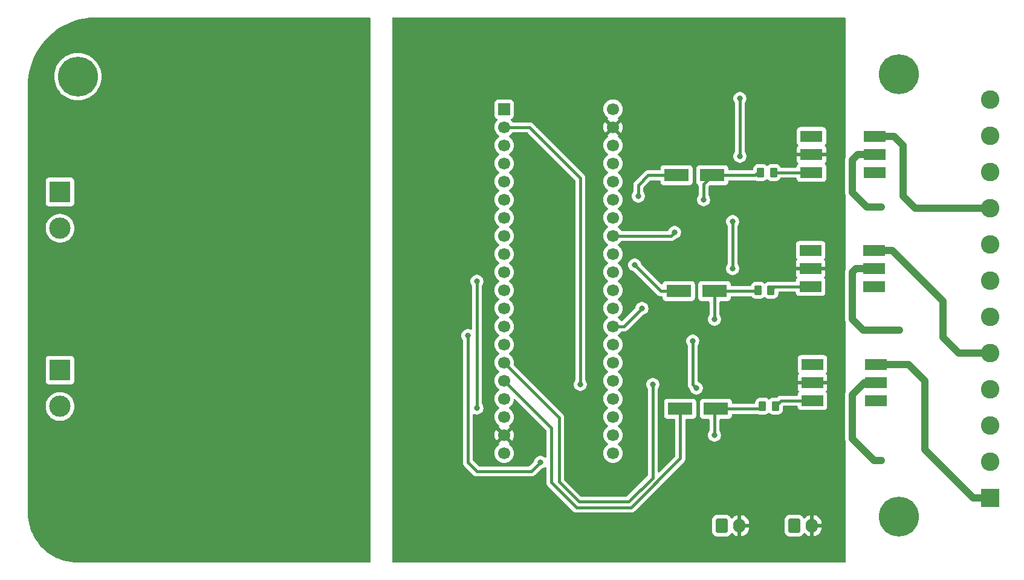
<source format=gbr>
%TF.GenerationSoftware,KiCad,Pcbnew,(6.0.9)*%
%TF.CreationDate,2022-12-21T20:26:07+07:00*%
%TF.ProjectId,3_phase_firing,335f7068-6173-4655-9f66-6972696e672e,rev?*%
%TF.SameCoordinates,Original*%
%TF.FileFunction,Copper,L2,Bot*%
%TF.FilePolarity,Positive*%
%FSLAX46Y46*%
G04 Gerber Fmt 4.6, Leading zero omitted, Abs format (unit mm)*
G04 Created by KiCad (PCBNEW (6.0.9)) date 2022-12-21 20:26:07*
%MOMM*%
%LPD*%
G01*
G04 APERTURE LIST*
G04 Aperture macros list*
%AMRoundRect*
0 Rectangle with rounded corners*
0 $1 Rounding radius*
0 $2 $3 $4 $5 $6 $7 $8 $9 X,Y pos of 4 corners*
0 Add a 4 corners polygon primitive as box body*
4,1,4,$2,$3,$4,$5,$6,$7,$8,$9,$2,$3,0*
0 Add four circle primitives for the rounded corners*
1,1,$1+$1,$2,$3*
1,1,$1+$1,$4,$5*
1,1,$1+$1,$6,$7*
1,1,$1+$1,$8,$9*
0 Add four rect primitives between the rounded corners*
20,1,$1+$1,$2,$3,$4,$5,0*
20,1,$1+$1,$4,$5,$6,$7,0*
20,1,$1+$1,$6,$7,$8,$9,0*
20,1,$1+$1,$8,$9,$2,$3,0*%
G04 Aperture macros list end*
%TA.AperFunction,ComponentPad*%
%ADD10C,5.600000*%
%TD*%
%TA.AperFunction,ComponentPad*%
%ADD11R,1.700000X1.700000*%
%TD*%
%TA.AperFunction,ComponentPad*%
%ADD12C,1.700000*%
%TD*%
%TA.AperFunction,ComponentPad*%
%ADD13RoundRect,0.250000X-0.600000X-0.750000X0.600000X-0.750000X0.600000X0.750000X-0.600000X0.750000X0*%
%TD*%
%TA.AperFunction,ComponentPad*%
%ADD14O,1.700000X2.000000*%
%TD*%
%TA.AperFunction,ComponentPad*%
%ADD15R,3.000000X3.000000*%
%TD*%
%TA.AperFunction,ComponentPad*%
%ADD16C,3.000000*%
%TD*%
%TA.AperFunction,ComponentPad*%
%ADD17R,2.600000X2.600000*%
%TD*%
%TA.AperFunction,ComponentPad*%
%ADD18C,2.600000*%
%TD*%
%TA.AperFunction,SMDPad,CuDef*%
%ADD19R,3.500000X1.800000*%
%TD*%
%TA.AperFunction,SMDPad,CuDef*%
%ADD20R,3.100000X1.600000*%
%TD*%
%TA.AperFunction,SMDPad,CuDef*%
%ADD21RoundRect,0.250000X0.262500X0.450000X-0.262500X0.450000X-0.262500X-0.450000X0.262500X-0.450000X0*%
%TD*%
%TA.AperFunction,ViaPad*%
%ADD22C,0.800000*%
%TD*%
%TA.AperFunction,Conductor*%
%ADD23C,0.400000*%
%TD*%
%TA.AperFunction,Conductor*%
%ADD24C,1.000000*%
%TD*%
G04 APERTURE END LIST*
D10*
%TO.P,REF\u002A\u002A,1*%
%TO.N,N/C*%
X195000000Y-113000000D03*
%TD*%
D11*
%TO.P,U6,1,PB12*%
%TO.N,unconnected-(U6-Pad1)*%
X139700000Y-55880000D03*
D12*
%TO.P,U6,2,PB13*%
%TO.N,LED_USB*%
X139700000Y-58420000D03*
%TO.P,U6,3,PB14*%
%TO.N,unconnected-(U6-Pad3)*%
X139700000Y-60960000D03*
%TO.P,U6,4,PB15*%
%TO.N,TRIAC_MODE*%
X139700000Y-63500000D03*
%TO.P,U6,5,PA8*%
%TO.N,unconnected-(U6-Pad5)*%
X139700000Y-66040000D03*
%TO.P,U6,6,PA9*%
%TO.N,unconnected-(U6-Pad6)*%
X139700000Y-68580000D03*
%TO.P,U6,7,PA10*%
%TO.N,unconnected-(U6-Pad7)*%
X139700000Y-71120000D03*
%TO.P,U6,8,PA11*%
%TO.N,unconnected-(U6-Pad8)*%
X139700000Y-73660000D03*
%TO.P,U6,9,PA12*%
%TO.N,unconnected-(U6-Pad9)*%
X139700000Y-76200000D03*
%TO.P,U6,10,PA15*%
%TO.N,unconnected-(U6-Pad10)*%
X139700000Y-78740000D03*
%TO.P,U6,11,PB3*%
%TO.N,unconnected-(U6-Pad11)*%
X139700000Y-81280000D03*
%TO.P,U6,12,PB4*%
%TO.N,unconnected-(U6-Pad12)*%
X139700000Y-83820000D03*
%TO.P,U6,13,PB5*%
%TO.N,unconnected-(U6-Pad13)*%
X139700000Y-86360000D03*
%TO.P,U6,14,PB6*%
%TO.N,ZCD_C*%
X139700000Y-88900000D03*
%TO.P,U6,15,PB7*%
%TO.N,GATE_C1*%
X139700000Y-91440000D03*
%TO.P,U6,16,PB8*%
%TO.N,GATE_C2*%
X139700000Y-93980000D03*
%TO.P,U6,17,PB9*%
%TO.N,unconnected-(U6-Pad17)*%
X139700000Y-96520000D03*
%TO.P,U6,18,5V*%
%TO.N,unconnected-(U6-Pad18)*%
X139700000Y-99060000D03*
%TO.P,U6,19,GND*%
%TO.N,GND*%
X139700000Y-101600000D03*
%TO.P,U6,20,3V3*%
%TO.N,+3.3V*%
X139700000Y-104140000D03*
%TO.P,U6,21,VBat*%
%TO.N,unconnected-(U6-Pad21)*%
X154940000Y-104140000D03*
%TO.P,U6,22,PC13*%
%TO.N,unconnected-(U6-Pad22)*%
X154940000Y-101600000D03*
%TO.P,U6,23,PC14*%
%TO.N,unconnected-(U6-Pad23)*%
X154940000Y-99060000D03*
%TO.P,U6,24,PC15*%
%TO.N,unconnected-(U6-Pad24)*%
X154940000Y-96520000D03*
%TO.P,U6,25,RES*%
%TO.N,unconnected-(U6-Pad25)*%
X154940000Y-93980000D03*
%TO.P,U6,26,PA0*%
%TO.N,ZCD_A*%
X154940000Y-91440000D03*
%TO.P,U6,27,PA1*%
%TO.N,GATE_A1*%
X154940000Y-88900000D03*
%TO.P,U6,28,PA2*%
%TO.N,GATE_A2*%
X154940000Y-86360000D03*
%TO.P,U6,29,PA3*%
%TO.N,unconnected-(U6-Pad29)*%
X154940000Y-83820000D03*
%TO.P,U6,30,PA4*%
%TO.N,unconnected-(U6-Pad30)*%
X154940000Y-81280000D03*
%TO.P,U6,31,PA5*%
%TO.N,unconnected-(U6-Pad31)*%
X154940000Y-78740000D03*
%TO.P,U6,32,PA6*%
%TO.N,ZCD_B*%
X154940000Y-76200000D03*
%TO.P,U6,33,PA7*%
%TO.N,GATE_B1*%
X154940000Y-73660000D03*
%TO.P,U6,34,PB0*%
%TO.N,GATE_B2*%
X154940000Y-71120000D03*
%TO.P,U6,35,PB1*%
%TO.N,unconnected-(U6-Pad35)*%
X154940000Y-68580000D03*
%TO.P,U6,36,PB2*%
%TO.N,unconnected-(U6-Pad36)*%
X154940000Y-66040000D03*
%TO.P,U6,37,PB10*%
%TO.N,unconnected-(U6-Pad37)*%
X154940000Y-63500000D03*
%TO.P,U6,38,3V3*%
%TO.N,+3.3V*%
X154940000Y-60960000D03*
%TO.P,U6,39,GND*%
%TO.N,GND*%
X154940000Y-58420000D03*
%TO.P,U6,40,5V*%
%TO.N,unconnected-(U6-Pad40)*%
X154940000Y-55880000D03*
%TD*%
D10*
%TO.P,REF\u002A\u002A,1*%
%TO.N,N/C*%
X80000000Y-51308000D03*
%TD*%
D13*
%TO.P,J5,1,Pin_1*%
%TO.N,Net-(J5-Pad1)*%
X180340000Y-114300000D03*
D14*
%TO.P,J5,2,Pin_2*%
%TO.N,GND*%
X182840000Y-114300000D03*
%TD*%
D10*
%TO.P,REF\u002A\u002A,1*%
%TO.N,N/C*%
X195000000Y-51000000D03*
%TD*%
D15*
%TO.P,J1,1,Pin_1*%
%TO.N,NEUT*%
X77500000Y-67500000D03*
D16*
%TO.P,J1,2,Pin_2*%
%TO.N,PHASE_A*%
X77500000Y-72580000D03*
%TD*%
D17*
%TO.P,J3,1,Pin_1*%
%TO.N,OUTC2_E*%
X207800000Y-110440000D03*
D18*
%TO.P,J3,2,Pin_2*%
%TO.N,OUTC2_C*%
X207800000Y-105360000D03*
%TO.P,J3,3,Pin_3*%
%TO.N,OUTC1_E*%
X207800000Y-100280000D03*
%TO.P,J3,4,Pin_4*%
%TO.N,OUTC1_C*%
X207800000Y-95200000D03*
%TO.P,J3,5,Pin_5*%
%TO.N,OUTB2_E*%
X207800000Y-90120000D03*
%TO.P,J3,6,Pin_6*%
%TO.N,OUTB2_C*%
X207800000Y-85040000D03*
%TO.P,J3,7,Pin_7*%
%TO.N,OUTB1_E*%
X207800000Y-79960000D03*
%TO.P,J3,8,Pin_8*%
%TO.N,OUTB1_C*%
X207800000Y-74880000D03*
%TO.P,J3,9,Pin_9*%
%TO.N,OUTA2_E*%
X207800000Y-69800000D03*
%TO.P,J3,10,Pin_10*%
%TO.N,OUTA2_C*%
X207800000Y-64720000D03*
%TO.P,J3,11,Pin_11*%
%TO.N,OUTA1_E*%
X207800000Y-59640000D03*
%TO.P,J3,12,Pin_12*%
%TO.N,OUTA1_C*%
X207800000Y-54560000D03*
%TD*%
D13*
%TO.P,J4,1,Pin_1*%
%TO.N,Net-(J4-Pad1)*%
X170180000Y-114300000D03*
D14*
%TO.P,J4,2,Pin_2*%
%TO.N,GND*%
X172680000Y-114300000D03*
%TD*%
D15*
%TO.P,J2,1,Pin_1*%
%TO.N,PHASE_B*%
X77500000Y-92500000D03*
D16*
%TO.P,J2,2,Pin_2*%
%TO.N,PHASE_C*%
X77500000Y-97580000D03*
%TD*%
D19*
%TO.P,D11,1,K*%
%TO.N,Net-(D11-Pad1)*%
X169378000Y-97917000D03*
%TO.P,D11,2,A*%
%TO.N,GATE_C2*%
X164378000Y-97917000D03*
%TD*%
D20*
%TO.P,U12,1*%
%TO.N,Net-(R27-Pad1)*%
X182880000Y-96774000D03*
%TO.P,U12,2*%
%TO.N,GND*%
X182880000Y-94234000D03*
%TO.P,U12,3,NC*%
%TO.N,unconnected-(U12-Pad3)*%
X182880000Y-91694000D03*
%TO.P,U12,4*%
%TO.N,OUTC2_E*%
X191770000Y-91694000D03*
%TO.P,U12,5*%
%TO.N,OUTC2_C*%
X191770000Y-94234000D03*
%TO.P,U12,6*%
%TO.N,unconnected-(U12-Pad6)*%
X191770000Y-96774000D03*
%TD*%
D19*
%TO.P,D9,1,K*%
%TO.N,Net-(D9-Pad1)*%
X168870000Y-65151000D03*
%TO.P,D9,2,A*%
%TO.N,GATE_A2*%
X163870000Y-65151000D03*
%TD*%
D20*
%TO.P,U10,1*%
%TO.N,Net-(R25-Pad1)*%
X182753000Y-64770000D03*
%TO.P,U10,2*%
%TO.N,GND*%
X182753000Y-62230000D03*
%TO.P,U10,3,NC*%
%TO.N,unconnected-(U10-Pad3)*%
X182753000Y-59690000D03*
%TO.P,U10,4*%
%TO.N,OUTA2_E*%
X191643000Y-59690000D03*
%TO.P,U10,5*%
%TO.N,OUTA2_C*%
X191643000Y-62230000D03*
%TO.P,U10,6*%
%TO.N,unconnected-(U10-Pad6)*%
X191643000Y-64770000D03*
%TD*%
D21*
%TO.P,R27,1*%
%TO.N,Net-(R27-Pad1)*%
X177720000Y-97536000D03*
%TO.P,R27,2*%
%TO.N,Net-(D11-Pad1)*%
X175895000Y-97536000D03*
%TD*%
%TO.P,R25,1*%
%TO.N,Net-(R25-Pad1)*%
X177442500Y-64770000D03*
%TO.P,R25,2*%
%TO.N,Net-(D9-Pad1)*%
X175617500Y-64770000D03*
%TD*%
D20*
%TO.P,U8,1*%
%TO.N,Net-(R23-Pad1)*%
X182626000Y-80772000D03*
%TO.P,U8,2*%
%TO.N,GND*%
X182626000Y-78232000D03*
%TO.P,U8,3,NC*%
%TO.N,unconnected-(U8-Pad3)*%
X182626000Y-75692000D03*
%TO.P,U8,4*%
%TO.N,OUTB2_E*%
X191516000Y-75692000D03*
%TO.P,U8,5*%
%TO.N,OUTB2_C*%
X191516000Y-78232000D03*
%TO.P,U8,6*%
%TO.N,unconnected-(U8-Pad6)*%
X191516000Y-80772000D03*
%TD*%
D21*
%TO.P,R23,1*%
%TO.N,Net-(R23-Pad1)*%
X177085000Y-81280000D03*
%TO.P,R23,2*%
%TO.N,Net-(D7-Pad1)*%
X175260000Y-81280000D03*
%TD*%
D19*
%TO.P,D7,1,K*%
%TO.N,Net-(D7-Pad1)*%
X169164000Y-81407000D03*
%TO.P,D7,2,A*%
%TO.N,GATE_B2*%
X164164000Y-81407000D03*
%TD*%
D22*
%TO.N,GNDS*%
X99000000Y-50000000D03*
X108102400Y-82854800D03*
X102500000Y-50000000D03*
X87000000Y-88000000D03*
X95000000Y-74000000D03*
X91000000Y-87000000D03*
X106000000Y-50000000D03*
X94488000Y-104140000D03*
X102500000Y-47500000D03*
X106000000Y-53000000D03*
X99000000Y-53000000D03*
X114808000Y-80924400D03*
X100000000Y-89000000D03*
X99000000Y-47500000D03*
X102500000Y-53000000D03*
X114960400Y-68173600D03*
X91084400Y-80416400D03*
X106000000Y-47500000D03*
X108102400Y-93624400D03*
X115316000Y-92862400D03*
X114046000Y-45466000D03*
X92710000Y-45720000D03*
%TO.N,GATE_B1*%
X163576000Y-73152000D03*
%TO.N,Net-(D7-Pad1)*%
X169164000Y-85344000D03*
%TO.N,Net-(D9-Pad1)*%
X167640000Y-68580000D03*
%TO.N,GATE_B2*%
X157988000Y-77724000D03*
%TO.N,GATE_A2*%
X159004000Y-83820000D03*
X158496000Y-68072000D03*
%TO.N,GATE_C1*%
X160528000Y-94488000D03*
%TO.N,Net-(D11-Pad1)*%
X169164000Y-101600000D03*
%TO.N,TRIAC_MODE*%
X171704000Y-71628000D03*
X166624000Y-94996000D03*
X172720000Y-54356000D03*
X166116000Y-88392000D03*
X172720000Y-62484000D03*
X171704000Y-78232000D03*
%TO.N,GND*%
X128270000Y-72390000D03*
X128270000Y-97790000D03*
X128270000Y-85090000D03*
%TO.N,ZCD_A*%
X135890000Y-97790000D03*
X135890000Y-80010000D03*
%TO.N,ZCD_B*%
X134620000Y-87630000D03*
X144780000Y-105410000D03*
%TO.N,LED_USB*%
X150368000Y-94488000D03*
%TO.N,OUTB2_C*%
X195072000Y-86868000D03*
%TO.N,OUTA2_C*%
X192532000Y-69596000D03*
%TO.N,OUTC2_C*%
X192532000Y-105156000D03*
%TD*%
D23*
%TO.N,GATE_B1*%
X154940000Y-73660000D02*
X163068000Y-73660000D01*
X163068000Y-73660000D02*
X163576000Y-73152000D01*
%TO.N,Net-(D7-Pad1)*%
X169164000Y-85344000D02*
X169164000Y-81407000D01*
X169164000Y-81407000D02*
X175133000Y-81407000D01*
X175133000Y-81407000D02*
X175260000Y-81280000D01*
%TO.N,Net-(D9-Pad1)*%
X167640000Y-68580000D02*
X167640000Y-66381000D01*
X167640000Y-66381000D02*
X168870000Y-65151000D01*
X168870000Y-65151000D02*
X174879000Y-65151000D01*
X174879000Y-65151000D02*
X175260000Y-64770000D01*
%TO.N,GATE_B2*%
X161671000Y-81407000D02*
X164164000Y-81407000D01*
X157988000Y-77724000D02*
X161671000Y-81407000D01*
%TO.N,GATE_A2*%
X158496000Y-66548000D02*
X159893000Y-65151000D01*
X159893000Y-65151000D02*
X163870000Y-65151000D01*
X158496000Y-68072000D02*
X158496000Y-66548000D01*
X154940000Y-86360000D02*
X156464000Y-86360000D01*
X156464000Y-86360000D02*
X159004000Y-83820000D01*
%TO.N,GATE_C1*%
X150191370Y-110960000D02*
X157148630Y-110960000D01*
X157148630Y-110960000D02*
X160528000Y-107580630D01*
X160528000Y-107580630D02*
X160528000Y-94488000D01*
X147377685Y-99117685D02*
X147377685Y-108146315D01*
X139700000Y-91440000D02*
X147377685Y-99117685D01*
X147377685Y-108146315D02*
X150191370Y-110960000D01*
%TO.N,Net-(D11-Pad1)*%
X169378000Y-97917000D02*
X175514000Y-97917000D01*
X169164000Y-101600000D02*
X169164000Y-98131000D01*
X169164000Y-98131000D02*
X169378000Y-97917000D01*
X175514000Y-97917000D02*
X175895000Y-97536000D01*
%TO.N,GATE_C2*%
X164378000Y-104862000D02*
X164378000Y-97917000D01*
X139700000Y-93980000D02*
X146304000Y-100584000D01*
X146304000Y-108204000D02*
X149860000Y-111760000D01*
X157480000Y-111760000D02*
X164378000Y-104862000D01*
X146304000Y-100584000D02*
X146304000Y-108204000D01*
X149860000Y-111760000D02*
X157480000Y-111760000D01*
%TO.N,TRIAC_MODE*%
X172720000Y-54356000D02*
X172720000Y-62484000D01*
X166116000Y-88392000D02*
X166116000Y-94488000D01*
X166116000Y-94488000D02*
X166624000Y-94996000D01*
X171704000Y-71628000D02*
X171704000Y-78232000D01*
%TO.N,ZCD_A*%
X135890000Y-80010000D02*
X135890000Y-97790000D01*
%TO.N,ZCD_B*%
X134620000Y-87630000D02*
X134620000Y-105410000D01*
X143510000Y-106680000D02*
X144780000Y-105410000D01*
X134620000Y-105410000D02*
X135890000Y-106680000D01*
X142240000Y-106680000D02*
X143510000Y-106680000D01*
X135890000Y-106680000D02*
X142240000Y-106680000D01*
%TO.N,Net-(R23-Pad1)*%
X177085000Y-81280000D02*
X177593000Y-80772000D01*
X177593000Y-80772000D02*
X182626000Y-80772000D01*
%TO.N,Net-(R25-Pad1)*%
X177442500Y-64770000D02*
X182753000Y-64770000D01*
%TO.N,Net-(R27-Pad1)*%
X177720000Y-97536000D02*
X178482000Y-96774000D01*
X178482000Y-96774000D02*
X182880000Y-96774000D01*
%TO.N,LED_USB*%
X150368000Y-94488000D02*
X150368000Y-65532000D01*
X150368000Y-65532000D02*
X143256000Y-58420000D01*
X143256000Y-58420000D02*
X139700000Y-58420000D01*
D24*
%TO.N,OUTB2_E*%
X194066000Y-75692000D02*
X201168000Y-82794000D01*
X191516000Y-75692000D02*
X194066000Y-75692000D01*
X201168000Y-87884000D02*
X203404000Y-90120000D01*
X203404000Y-90120000D02*
X207800000Y-90120000D01*
X201168000Y-82794000D02*
X201168000Y-87884000D01*
%TO.N,OUTB2_C*%
X188468000Y-85344000D02*
X188468000Y-78740000D01*
X188468000Y-78740000D02*
X188976000Y-78232000D01*
X189992000Y-86868000D02*
X188468000Y-85344000D01*
X188976000Y-78232000D02*
X191516000Y-78232000D01*
X195072000Y-86868000D02*
X189992000Y-86868000D01*
%TO.N,OUTA2_E*%
X195580000Y-68072000D02*
X197308000Y-69800000D01*
X191643000Y-59690000D02*
X194310000Y-59690000D01*
X195580000Y-60960000D02*
X195580000Y-68072000D01*
X194310000Y-59690000D02*
X195580000Y-60960000D01*
X197308000Y-69800000D02*
X207800000Y-69800000D01*
%TO.N,OUTA2_C*%
X188468000Y-62992000D02*
X188468000Y-67564000D01*
X189230000Y-62230000D02*
X188468000Y-62992000D01*
X188468000Y-67564000D02*
X190500000Y-69596000D01*
X191643000Y-62230000D02*
X189230000Y-62230000D01*
X190500000Y-69596000D02*
X192532000Y-69596000D01*
%TO.N,OUTC2_E*%
X198628000Y-93980000D02*
X198628000Y-103632000D01*
X205436000Y-110440000D02*
X207800000Y-110440000D01*
X196342000Y-91694000D02*
X198628000Y-93980000D01*
X191770000Y-91694000D02*
X196342000Y-91694000D01*
X198628000Y-103632000D02*
X205436000Y-110440000D01*
%TO.N,OUTC2_C*%
X190160000Y-94234000D02*
X188468000Y-95926000D01*
X191516000Y-105156000D02*
X192532000Y-105156000D01*
X188468000Y-102108000D02*
X191516000Y-105156000D01*
X188468000Y-95926000D02*
X188468000Y-102108000D01*
X191770000Y-94234000D02*
X190160000Y-94234000D01*
%TD*%
%TA.AperFunction,Conductor*%
%TO.N,GNDS*%
G36*
X120942121Y-43028502D02*
G01*
X120988614Y-43082158D01*
X121000000Y-43134500D01*
X121000000Y-119365500D01*
X120979998Y-119433621D01*
X120926342Y-119480114D01*
X120874000Y-119491500D01*
X80049367Y-119491500D01*
X80029982Y-119490000D01*
X80015148Y-119487690D01*
X80015145Y-119487690D01*
X80006276Y-119486309D01*
X79997373Y-119487473D01*
X79997371Y-119487473D01*
X79984121Y-119489205D01*
X79963291Y-119490188D01*
X79505725Y-119473846D01*
X79496754Y-119473204D01*
X79009482Y-119420818D01*
X79000578Y-119419538D01*
X78596362Y-119346609D01*
X78518275Y-119332520D01*
X78509489Y-119330609D01*
X78034622Y-119209407D01*
X78026002Y-119206875D01*
X77560980Y-119052102D01*
X77552576Y-119048967D01*
X77248148Y-118922869D01*
X77099779Y-118861412D01*
X77091597Y-118857675D01*
X76653360Y-118638310D01*
X76645466Y-118634000D01*
X76223981Y-118383920D01*
X76216414Y-118379057D01*
X75813845Y-118099549D01*
X75806645Y-118094159D01*
X75425049Y-117786650D01*
X75418251Y-117780760D01*
X75059557Y-117446803D01*
X75053197Y-117440443D01*
X74719240Y-117081749D01*
X74713350Y-117074951D01*
X74405841Y-116693355D01*
X74400451Y-116686155D01*
X74120943Y-116283586D01*
X74116080Y-116276019D01*
X73866000Y-115854534D01*
X73861690Y-115846640D01*
X73642325Y-115408403D01*
X73638588Y-115400221D01*
X73451037Y-114947435D01*
X73447894Y-114939008D01*
X73355674Y-114661928D01*
X73293125Y-114473998D01*
X73290592Y-114465373D01*
X73169391Y-113990511D01*
X73167479Y-113981722D01*
X73080462Y-113499422D01*
X73079182Y-113490518D01*
X73026796Y-113003246D01*
X73026154Y-112994275D01*
X73010216Y-112548025D01*
X73011881Y-112522632D01*
X73012768Y-112517355D01*
X73013576Y-112512552D01*
X73013729Y-112500000D01*
X73009773Y-112472376D01*
X73008500Y-112454514D01*
X73008500Y-97558918D01*
X75486917Y-97558918D01*
X75502682Y-97832320D01*
X75503507Y-97836525D01*
X75503508Y-97836533D01*
X75514127Y-97890657D01*
X75555405Y-98101053D01*
X75556792Y-98105103D01*
X75556793Y-98105108D01*
X75577605Y-98165895D01*
X75644112Y-98360144D01*
X75767160Y-98604799D01*
X75769586Y-98608328D01*
X75769589Y-98608334D01*
X75919843Y-98826953D01*
X75922274Y-98830490D01*
X76106582Y-99033043D01*
X76316675Y-99208707D01*
X76320316Y-99210991D01*
X76545024Y-99351951D01*
X76545028Y-99351953D01*
X76548664Y-99354234D01*
X76616544Y-99384883D01*
X76794345Y-99465164D01*
X76794349Y-99465166D01*
X76798257Y-99466930D01*
X76802377Y-99468150D01*
X76802376Y-99468150D01*
X77056723Y-99543491D01*
X77056727Y-99543492D01*
X77060836Y-99544709D01*
X77065070Y-99545357D01*
X77065075Y-99545358D01*
X77327298Y-99585483D01*
X77327300Y-99585483D01*
X77331540Y-99586132D01*
X77470912Y-99588322D01*
X77601071Y-99590367D01*
X77601077Y-99590367D01*
X77605362Y-99590434D01*
X77877235Y-99557534D01*
X78142127Y-99488041D01*
X78146087Y-99486401D01*
X78146092Y-99486399D01*
X78268632Y-99435641D01*
X78395136Y-99383241D01*
X78631582Y-99245073D01*
X78847089Y-99076094D01*
X78888809Y-99033043D01*
X79034686Y-98882509D01*
X79037669Y-98879431D01*
X79040202Y-98875983D01*
X79040206Y-98875978D01*
X79197257Y-98662178D01*
X79199795Y-98658723D01*
X79227154Y-98608334D01*
X79328418Y-98421830D01*
X79328419Y-98421828D01*
X79330468Y-98418054D01*
X79427269Y-98161877D01*
X79488407Y-97894933D01*
X79512751Y-97622161D01*
X79513193Y-97580000D01*
X79494567Y-97306778D01*
X79439032Y-97038612D01*
X79347617Y-96780465D01*
X79222013Y-96537112D01*
X79212040Y-96522921D01*
X79067008Y-96316562D01*
X79064545Y-96313057D01*
X78878125Y-96112445D01*
X78874810Y-96109731D01*
X78874806Y-96109728D01*
X78669523Y-95941706D01*
X78666205Y-95938990D01*
X78432704Y-95795901D01*
X78428768Y-95794173D01*
X78185873Y-95687549D01*
X78185869Y-95687548D01*
X78181945Y-95685825D01*
X77918566Y-95610800D01*
X77914324Y-95610196D01*
X77914318Y-95610195D01*
X77713834Y-95581662D01*
X77647443Y-95572213D01*
X77503589Y-95571460D01*
X77377877Y-95570802D01*
X77377871Y-95570802D01*
X77373591Y-95570780D01*
X77369347Y-95571339D01*
X77369343Y-95571339D01*
X77250302Y-95587011D01*
X77102078Y-95606525D01*
X77097938Y-95607658D01*
X77097936Y-95607658D01*
X77025008Y-95627609D01*
X76837928Y-95678788D01*
X76833980Y-95680472D01*
X76589982Y-95784546D01*
X76589978Y-95784548D01*
X76586030Y-95786232D01*
X76566125Y-95798145D01*
X76354725Y-95924664D01*
X76354721Y-95924667D01*
X76351043Y-95926868D01*
X76137318Y-96098094D01*
X75948808Y-96296742D01*
X75789002Y-96519136D01*
X75660857Y-96761161D01*
X75659385Y-96765184D01*
X75659383Y-96765188D01*
X75652314Y-96784506D01*
X75566743Y-97018337D01*
X75508404Y-97285907D01*
X75486917Y-97558918D01*
X73008500Y-97558918D01*
X73008500Y-94048134D01*
X75491500Y-94048134D01*
X75498255Y-94110316D01*
X75549385Y-94246705D01*
X75636739Y-94363261D01*
X75753295Y-94450615D01*
X75889684Y-94501745D01*
X75951866Y-94508500D01*
X79048134Y-94508500D01*
X79110316Y-94501745D01*
X79246705Y-94450615D01*
X79363261Y-94363261D01*
X79450615Y-94246705D01*
X79501745Y-94110316D01*
X79508500Y-94048134D01*
X79508500Y-90951866D01*
X79501745Y-90889684D01*
X79450615Y-90753295D01*
X79363261Y-90636739D01*
X79246705Y-90549385D01*
X79110316Y-90498255D01*
X79048134Y-90491500D01*
X75951866Y-90491500D01*
X75889684Y-90498255D01*
X75753295Y-90549385D01*
X75636739Y-90636739D01*
X75549385Y-90753295D01*
X75498255Y-90889684D01*
X75491500Y-90951866D01*
X75491500Y-94048134D01*
X73008500Y-94048134D01*
X73008500Y-72558918D01*
X75486917Y-72558918D01*
X75502682Y-72832320D01*
X75503507Y-72836525D01*
X75503508Y-72836533D01*
X75514127Y-72890657D01*
X75555405Y-73101053D01*
X75556792Y-73105103D01*
X75556793Y-73105108D01*
X75577605Y-73165895D01*
X75644112Y-73360144D01*
X75767160Y-73604799D01*
X75769586Y-73608328D01*
X75769589Y-73608334D01*
X75919843Y-73826953D01*
X75922274Y-73830490D01*
X76106582Y-74033043D01*
X76316675Y-74208707D01*
X76320316Y-74210991D01*
X76545024Y-74351951D01*
X76545028Y-74351953D01*
X76548664Y-74354234D01*
X76616544Y-74384883D01*
X76794345Y-74465164D01*
X76794349Y-74465166D01*
X76798257Y-74466930D01*
X76802377Y-74468150D01*
X76802376Y-74468150D01*
X77056723Y-74543491D01*
X77056727Y-74543492D01*
X77060836Y-74544709D01*
X77065070Y-74545357D01*
X77065075Y-74545358D01*
X77327298Y-74585483D01*
X77327300Y-74585483D01*
X77331540Y-74586132D01*
X77470912Y-74588322D01*
X77601071Y-74590367D01*
X77601077Y-74590367D01*
X77605362Y-74590434D01*
X77877235Y-74557534D01*
X78142127Y-74488041D01*
X78146087Y-74486401D01*
X78146092Y-74486399D01*
X78268632Y-74435641D01*
X78395136Y-74383241D01*
X78631582Y-74245073D01*
X78847089Y-74076094D01*
X78888809Y-74033043D01*
X79034686Y-73882509D01*
X79037669Y-73879431D01*
X79040202Y-73875983D01*
X79040206Y-73875978D01*
X79197257Y-73662178D01*
X79199795Y-73658723D01*
X79227154Y-73608334D01*
X79328418Y-73421830D01*
X79328419Y-73421828D01*
X79330468Y-73418054D01*
X79427269Y-73161877D01*
X79488407Y-72894933D01*
X79512751Y-72622161D01*
X79513193Y-72580000D01*
X79494567Y-72306778D01*
X79439032Y-72038612D01*
X79347617Y-71780465D01*
X79222013Y-71537112D01*
X79212040Y-71522921D01*
X79067008Y-71316562D01*
X79064545Y-71313057D01*
X78878125Y-71112445D01*
X78874810Y-71109731D01*
X78874806Y-71109728D01*
X78669523Y-70941706D01*
X78666205Y-70938990D01*
X78432704Y-70795901D01*
X78428768Y-70794173D01*
X78185873Y-70687549D01*
X78185869Y-70687548D01*
X78181945Y-70685825D01*
X77918566Y-70610800D01*
X77914324Y-70610196D01*
X77914318Y-70610195D01*
X77713834Y-70581662D01*
X77647443Y-70572213D01*
X77503589Y-70571460D01*
X77377877Y-70570802D01*
X77377871Y-70570802D01*
X77373591Y-70570780D01*
X77369347Y-70571339D01*
X77369343Y-70571339D01*
X77250302Y-70587011D01*
X77102078Y-70606525D01*
X77097938Y-70607658D01*
X77097936Y-70607658D01*
X77025008Y-70627609D01*
X76837928Y-70678788D01*
X76833980Y-70680472D01*
X76589982Y-70784546D01*
X76589978Y-70784548D01*
X76586030Y-70786232D01*
X76566125Y-70798145D01*
X76354725Y-70924664D01*
X76354721Y-70924667D01*
X76351043Y-70926868D01*
X76137318Y-71098094D01*
X75948808Y-71296742D01*
X75789002Y-71519136D01*
X75660857Y-71761161D01*
X75659385Y-71765184D01*
X75659383Y-71765188D01*
X75652314Y-71784506D01*
X75566743Y-72018337D01*
X75508404Y-72285907D01*
X75486917Y-72558918D01*
X73008500Y-72558918D01*
X73008500Y-69048134D01*
X75491500Y-69048134D01*
X75498255Y-69110316D01*
X75549385Y-69246705D01*
X75636739Y-69363261D01*
X75753295Y-69450615D01*
X75889684Y-69501745D01*
X75951866Y-69508500D01*
X79048134Y-69508500D01*
X79110316Y-69501745D01*
X79246705Y-69450615D01*
X79363261Y-69363261D01*
X79450615Y-69246705D01*
X79501745Y-69110316D01*
X79508500Y-69048134D01*
X79508500Y-65951866D01*
X79501745Y-65889684D01*
X79450615Y-65753295D01*
X79363261Y-65636739D01*
X79246705Y-65549385D01*
X79110316Y-65498255D01*
X79048134Y-65491500D01*
X75951866Y-65491500D01*
X75889684Y-65498255D01*
X75753295Y-65549385D01*
X75636739Y-65636739D01*
X75549385Y-65753295D01*
X75498255Y-65889684D01*
X75491500Y-65951866D01*
X75491500Y-69048134D01*
X73008500Y-69048134D01*
X73008500Y-52553250D01*
X73010246Y-52532345D01*
X73012770Y-52517344D01*
X73012770Y-52517341D01*
X73013576Y-52512552D01*
X73013729Y-52500000D01*
X73010995Y-52480912D01*
X73009785Y-52459099D01*
X73011961Y-52389877D01*
X73023852Y-52011484D01*
X73027105Y-51907982D01*
X73027602Y-51900082D01*
X73082970Y-51314343D01*
X73083962Y-51306490D01*
X73085555Y-51296434D01*
X76686661Y-51296434D01*
X76704792Y-51654340D01*
X76705329Y-51657695D01*
X76705330Y-51657701D01*
X76710316Y-51688828D01*
X76761470Y-52008195D01*
X76856033Y-52353859D01*
X76987374Y-52687288D01*
X77153957Y-53004582D01*
X77155858Y-53007411D01*
X77155864Y-53007421D01*
X77339569Y-53280800D01*
X77353834Y-53302029D01*
X77584665Y-53576150D01*
X77843751Y-53823738D01*
X78128061Y-54041897D01*
X78160056Y-54061350D01*
X78431355Y-54226303D01*
X78431360Y-54226306D01*
X78434270Y-54228075D01*
X78437358Y-54229521D01*
X78437357Y-54229521D01*
X78755710Y-54378649D01*
X78755720Y-54378653D01*
X78758794Y-54380093D01*
X78762012Y-54381195D01*
X78762015Y-54381196D01*
X79094615Y-54495071D01*
X79094623Y-54495073D01*
X79097838Y-54496174D01*
X79447435Y-54574959D01*
X79499728Y-54580917D01*
X79800114Y-54615142D01*
X79800122Y-54615142D01*
X79803497Y-54615527D01*
X79806901Y-54615545D01*
X79806904Y-54615545D01*
X80001227Y-54616562D01*
X80161857Y-54617403D01*
X80165243Y-54617053D01*
X80165245Y-54617053D01*
X80514932Y-54580917D01*
X80514941Y-54580916D01*
X80518324Y-54580566D01*
X80521657Y-54579852D01*
X80521660Y-54579851D01*
X80694186Y-54542864D01*
X80868727Y-54505446D01*
X81208968Y-54392922D01*
X81535066Y-54244311D01*
X81629052Y-54188506D01*
X81840262Y-54063099D01*
X81840267Y-54063096D01*
X81843207Y-54061350D01*
X82129786Y-53846180D01*
X82391451Y-53601319D01*
X82625140Y-53329630D01*
X82731750Y-53174512D01*
X82826190Y-53037101D01*
X82826195Y-53037094D01*
X82828120Y-53034292D01*
X82829732Y-53031298D01*
X82829737Y-53031290D01*
X82996395Y-52721772D01*
X82998017Y-52718760D01*
X83132842Y-52386724D01*
X83143142Y-52350568D01*
X83163527Y-52279006D01*
X83231020Y-52042070D01*
X83291401Y-51688828D01*
X83293511Y-51654340D01*
X83313168Y-51332928D01*
X83313278Y-51331131D01*
X83313359Y-51308000D01*
X83293979Y-50950159D01*
X83236066Y-50596505D01*
X83140297Y-50251173D01*
X83137243Y-50243497D01*
X83009052Y-49921369D01*
X83007793Y-49918205D01*
X82977768Y-49861498D01*
X82841702Y-49604513D01*
X82841698Y-49604506D01*
X82840103Y-49601494D01*
X82639190Y-49304746D01*
X82407403Y-49031432D01*
X82147454Y-48784750D01*
X81862384Y-48567585D01*
X81859472Y-48565828D01*
X81859467Y-48565825D01*
X81558443Y-48384236D01*
X81558437Y-48384233D01*
X81555528Y-48382478D01*
X81230475Y-48231593D01*
X81060752Y-48174145D01*
X80894255Y-48117789D01*
X80894250Y-48117788D01*
X80891028Y-48116697D01*
X80692681Y-48072724D01*
X80544493Y-48039871D01*
X80544487Y-48039870D01*
X80541158Y-48039132D01*
X80537769Y-48038758D01*
X80537764Y-48038757D01*
X80188338Y-48000180D01*
X80188333Y-48000180D01*
X80184957Y-47999807D01*
X80181558Y-47999801D01*
X80181557Y-47999801D01*
X80012080Y-47999505D01*
X79826592Y-47999182D01*
X79713413Y-48011277D01*
X79473639Y-48036901D01*
X79473631Y-48036902D01*
X79470256Y-48037263D01*
X79120117Y-48113606D01*
X78780271Y-48227317D01*
X78777178Y-48228739D01*
X78777177Y-48228740D01*
X78770974Y-48231593D01*
X78454694Y-48377066D01*
X78147193Y-48561101D01*
X78144467Y-48563163D01*
X78144465Y-48563164D01*
X78138620Y-48567585D01*
X77861367Y-48777270D01*
X77600559Y-49023043D01*
X77367819Y-49295546D01*
X77365900Y-49298358D01*
X77365897Y-49298363D01*
X77315487Y-49372262D01*
X77165871Y-49591591D01*
X76997077Y-49907714D01*
X76863411Y-50240218D01*
X76862491Y-50243492D01*
X76862489Y-50243497D01*
X76860332Y-50251173D01*
X76766437Y-50585213D01*
X76707290Y-50938663D01*
X76686661Y-51296434D01*
X73085555Y-51296434D01*
X73095640Y-51232762D01*
X73176002Y-50725376D01*
X73177485Y-50717608D01*
X73305832Y-50143418D01*
X73307800Y-50135751D01*
X73471942Y-49570767D01*
X73474388Y-49563239D01*
X73543144Y-49372262D01*
X73673690Y-49009656D01*
X73676592Y-49002328D01*
X73910267Y-48462337D01*
X73913623Y-48455205D01*
X74180737Y-47930964D01*
X74184550Y-47924028D01*
X74484047Y-47417606D01*
X74488289Y-47410923D01*
X74818996Y-46924302D01*
X74823649Y-46917898D01*
X75184243Y-46453024D01*
X75189288Y-46446925D01*
X75578380Y-46005586D01*
X75583799Y-45999816D01*
X75999816Y-45583799D01*
X76005586Y-45578380D01*
X76446925Y-45189288D01*
X76453024Y-45184243D01*
X76917898Y-44823649D01*
X76924302Y-44818996D01*
X77410923Y-44488289D01*
X77417606Y-44484047D01*
X77924028Y-44184550D01*
X77930964Y-44180737D01*
X78016432Y-44137189D01*
X78455205Y-43913623D01*
X78462337Y-43910267D01*
X79002328Y-43676592D01*
X79009656Y-43673690D01*
X79563252Y-43474384D01*
X79570755Y-43471946D01*
X79865108Y-43386429D01*
X80135751Y-43307800D01*
X80143418Y-43305832D01*
X80717608Y-43177485D01*
X80725376Y-43176002D01*
X81306499Y-43083961D01*
X81314334Y-43082971D01*
X81564484Y-43059325D01*
X81900082Y-43027602D01*
X81907982Y-43027105D01*
X82455300Y-43009905D01*
X82478642Y-43011343D01*
X82484850Y-43012310D01*
X82484855Y-43012310D01*
X82493724Y-43013691D01*
X82502626Y-43012527D01*
X82502628Y-43012527D01*
X82517677Y-43010559D01*
X82525286Y-43009564D01*
X82541621Y-43008500D01*
X120874000Y-43008500D01*
X120942121Y-43028502D01*
G37*
%TD.AperFunction*%
%TD*%
%TA.AperFunction,Conductor*%
%TO.N,GND*%
G36*
X187442121Y-43028502D02*
G01*
X187488614Y-43082158D01*
X187500000Y-43134500D01*
X187500000Y-62688554D01*
X187494102Y-62726653D01*
X187476765Y-62781306D01*
X187476171Y-62786602D01*
X187474613Y-62791698D01*
X187468098Y-62855840D01*
X187465218Y-62884187D01*
X187465089Y-62885393D01*
X187459500Y-62935227D01*
X187459500Y-62938754D01*
X187459445Y-62939739D01*
X187458998Y-62945419D01*
X187454626Y-62988462D01*
X187455206Y-62994593D01*
X187458941Y-63034109D01*
X187459500Y-63045967D01*
X187459500Y-67502157D01*
X187458763Y-67515764D01*
X187454676Y-67553388D01*
X187455213Y-67559523D01*
X187459050Y-67603388D01*
X187459379Y-67608214D01*
X187459500Y-67610686D01*
X187459500Y-67613769D01*
X187459801Y-67616837D01*
X187463690Y-67656506D01*
X187463812Y-67657819D01*
X187471913Y-67750413D01*
X187473400Y-67755532D01*
X187473920Y-67760833D01*
X187494624Y-67829409D01*
X187500000Y-67865820D01*
X187500000Y-78436554D01*
X187494102Y-78474653D01*
X187489590Y-78488876D01*
X187476765Y-78529306D01*
X187476171Y-78534602D01*
X187474613Y-78539698D01*
X187469220Y-78592794D01*
X187465218Y-78632187D01*
X187465089Y-78633393D01*
X187459500Y-78683227D01*
X187459500Y-78686754D01*
X187459445Y-78687739D01*
X187458998Y-78693419D01*
X187454626Y-78736462D01*
X187455206Y-78742593D01*
X187458941Y-78782109D01*
X187459500Y-78793967D01*
X187459500Y-85282157D01*
X187458763Y-85295764D01*
X187454676Y-85333388D01*
X187455637Y-85344369D01*
X187459050Y-85383388D01*
X187459379Y-85388214D01*
X187459500Y-85390686D01*
X187459500Y-85393769D01*
X187459801Y-85396837D01*
X187463690Y-85436506D01*
X187463812Y-85437819D01*
X187471913Y-85530413D01*
X187473400Y-85535532D01*
X187473920Y-85540833D01*
X187494624Y-85609409D01*
X187500000Y-85645820D01*
X187500000Y-95622554D01*
X187494102Y-95660653D01*
X187478628Y-95709433D01*
X187476765Y-95715306D01*
X187476171Y-95720602D01*
X187474613Y-95725698D01*
X187473990Y-95731834D01*
X187465218Y-95818187D01*
X187465089Y-95819393D01*
X187459500Y-95869227D01*
X187459500Y-95872754D01*
X187459445Y-95873739D01*
X187458998Y-95879419D01*
X187454626Y-95922462D01*
X187455206Y-95928593D01*
X187458941Y-95968109D01*
X187459500Y-95979967D01*
X187459500Y-102046157D01*
X187458763Y-102059764D01*
X187454676Y-102097388D01*
X187455213Y-102103523D01*
X187459050Y-102147388D01*
X187459379Y-102152214D01*
X187459500Y-102154686D01*
X187459500Y-102157769D01*
X187459801Y-102160837D01*
X187463690Y-102200506D01*
X187463812Y-102201819D01*
X187471913Y-102294413D01*
X187473400Y-102299532D01*
X187473920Y-102304833D01*
X187494624Y-102373409D01*
X187500000Y-102409820D01*
X187500000Y-119365500D01*
X187479998Y-119433621D01*
X187426342Y-119480114D01*
X187374000Y-119491500D01*
X124126000Y-119491500D01*
X124057879Y-119471498D01*
X124011386Y-119417842D01*
X124000000Y-119365500D01*
X124000000Y-115100400D01*
X168821500Y-115100400D01*
X168832474Y-115206166D01*
X168888450Y-115373946D01*
X168981522Y-115524348D01*
X169106697Y-115649305D01*
X169112927Y-115653145D01*
X169112928Y-115653146D01*
X169250090Y-115737694D01*
X169257262Y-115742115D01*
X169300701Y-115756523D01*
X169418611Y-115795632D01*
X169418613Y-115795632D01*
X169425139Y-115797797D01*
X169431975Y-115798497D01*
X169431978Y-115798498D01*
X169475031Y-115802909D01*
X169529600Y-115808500D01*
X170830400Y-115808500D01*
X170833646Y-115808163D01*
X170833650Y-115808163D01*
X170929308Y-115798238D01*
X170929312Y-115798237D01*
X170936166Y-115797526D01*
X170942702Y-115795345D01*
X170942704Y-115795345D01*
X171074806Y-115751272D01*
X171103946Y-115741550D01*
X171254348Y-115648478D01*
X171379305Y-115523303D01*
X171469353Y-115377220D01*
X171522124Y-115329727D01*
X171592196Y-115318303D01*
X171657320Y-115346577D01*
X171667782Y-115356364D01*
X171773234Y-115466906D01*
X171781186Y-115473941D01*
X171957525Y-115605141D01*
X171966562Y-115610745D01*
X172162484Y-115710357D01*
X172172335Y-115714357D01*
X172382240Y-115779534D01*
X172392624Y-115781817D01*
X172408043Y-115783861D01*
X172422207Y-115781665D01*
X172426000Y-115768478D01*
X172426000Y-115766192D01*
X172934000Y-115766192D01*
X172937973Y-115779723D01*
X172948580Y-115781248D01*
X173066421Y-115756523D01*
X173076617Y-115753463D01*
X173281029Y-115672737D01*
X173290561Y-115668006D01*
X173478462Y-115553984D01*
X173487052Y-115547720D01*
X173653052Y-115403673D01*
X173660472Y-115396042D01*
X173799826Y-115226089D01*
X173805850Y-115217322D01*
X173872406Y-115100400D01*
X178981500Y-115100400D01*
X178992474Y-115206166D01*
X179048450Y-115373946D01*
X179141522Y-115524348D01*
X179266697Y-115649305D01*
X179272927Y-115653145D01*
X179272928Y-115653146D01*
X179410090Y-115737694D01*
X179417262Y-115742115D01*
X179460701Y-115756523D01*
X179578611Y-115795632D01*
X179578613Y-115795632D01*
X179585139Y-115797797D01*
X179591975Y-115798497D01*
X179591978Y-115798498D01*
X179635031Y-115802909D01*
X179689600Y-115808500D01*
X180990400Y-115808500D01*
X180993646Y-115808163D01*
X180993650Y-115808163D01*
X181089308Y-115798238D01*
X181089312Y-115798237D01*
X181096166Y-115797526D01*
X181102702Y-115795345D01*
X181102704Y-115795345D01*
X181234806Y-115751272D01*
X181263946Y-115741550D01*
X181414348Y-115648478D01*
X181539305Y-115523303D01*
X181629353Y-115377220D01*
X181682124Y-115329727D01*
X181752196Y-115318303D01*
X181817320Y-115346577D01*
X181827782Y-115356364D01*
X181933234Y-115466906D01*
X181941186Y-115473941D01*
X182117525Y-115605141D01*
X182126562Y-115610745D01*
X182322484Y-115710357D01*
X182332335Y-115714357D01*
X182542240Y-115779534D01*
X182552624Y-115781817D01*
X182568043Y-115783861D01*
X182582207Y-115781665D01*
X182586000Y-115768478D01*
X182586000Y-115766192D01*
X183094000Y-115766192D01*
X183097973Y-115779723D01*
X183108580Y-115781248D01*
X183226421Y-115756523D01*
X183236617Y-115753463D01*
X183441029Y-115672737D01*
X183450561Y-115668006D01*
X183638462Y-115553984D01*
X183647052Y-115547720D01*
X183813052Y-115403673D01*
X183820472Y-115396042D01*
X183959826Y-115226089D01*
X183965850Y-115217322D01*
X184074576Y-115026318D01*
X184079041Y-115016654D01*
X184154031Y-114810059D01*
X184156802Y-114799792D01*
X184196123Y-114582345D01*
X184197056Y-114574116D01*
X184197268Y-114569624D01*
X184193525Y-114556876D01*
X184192135Y-114555671D01*
X184184452Y-114554000D01*
X183112115Y-114554000D01*
X183096876Y-114558475D01*
X183095671Y-114559865D01*
X183094000Y-114567548D01*
X183094000Y-115766192D01*
X182586000Y-115766192D01*
X182586000Y-114027885D01*
X183094000Y-114027885D01*
X183098475Y-114043124D01*
X183099865Y-114044329D01*
X183107548Y-114046000D01*
X184175970Y-114046000D01*
X184190648Y-114041690D01*
X184192711Y-114029807D01*
X184183876Y-113925675D01*
X184182086Y-113915203D01*
X184126870Y-113702465D01*
X184123335Y-113692425D01*
X184033063Y-113492030D01*
X184027894Y-113482744D01*
X183905150Y-113300425D01*
X183898481Y-113292130D01*
X183746772Y-113133100D01*
X183738814Y-113126059D01*
X183562475Y-112994859D01*
X183553438Y-112989255D01*
X183357516Y-112889643D01*
X183347665Y-112885643D01*
X183137760Y-112820466D01*
X183127376Y-112818183D01*
X183111957Y-112816139D01*
X183097793Y-112818335D01*
X183094000Y-112831522D01*
X183094000Y-114027885D01*
X182586000Y-114027885D01*
X182586000Y-112833808D01*
X182582027Y-112820277D01*
X182571420Y-112818752D01*
X182453579Y-112843477D01*
X182443383Y-112846537D01*
X182238971Y-112927263D01*
X182229439Y-112931994D01*
X182041538Y-113046016D01*
X182032948Y-113052280D01*
X181866948Y-113196327D01*
X181859530Y-113203956D01*
X181833609Y-113235569D01*
X181774949Y-113275564D01*
X181703979Y-113277496D01*
X181643230Y-113240752D01*
X181629030Y-113221982D01*
X181542332Y-113081880D01*
X181538478Y-113075652D01*
X181413303Y-112950695D01*
X181382965Y-112931994D01*
X181268968Y-112861725D01*
X181268966Y-112861724D01*
X181262738Y-112857885D01*
X181143498Y-112818335D01*
X181101389Y-112804368D01*
X181101387Y-112804368D01*
X181094861Y-112802203D01*
X181088025Y-112801503D01*
X181088022Y-112801502D01*
X181044969Y-112797091D01*
X180990400Y-112791500D01*
X179689600Y-112791500D01*
X179686354Y-112791837D01*
X179686350Y-112791837D01*
X179590692Y-112801762D01*
X179590688Y-112801763D01*
X179583834Y-112802474D01*
X179577298Y-112804655D01*
X179577296Y-112804655D01*
X179445194Y-112848728D01*
X179416054Y-112858450D01*
X179265652Y-112951522D01*
X179140695Y-113076697D01*
X179136855Y-113082927D01*
X179136854Y-113082928D01*
X179066954Y-113196327D01*
X179047885Y-113227262D01*
X178992203Y-113395139D01*
X178981500Y-113499600D01*
X178981500Y-115100400D01*
X173872406Y-115100400D01*
X173914576Y-115026318D01*
X173919041Y-115016654D01*
X173994031Y-114810059D01*
X173996802Y-114799792D01*
X174036123Y-114582345D01*
X174037056Y-114574116D01*
X174037268Y-114569624D01*
X174033525Y-114556876D01*
X174032135Y-114555671D01*
X174024452Y-114554000D01*
X172952115Y-114554000D01*
X172936876Y-114558475D01*
X172935671Y-114559865D01*
X172934000Y-114567548D01*
X172934000Y-115766192D01*
X172426000Y-115766192D01*
X172426000Y-114027885D01*
X172934000Y-114027885D01*
X172938475Y-114043124D01*
X172939865Y-114044329D01*
X172947548Y-114046000D01*
X174015970Y-114046000D01*
X174030648Y-114041690D01*
X174032711Y-114029807D01*
X174023876Y-113925675D01*
X174022086Y-113915203D01*
X173966870Y-113702465D01*
X173963335Y-113692425D01*
X173873063Y-113492030D01*
X173867894Y-113482744D01*
X173745150Y-113300425D01*
X173738481Y-113292130D01*
X173586772Y-113133100D01*
X173578814Y-113126059D01*
X173402475Y-112994859D01*
X173393438Y-112989255D01*
X173197516Y-112889643D01*
X173187665Y-112885643D01*
X172977760Y-112820466D01*
X172967376Y-112818183D01*
X172951957Y-112816139D01*
X172937793Y-112818335D01*
X172934000Y-112831522D01*
X172934000Y-114027885D01*
X172426000Y-114027885D01*
X172426000Y-112833808D01*
X172422027Y-112820277D01*
X172411420Y-112818752D01*
X172293579Y-112843477D01*
X172283383Y-112846537D01*
X172078971Y-112927263D01*
X172069439Y-112931994D01*
X171881538Y-113046016D01*
X171872948Y-113052280D01*
X171706948Y-113196327D01*
X171699530Y-113203956D01*
X171673609Y-113235569D01*
X171614949Y-113275564D01*
X171543979Y-113277496D01*
X171483230Y-113240752D01*
X171469030Y-113221982D01*
X171382332Y-113081880D01*
X171378478Y-113075652D01*
X171253303Y-112950695D01*
X171222965Y-112931994D01*
X171108968Y-112861725D01*
X171108966Y-112861724D01*
X171102738Y-112857885D01*
X170983498Y-112818335D01*
X170941389Y-112804368D01*
X170941387Y-112804368D01*
X170934861Y-112802203D01*
X170928025Y-112801503D01*
X170928022Y-112801502D01*
X170884969Y-112797091D01*
X170830400Y-112791500D01*
X169529600Y-112791500D01*
X169526354Y-112791837D01*
X169526350Y-112791837D01*
X169430692Y-112801762D01*
X169430688Y-112801763D01*
X169423834Y-112802474D01*
X169417298Y-112804655D01*
X169417296Y-112804655D01*
X169285194Y-112848728D01*
X169256054Y-112858450D01*
X169105652Y-112951522D01*
X168980695Y-113076697D01*
X168976855Y-113082927D01*
X168976854Y-113082928D01*
X168906954Y-113196327D01*
X168887885Y-113227262D01*
X168832203Y-113395139D01*
X168821500Y-113499600D01*
X168821500Y-115100400D01*
X124000000Y-115100400D01*
X124000000Y-87630000D01*
X133706496Y-87630000D01*
X133707186Y-87636565D01*
X133720381Y-87762104D01*
X133726458Y-87819928D01*
X133785473Y-88001556D01*
X133788776Y-88007278D01*
X133788777Y-88007279D01*
X133808903Y-88042138D01*
X133880960Y-88166944D01*
X133885379Y-88171852D01*
X133887436Y-88174683D01*
X133911295Y-88241551D01*
X133911500Y-88248744D01*
X133911500Y-105381088D01*
X133911208Y-105389658D01*
X133909878Y-105409174D01*
X133907275Y-105447352D01*
X133908580Y-105454829D01*
X133908580Y-105454830D01*
X133918261Y-105510299D01*
X133919223Y-105516821D01*
X133926898Y-105580242D01*
X133929581Y-105587343D01*
X133930222Y-105589952D01*
X133934685Y-105606262D01*
X133935450Y-105608798D01*
X133936757Y-105616284D01*
X133939811Y-105623241D01*
X133962442Y-105674795D01*
X133964933Y-105680899D01*
X133987513Y-105740656D01*
X133991817Y-105746919D01*
X133993054Y-105749285D01*
X134001299Y-105764097D01*
X134002632Y-105766351D01*
X134005685Y-105773305D01*
X134010307Y-105779328D01*
X134044579Y-105823991D01*
X134048459Y-105829332D01*
X134080339Y-105875720D01*
X134080344Y-105875725D01*
X134084643Y-105881981D01*
X134090313Y-105887032D01*
X134090314Y-105887034D01*
X134131170Y-105923435D01*
X134136446Y-105928416D01*
X135368557Y-107160528D01*
X135374411Y-107166793D01*
X135412439Y-107210385D01*
X135464729Y-107247136D01*
X135469971Y-107251028D01*
X135520282Y-107290476D01*
X135527201Y-107293600D01*
X135529493Y-107294988D01*
X135544165Y-107303357D01*
X135546525Y-107304622D01*
X135552739Y-107308990D01*
X135559818Y-107311750D01*
X135559820Y-107311751D01*
X135612275Y-107332202D01*
X135618344Y-107334753D01*
X135676573Y-107361045D01*
X135684046Y-107362430D01*
X135686612Y-107363234D01*
X135702835Y-107367855D01*
X135705427Y-107368520D01*
X135712509Y-107371282D01*
X135720044Y-107372274D01*
X135775861Y-107379622D01*
X135782377Y-107380654D01*
X135820770Y-107387770D01*
X135845186Y-107392295D01*
X135852766Y-107391858D01*
X135852767Y-107391858D01*
X135907380Y-107388709D01*
X135914633Y-107388500D01*
X143481088Y-107388500D01*
X143489658Y-107388792D01*
X143539776Y-107392209D01*
X143539780Y-107392209D01*
X143547352Y-107392725D01*
X143554829Y-107391420D01*
X143554830Y-107391420D01*
X143581308Y-107386799D01*
X143610303Y-107381738D01*
X143616821Y-107380777D01*
X143680242Y-107373102D01*
X143687343Y-107370419D01*
X143689952Y-107369778D01*
X143706262Y-107365315D01*
X143708798Y-107364550D01*
X143716284Y-107363243D01*
X143774800Y-107337556D01*
X143780904Y-107335065D01*
X143833548Y-107315173D01*
X143833549Y-107315172D01*
X143840656Y-107312487D01*
X143846919Y-107308183D01*
X143849285Y-107306946D01*
X143864097Y-107298701D01*
X143866351Y-107297368D01*
X143873305Y-107294315D01*
X143924002Y-107255413D01*
X143929332Y-107251541D01*
X143975720Y-107219661D01*
X143975725Y-107219656D01*
X143981981Y-107215357D01*
X144023427Y-107168839D01*
X144028408Y-107163562D01*
X144846536Y-106345435D01*
X144909433Y-106311284D01*
X145062288Y-106278794D01*
X145068319Y-106276109D01*
X145230722Y-106203803D01*
X145230724Y-106203802D01*
X145236752Y-106201118D01*
X145256139Y-106187033D01*
X145391253Y-106088866D01*
X145392126Y-106090068D01*
X145449199Y-106062679D01*
X145519652Y-106071444D01*
X145574183Y-106116908D01*
X145595500Y-106187033D01*
X145595500Y-108175088D01*
X145595208Y-108183658D01*
X145591275Y-108241352D01*
X145592580Y-108248829D01*
X145592580Y-108248830D01*
X145602261Y-108304299D01*
X145603223Y-108310821D01*
X145610898Y-108374242D01*
X145613581Y-108381343D01*
X145614222Y-108383952D01*
X145618685Y-108400262D01*
X145619450Y-108402798D01*
X145620757Y-108410284D01*
X145623811Y-108417241D01*
X145646442Y-108468795D01*
X145648933Y-108474899D01*
X145671513Y-108534656D01*
X145675817Y-108540919D01*
X145677054Y-108543285D01*
X145685299Y-108558097D01*
X145686632Y-108560351D01*
X145689685Y-108567305D01*
X145694307Y-108573328D01*
X145728579Y-108617991D01*
X145732459Y-108623332D01*
X145764339Y-108669720D01*
X145764344Y-108669725D01*
X145768643Y-108675981D01*
X145774313Y-108681032D01*
X145774314Y-108681034D01*
X145815170Y-108717435D01*
X145820446Y-108722416D01*
X149338557Y-112240528D01*
X149344411Y-112246793D01*
X149382439Y-112290385D01*
X149434729Y-112327136D01*
X149439971Y-112331028D01*
X149490282Y-112370476D01*
X149497201Y-112373600D01*
X149499493Y-112374988D01*
X149514165Y-112383357D01*
X149516525Y-112384622D01*
X149522739Y-112388990D01*
X149529818Y-112391750D01*
X149529820Y-112391751D01*
X149582275Y-112412202D01*
X149588344Y-112414753D01*
X149646573Y-112441045D01*
X149654046Y-112442430D01*
X149656612Y-112443234D01*
X149672835Y-112447855D01*
X149675427Y-112448520D01*
X149682509Y-112451282D01*
X149690044Y-112452274D01*
X149745861Y-112459622D01*
X149752377Y-112460654D01*
X149790770Y-112467770D01*
X149815186Y-112472295D01*
X149822766Y-112471858D01*
X149822767Y-112471858D01*
X149877380Y-112468709D01*
X149884633Y-112468500D01*
X157451088Y-112468500D01*
X157459658Y-112468792D01*
X157509776Y-112472209D01*
X157509780Y-112472209D01*
X157517352Y-112472725D01*
X157524829Y-112471420D01*
X157524830Y-112471420D01*
X157551308Y-112466799D01*
X157580303Y-112461738D01*
X157586821Y-112460777D01*
X157650242Y-112453102D01*
X157657343Y-112450419D01*
X157659952Y-112449778D01*
X157676262Y-112445315D01*
X157678798Y-112444550D01*
X157686284Y-112443243D01*
X157744800Y-112417556D01*
X157750904Y-112415065D01*
X157803548Y-112395173D01*
X157803549Y-112395172D01*
X157810656Y-112392487D01*
X157816919Y-112388183D01*
X157819285Y-112386946D01*
X157834097Y-112378701D01*
X157836351Y-112377368D01*
X157843305Y-112374315D01*
X157894002Y-112335413D01*
X157899332Y-112331541D01*
X157945720Y-112299661D01*
X157945725Y-112299656D01*
X157951981Y-112295357D01*
X157993436Y-112248829D01*
X157998416Y-112243554D01*
X164858528Y-105383443D01*
X164864793Y-105377589D01*
X164902664Y-105344552D01*
X164902665Y-105344551D01*
X164908385Y-105339561D01*
X164945136Y-105287271D01*
X164949028Y-105282029D01*
X164988476Y-105231718D01*
X164991600Y-105224799D01*
X164992988Y-105222507D01*
X165001357Y-105207835D01*
X165002622Y-105205475D01*
X165006990Y-105199261D01*
X165012874Y-105184171D01*
X165030202Y-105139725D01*
X165032759Y-105133642D01*
X165055918Y-105082352D01*
X165059045Y-105075427D01*
X165060430Y-105067954D01*
X165061234Y-105065388D01*
X165065855Y-105049165D01*
X165066520Y-105046573D01*
X165069282Y-105039491D01*
X165077622Y-104976139D01*
X165078654Y-104969623D01*
X165088911Y-104914281D01*
X165090295Y-104906814D01*
X165086709Y-104844620D01*
X165086500Y-104837367D01*
X165086500Y-99451500D01*
X165106502Y-99383379D01*
X165160158Y-99336886D01*
X165212500Y-99325500D01*
X166176134Y-99325500D01*
X166238316Y-99318745D01*
X166374705Y-99267615D01*
X166491261Y-99180261D01*
X166578615Y-99063705D01*
X166629745Y-98927316D01*
X166636500Y-98865134D01*
X167119500Y-98865134D01*
X167126255Y-98927316D01*
X167177385Y-99063705D01*
X167264739Y-99180261D01*
X167381295Y-99267615D01*
X167517684Y-99318745D01*
X167579866Y-99325500D01*
X168329500Y-99325500D01*
X168397621Y-99345502D01*
X168444114Y-99399158D01*
X168455500Y-99451500D01*
X168455500Y-100981256D01*
X168435498Y-101049377D01*
X168431436Y-101055317D01*
X168429379Y-101058148D01*
X168424960Y-101063056D01*
X168329473Y-101228444D01*
X168270458Y-101410072D01*
X168250496Y-101600000D01*
X168251186Y-101606565D01*
X168257844Y-101669908D01*
X168270458Y-101789928D01*
X168329473Y-101971556D01*
X168332776Y-101977278D01*
X168332777Y-101977279D01*
X168352982Y-102012275D01*
X168424960Y-102136944D01*
X168429378Y-102141851D01*
X168429379Y-102141852D01*
X168490382Y-102209603D01*
X168552747Y-102278866D01*
X168590120Y-102306019D01*
X168661422Y-102357823D01*
X168707248Y-102391118D01*
X168713276Y-102393802D01*
X168713278Y-102393803D01*
X168875681Y-102466109D01*
X168881712Y-102468794D01*
X168954831Y-102484336D01*
X169062056Y-102507128D01*
X169062061Y-102507128D01*
X169068513Y-102508500D01*
X169259487Y-102508500D01*
X169265939Y-102507128D01*
X169265944Y-102507128D01*
X169373169Y-102484336D01*
X169446288Y-102468794D01*
X169452319Y-102466109D01*
X169614722Y-102393803D01*
X169614724Y-102393802D01*
X169620752Y-102391118D01*
X169666579Y-102357823D01*
X169737880Y-102306019D01*
X169775253Y-102278866D01*
X169837618Y-102209603D01*
X169898621Y-102141852D01*
X169898622Y-102141851D01*
X169903040Y-102136944D01*
X169975018Y-102012275D01*
X169995223Y-101977279D01*
X169995224Y-101977278D01*
X169998527Y-101971556D01*
X170057542Y-101789928D01*
X170070157Y-101669908D01*
X170076814Y-101606565D01*
X170077504Y-101600000D01*
X170057542Y-101410072D01*
X169998527Y-101228444D01*
X169903040Y-101063056D01*
X169898621Y-101058148D01*
X169896564Y-101055317D01*
X169872705Y-100988449D01*
X169872500Y-100981256D01*
X169872500Y-99451500D01*
X169892502Y-99383379D01*
X169946158Y-99336886D01*
X169998500Y-99325500D01*
X171176134Y-99325500D01*
X171238316Y-99318745D01*
X171374705Y-99267615D01*
X171491261Y-99180261D01*
X171578615Y-99063705D01*
X171629745Y-98927316D01*
X171636500Y-98865134D01*
X171636500Y-98751500D01*
X171656502Y-98683379D01*
X171710158Y-98636886D01*
X171762500Y-98625500D01*
X175188691Y-98625500D01*
X175254807Y-98644240D01*
X175302590Y-98673694D01*
X175309762Y-98678115D01*
X175325633Y-98683379D01*
X175471111Y-98731632D01*
X175471113Y-98731632D01*
X175477639Y-98733797D01*
X175484475Y-98734497D01*
X175484478Y-98734498D01*
X175527531Y-98738909D01*
X175582100Y-98744500D01*
X176207900Y-98744500D01*
X176211146Y-98744163D01*
X176211150Y-98744163D01*
X176306808Y-98734238D01*
X176306812Y-98734237D01*
X176313666Y-98733526D01*
X176320202Y-98731345D01*
X176320204Y-98731345D01*
X176463974Y-98683379D01*
X176481446Y-98677550D01*
X176631848Y-98584478D01*
X176718284Y-98497891D01*
X176780566Y-98463812D01*
X176851386Y-98468815D01*
X176896476Y-98497736D01*
X176984197Y-98585305D01*
X176990427Y-98589145D01*
X176990428Y-98589146D01*
X177127590Y-98673694D01*
X177134762Y-98678115D01*
X177150633Y-98683379D01*
X177296111Y-98731632D01*
X177296113Y-98731632D01*
X177302639Y-98733797D01*
X177309475Y-98734497D01*
X177309478Y-98734498D01*
X177352531Y-98738909D01*
X177407100Y-98744500D01*
X178032900Y-98744500D01*
X178036146Y-98744163D01*
X178036150Y-98744163D01*
X178131808Y-98734238D01*
X178131812Y-98734237D01*
X178138666Y-98733526D01*
X178145202Y-98731345D01*
X178145204Y-98731345D01*
X178288974Y-98683379D01*
X178306446Y-98677550D01*
X178456848Y-98584478D01*
X178581805Y-98459303D01*
X178674615Y-98308738D01*
X178708555Y-98206411D01*
X178728132Y-98147389D01*
X178728132Y-98147387D01*
X178730297Y-98140861D01*
X178741000Y-98036400D01*
X178741000Y-97608500D01*
X178761002Y-97540379D01*
X178814658Y-97493886D01*
X178867000Y-97482500D01*
X180695500Y-97482500D01*
X180763621Y-97502502D01*
X180810114Y-97556158D01*
X180821500Y-97608500D01*
X180821500Y-97622134D01*
X180828255Y-97684316D01*
X180879385Y-97820705D01*
X180966739Y-97937261D01*
X181083295Y-98024615D01*
X181219684Y-98075745D01*
X181281866Y-98082500D01*
X184478134Y-98082500D01*
X184540316Y-98075745D01*
X184676705Y-98024615D01*
X184793261Y-97937261D01*
X184880615Y-97820705D01*
X184931745Y-97684316D01*
X184938500Y-97622134D01*
X184938500Y-95925866D01*
X184931745Y-95863684D01*
X184880615Y-95727295D01*
X184793261Y-95610739D01*
X184784955Y-95604514D01*
X184784119Y-95603396D01*
X184779731Y-95599008D01*
X184780364Y-95598375D01*
X184742440Y-95547655D01*
X184737414Y-95476836D01*
X184771474Y-95414543D01*
X184784950Y-95402865D01*
X184785725Y-95402284D01*
X184798285Y-95389724D01*
X184874786Y-95287649D01*
X184883324Y-95272054D01*
X184928478Y-95151606D01*
X184932105Y-95136351D01*
X184937631Y-95085486D01*
X184938000Y-95078672D01*
X184938000Y-94506115D01*
X184933525Y-94490876D01*
X184932135Y-94489671D01*
X184924452Y-94488000D01*
X180840116Y-94488000D01*
X180824877Y-94492475D01*
X180823672Y-94493865D01*
X180822001Y-94501548D01*
X180822001Y-95078669D01*
X180822371Y-95085490D01*
X180827895Y-95136352D01*
X180831521Y-95151604D01*
X180876676Y-95272054D01*
X180885214Y-95287649D01*
X180961715Y-95389724D01*
X180974275Y-95402284D01*
X180975050Y-95402865D01*
X180975625Y-95403634D01*
X180980626Y-95408635D01*
X180979904Y-95409357D01*
X181017562Y-95459726D01*
X181022584Y-95530545D01*
X180988522Y-95592837D01*
X180975045Y-95604514D01*
X180966739Y-95610739D01*
X180879385Y-95727295D01*
X180828255Y-95863684D01*
X180821500Y-95925866D01*
X180821500Y-95939500D01*
X180801498Y-96007621D01*
X180747842Y-96054114D01*
X180695500Y-96065500D01*
X178510927Y-96065500D01*
X178502358Y-96065208D01*
X178452225Y-96061790D01*
X178452221Y-96061790D01*
X178444648Y-96061274D01*
X178381681Y-96072264D01*
X178375169Y-96073224D01*
X178311758Y-96080898D01*
X178304657Y-96083581D01*
X178302048Y-96084222D01*
X178285715Y-96088691D01*
X178283195Y-96089452D01*
X178275717Y-96090757D01*
X178268765Y-96093809D01*
X178268764Y-96093809D01*
X178217204Y-96116441D01*
X178211099Y-96118932D01*
X178158456Y-96138825D01*
X178158452Y-96138827D01*
X178151344Y-96141513D01*
X178145083Y-96145816D01*
X178142717Y-96147053D01*
X178127937Y-96155280D01*
X178125652Y-96156631D01*
X178118695Y-96159685D01*
X178112675Y-96164305D01*
X178112669Y-96164308D01*
X178081542Y-96188194D01*
X178067998Y-96198587D01*
X178062668Y-96202459D01*
X178016280Y-96234339D01*
X178016275Y-96234344D01*
X178010019Y-96238643D01*
X178004968Y-96244313D01*
X178004966Y-96244314D01*
X177968565Y-96285170D01*
X177963584Y-96290446D01*
X177963435Y-96290595D01*
X177901123Y-96324621D01*
X177874340Y-96327500D01*
X177407100Y-96327500D01*
X177403854Y-96327837D01*
X177403850Y-96327837D01*
X177308192Y-96337762D01*
X177308188Y-96337763D01*
X177301334Y-96338474D01*
X177294798Y-96340655D01*
X177294796Y-96340655D01*
X177162694Y-96384728D01*
X177133554Y-96394450D01*
X176983152Y-96487522D01*
X176904427Y-96566385D01*
X176896716Y-96574109D01*
X176834434Y-96608188D01*
X176763614Y-96603185D01*
X176718525Y-96574264D01*
X176635983Y-96491866D01*
X176630803Y-96486695D01*
X176622476Y-96481562D01*
X176486468Y-96397725D01*
X176486466Y-96397724D01*
X176480238Y-96393885D01*
X176319754Y-96340655D01*
X176318889Y-96340368D01*
X176318887Y-96340368D01*
X176312361Y-96338203D01*
X176305525Y-96337503D01*
X176305522Y-96337502D01*
X176262469Y-96333091D01*
X176207900Y-96327500D01*
X175582100Y-96327500D01*
X175578854Y-96327837D01*
X175578850Y-96327837D01*
X175483192Y-96337762D01*
X175483188Y-96337763D01*
X175476334Y-96338474D01*
X175469798Y-96340655D01*
X175469796Y-96340655D01*
X175337694Y-96384728D01*
X175308554Y-96394450D01*
X175158152Y-96487522D01*
X175033195Y-96612697D01*
X175029355Y-96618927D01*
X175029354Y-96618928D01*
X174976578Y-96704547D01*
X174940385Y-96763262D01*
X174927225Y-96802939D01*
X174887537Y-96922596D01*
X174884703Y-96931139D01*
X174884003Y-96937975D01*
X174884002Y-96937978D01*
X174880487Y-96972283D01*
X174874000Y-97035600D01*
X174874000Y-97082500D01*
X174853998Y-97150621D01*
X174800342Y-97197114D01*
X174748000Y-97208500D01*
X171762500Y-97208500D01*
X171694379Y-97188498D01*
X171647886Y-97134842D01*
X171636500Y-97082500D01*
X171636500Y-96968866D01*
X171629745Y-96906684D01*
X171578615Y-96770295D01*
X171491261Y-96653739D01*
X171374705Y-96566385D01*
X171238316Y-96515255D01*
X171176134Y-96508500D01*
X167579866Y-96508500D01*
X167517684Y-96515255D01*
X167381295Y-96566385D01*
X167264739Y-96653739D01*
X167177385Y-96770295D01*
X167126255Y-96906684D01*
X167119500Y-96968866D01*
X167119500Y-98865134D01*
X166636500Y-98865134D01*
X166636500Y-96968866D01*
X166629745Y-96906684D01*
X166578615Y-96770295D01*
X166491261Y-96653739D01*
X166374705Y-96566385D01*
X166238316Y-96515255D01*
X166176134Y-96508500D01*
X162579866Y-96508500D01*
X162517684Y-96515255D01*
X162381295Y-96566385D01*
X162264739Y-96653739D01*
X162177385Y-96770295D01*
X162126255Y-96906684D01*
X162119500Y-96968866D01*
X162119500Y-98865134D01*
X162126255Y-98927316D01*
X162177385Y-99063705D01*
X162264739Y-99180261D01*
X162381295Y-99267615D01*
X162517684Y-99318745D01*
X162579866Y-99325500D01*
X163543500Y-99325500D01*
X163611621Y-99345502D01*
X163658114Y-99399158D01*
X163669500Y-99451500D01*
X163669500Y-104516340D01*
X163649498Y-104584461D01*
X163632595Y-104605435D01*
X161451595Y-106786435D01*
X161389283Y-106820461D01*
X161318468Y-106815396D01*
X161261632Y-106772849D01*
X161236821Y-106706329D01*
X161236500Y-106697340D01*
X161236500Y-95106744D01*
X161256502Y-95038623D01*
X161260564Y-95032683D01*
X161262621Y-95029852D01*
X161267040Y-95024944D01*
X161301629Y-94965034D01*
X161359223Y-94865279D01*
X161359224Y-94865278D01*
X161362527Y-94859556D01*
X161421542Y-94677928D01*
X161429836Y-94599020D01*
X161440814Y-94494565D01*
X161441504Y-94488000D01*
X161424062Y-94322045D01*
X161422232Y-94304635D01*
X161422232Y-94304633D01*
X161421542Y-94298072D01*
X161362527Y-94116444D01*
X161267040Y-93951056D01*
X161254724Y-93937377D01*
X161143675Y-93814045D01*
X161143674Y-93814044D01*
X161139253Y-93809134D01*
X160984752Y-93696882D01*
X160978724Y-93694198D01*
X160978722Y-93694197D01*
X160816319Y-93621891D01*
X160816318Y-93621891D01*
X160810288Y-93619206D01*
X160716887Y-93599353D01*
X160629944Y-93580872D01*
X160629939Y-93580872D01*
X160623487Y-93579500D01*
X160432513Y-93579500D01*
X160426061Y-93580872D01*
X160426056Y-93580872D01*
X160339113Y-93599353D01*
X160245712Y-93619206D01*
X160239682Y-93621891D01*
X160239681Y-93621891D01*
X160077278Y-93694197D01*
X160077276Y-93694198D01*
X160071248Y-93696882D01*
X159916747Y-93809134D01*
X159912326Y-93814044D01*
X159912325Y-93814045D01*
X159801277Y-93937377D01*
X159788960Y-93951056D01*
X159693473Y-94116444D01*
X159634458Y-94298072D01*
X159633768Y-94304633D01*
X159633768Y-94304635D01*
X159631938Y-94322045D01*
X159614496Y-94488000D01*
X159615186Y-94494565D01*
X159626165Y-94599020D01*
X159634458Y-94677928D01*
X159693473Y-94859556D01*
X159696776Y-94865278D01*
X159696777Y-94865279D01*
X159754371Y-94965034D01*
X159788960Y-95024944D01*
X159793379Y-95029852D01*
X159795436Y-95032683D01*
X159819295Y-95099551D01*
X159819500Y-95106744D01*
X159819500Y-107234970D01*
X159799498Y-107303091D01*
X159782595Y-107324065D01*
X156892065Y-110214595D01*
X156829753Y-110248621D01*
X156802970Y-110251500D01*
X150537030Y-110251500D01*
X150468909Y-110231498D01*
X150447935Y-110214595D01*
X148123090Y-107889750D01*
X148089064Y-107827438D01*
X148086185Y-107800655D01*
X148086185Y-104106695D01*
X153577251Y-104106695D01*
X153577548Y-104111848D01*
X153577548Y-104111851D01*
X153583011Y-104206590D01*
X153590110Y-104329715D01*
X153591247Y-104334761D01*
X153591248Y-104334767D01*
X153611119Y-104422939D01*
X153639222Y-104547639D01*
X153677461Y-104641811D01*
X153713219Y-104729872D01*
X153723266Y-104754616D01*
X153773976Y-104837367D01*
X153821109Y-104914281D01*
X153839987Y-104945088D01*
X153986250Y-105113938D01*
X154158126Y-105256632D01*
X154351000Y-105369338D01*
X154355825Y-105371180D01*
X154355826Y-105371181D01*
X154404213Y-105389658D01*
X154559692Y-105449030D01*
X154564760Y-105450061D01*
X154564763Y-105450062D01*
X154672017Y-105471883D01*
X154778597Y-105493567D01*
X154783772Y-105493757D01*
X154783774Y-105493757D01*
X154996673Y-105501564D01*
X154996677Y-105501564D01*
X155001837Y-105501753D01*
X155006957Y-105501097D01*
X155006959Y-105501097D01*
X155218288Y-105474025D01*
X155218289Y-105474025D01*
X155223416Y-105473368D01*
X155285206Y-105454830D01*
X155432429Y-105410661D01*
X155432434Y-105410659D01*
X155437384Y-105409174D01*
X155637994Y-105310896D01*
X155819860Y-105181173D01*
X155978096Y-105023489D01*
X156016803Y-104969623D01*
X156105435Y-104846277D01*
X156108453Y-104842077D01*
X156207430Y-104641811D01*
X156250060Y-104501500D01*
X156270865Y-104433023D01*
X156270865Y-104433021D01*
X156272370Y-104428069D01*
X156301529Y-104206590D01*
X156303156Y-104140000D01*
X156284852Y-103917361D01*
X156230431Y-103700702D01*
X156141354Y-103495840D01*
X156020014Y-103308277D01*
X155869670Y-103143051D01*
X155865619Y-103139852D01*
X155865615Y-103139848D01*
X155698414Y-103007800D01*
X155698410Y-103007798D01*
X155694359Y-103004598D01*
X155653053Y-102981796D01*
X155603084Y-102931364D01*
X155588312Y-102861921D01*
X155613428Y-102795516D01*
X155640780Y-102768909D01*
X155705110Y-102723023D01*
X155819860Y-102641173D01*
X155978096Y-102483489D01*
X155987670Y-102470166D01*
X156105435Y-102306277D01*
X156108453Y-102302077D01*
X156110874Y-102297180D01*
X156205136Y-102106453D01*
X156205137Y-102106451D01*
X156207430Y-102101811D01*
X156272370Y-101888069D01*
X156301529Y-101666590D01*
X156303156Y-101600000D01*
X156284852Y-101377361D01*
X156230431Y-101160702D01*
X156141354Y-100955840D01*
X156020014Y-100768277D01*
X155869670Y-100603051D01*
X155865619Y-100599852D01*
X155865615Y-100599848D01*
X155698414Y-100467800D01*
X155698410Y-100467798D01*
X155694359Y-100464598D01*
X155653053Y-100441796D01*
X155603084Y-100391364D01*
X155588312Y-100321921D01*
X155613428Y-100255516D01*
X155640780Y-100228909D01*
X155684603Y-100197650D01*
X155819860Y-100101173D01*
X155978096Y-99943489D01*
X156037594Y-99860689D01*
X156105435Y-99766277D01*
X156108453Y-99762077D01*
X156120230Y-99738249D01*
X156205136Y-99566453D01*
X156205137Y-99566451D01*
X156207430Y-99561811D01*
X156272370Y-99348069D01*
X156301529Y-99126590D01*
X156302890Y-99070891D01*
X156303074Y-99063365D01*
X156303074Y-99063361D01*
X156303156Y-99060000D01*
X156284852Y-98837361D01*
X156230431Y-98620702D01*
X156141354Y-98415840D01*
X156083845Y-98326944D01*
X156022822Y-98232617D01*
X156022820Y-98232614D01*
X156020014Y-98228277D01*
X155869670Y-98063051D01*
X155865619Y-98059852D01*
X155865615Y-98059848D01*
X155698414Y-97927800D01*
X155698410Y-97927798D01*
X155694359Y-97924598D01*
X155653053Y-97901796D01*
X155603084Y-97851364D01*
X155588312Y-97781921D01*
X155613428Y-97715516D01*
X155640780Y-97688909D01*
X155684603Y-97657650D01*
X155819860Y-97561173D01*
X155978096Y-97403489D01*
X156037594Y-97320689D01*
X156105435Y-97226277D01*
X156108453Y-97222077D01*
X156120791Y-97197114D01*
X156205136Y-97026453D01*
X156205137Y-97026451D01*
X156207430Y-97021811D01*
X156272370Y-96808069D01*
X156301529Y-96586590D01*
X156303156Y-96520000D01*
X156284852Y-96297361D01*
X156230431Y-96080702D01*
X156141354Y-95875840D01*
X156050695Y-95735703D01*
X156022822Y-95692617D01*
X156022820Y-95692614D01*
X156020014Y-95688277D01*
X155869670Y-95523051D01*
X155865619Y-95519852D01*
X155865615Y-95519848D01*
X155698414Y-95387800D01*
X155698410Y-95387798D01*
X155694359Y-95384598D01*
X155653053Y-95361796D01*
X155603084Y-95311364D01*
X155588312Y-95241921D01*
X155613428Y-95175516D01*
X155640780Y-95148909D01*
X155709977Y-95099551D01*
X155819860Y-95021173D01*
X155978096Y-94863489D01*
X156037594Y-94780689D01*
X156105435Y-94686277D01*
X156108453Y-94682077D01*
X156123960Y-94650702D01*
X156205136Y-94486453D01*
X156205137Y-94486451D01*
X156207430Y-94481811D01*
X156272370Y-94268069D01*
X156301529Y-94046590D01*
X156301611Y-94043240D01*
X156303074Y-93983365D01*
X156303074Y-93983361D01*
X156303156Y-93980000D01*
X156284852Y-93757361D01*
X156230431Y-93540702D01*
X156141354Y-93335840D01*
X156066851Y-93220676D01*
X156022822Y-93152617D01*
X156022820Y-93152614D01*
X156020014Y-93148277D01*
X155869670Y-92983051D01*
X155865619Y-92979852D01*
X155865615Y-92979848D01*
X155698414Y-92847800D01*
X155698410Y-92847798D01*
X155694359Y-92844598D01*
X155653053Y-92821796D01*
X155603084Y-92771364D01*
X155588312Y-92701921D01*
X155613428Y-92635516D01*
X155640780Y-92608909D01*
X155684603Y-92577650D01*
X155819860Y-92481173D01*
X155978096Y-92323489D01*
X156037594Y-92240689D01*
X156105435Y-92146277D01*
X156108453Y-92142077D01*
X156207430Y-91941811D01*
X156272370Y-91728069D01*
X156301529Y-91506590D01*
X156303156Y-91440000D01*
X156284852Y-91217361D01*
X156230431Y-91000702D01*
X156141354Y-90795840D01*
X156020014Y-90608277D01*
X155869670Y-90443051D01*
X155865619Y-90439852D01*
X155865615Y-90439848D01*
X155698414Y-90307800D01*
X155698410Y-90307798D01*
X155694359Y-90304598D01*
X155653053Y-90281796D01*
X155603084Y-90231364D01*
X155588312Y-90161921D01*
X155613428Y-90095516D01*
X155640780Y-90068909D01*
X155684603Y-90037650D01*
X155819860Y-89941173D01*
X155978096Y-89783489D01*
X156037594Y-89700689D01*
X156105435Y-89606277D01*
X156108453Y-89602077D01*
X156207430Y-89401811D01*
X156272370Y-89188069D01*
X156301529Y-88966590D01*
X156303156Y-88900000D01*
X156284852Y-88677361D01*
X156230431Y-88460702D01*
X156200558Y-88392000D01*
X165202496Y-88392000D01*
X165203186Y-88398565D01*
X165206942Y-88434297D01*
X165222458Y-88581928D01*
X165281473Y-88763556D01*
X165376960Y-88928944D01*
X165381379Y-88933852D01*
X165383436Y-88936683D01*
X165407295Y-89003551D01*
X165407500Y-89010744D01*
X165407500Y-94459088D01*
X165407208Y-94467658D01*
X165404898Y-94501548D01*
X165403275Y-94525352D01*
X165404580Y-94532829D01*
X165404580Y-94532830D01*
X165414261Y-94588299D01*
X165415223Y-94594821D01*
X165422898Y-94658242D01*
X165425581Y-94665343D01*
X165426222Y-94667952D01*
X165430685Y-94684262D01*
X165431450Y-94686798D01*
X165432757Y-94694284D01*
X165435811Y-94701241D01*
X165458442Y-94752795D01*
X165460933Y-94758899D01*
X165483513Y-94818656D01*
X165487817Y-94824919D01*
X165489054Y-94827285D01*
X165497299Y-94842097D01*
X165498632Y-94844351D01*
X165501685Y-94851305D01*
X165511035Y-94863489D01*
X165540579Y-94901991D01*
X165544459Y-94907332D01*
X165576339Y-94953720D01*
X165576344Y-94953725D01*
X165580643Y-94959981D01*
X165586313Y-94965032D01*
X165586314Y-94965034D01*
X165627170Y-95001435D01*
X165632446Y-95006416D01*
X165689335Y-95063305D01*
X165723361Y-95125617D01*
X165725550Y-95139228D01*
X165730458Y-95185928D01*
X165732498Y-95192205D01*
X165732498Y-95192207D01*
X165761590Y-95281743D01*
X165789473Y-95367556D01*
X165884960Y-95532944D01*
X165889378Y-95537851D01*
X165889379Y-95537852D01*
X166001287Y-95662138D01*
X166012747Y-95674866D01*
X166167248Y-95787118D01*
X166173276Y-95789802D01*
X166173278Y-95789803D01*
X166239977Y-95819499D01*
X166341712Y-95864794D01*
X166410649Y-95879447D01*
X166522056Y-95903128D01*
X166522061Y-95903128D01*
X166528513Y-95904500D01*
X166719487Y-95904500D01*
X166725939Y-95903128D01*
X166725944Y-95903128D01*
X166837351Y-95879447D01*
X166906288Y-95864794D01*
X167008023Y-95819499D01*
X167074722Y-95789803D01*
X167074724Y-95789802D01*
X167080752Y-95787118D01*
X167235253Y-95674866D01*
X167246713Y-95662138D01*
X167358621Y-95537852D01*
X167358622Y-95537851D01*
X167363040Y-95532944D01*
X167458527Y-95367556D01*
X167517542Y-95185928D01*
X167518637Y-95175516D01*
X167536814Y-95002565D01*
X167537504Y-94996000D01*
X167532673Y-94950031D01*
X167518232Y-94812635D01*
X167518232Y-94812633D01*
X167517542Y-94806072D01*
X167458527Y-94624444D01*
X167443849Y-94599020D01*
X167421314Y-94559990D01*
X167363040Y-94459056D01*
X167340752Y-94434302D01*
X167239675Y-94322045D01*
X167239674Y-94322044D01*
X167235253Y-94317134D01*
X167080752Y-94204882D01*
X167074724Y-94202198D01*
X167074722Y-94202197D01*
X166990158Y-94164547D01*
X166911195Y-94129391D01*
X166911194Y-94129390D01*
X166906288Y-94127206D01*
X166906687Y-94126309D01*
X166852963Y-94089578D01*
X166825322Y-94024183D01*
X166824500Y-94009813D01*
X166824500Y-92542134D01*
X180821500Y-92542134D01*
X180828255Y-92604316D01*
X180879385Y-92740705D01*
X180966739Y-92857261D01*
X180973919Y-92862642D01*
X180975045Y-92863486D01*
X180975881Y-92864604D01*
X180980269Y-92868992D01*
X180979636Y-92869625D01*
X181017560Y-92920345D01*
X181022586Y-92991164D01*
X180988526Y-93053457D01*
X180975050Y-93065135D01*
X180974275Y-93065716D01*
X180961715Y-93078276D01*
X180885214Y-93180351D01*
X180876676Y-93195946D01*
X180831522Y-93316394D01*
X180827895Y-93331649D01*
X180822369Y-93382514D01*
X180822000Y-93389328D01*
X180822000Y-93961885D01*
X180826475Y-93977124D01*
X180827865Y-93978329D01*
X180835548Y-93980000D01*
X184919884Y-93980000D01*
X184935123Y-93975525D01*
X184936328Y-93974135D01*
X184937999Y-93966452D01*
X184937999Y-93389331D01*
X184937629Y-93382510D01*
X184932105Y-93331648D01*
X184928479Y-93316396D01*
X184883324Y-93195946D01*
X184874786Y-93180351D01*
X184798285Y-93078276D01*
X184785725Y-93065716D01*
X184784950Y-93065135D01*
X184784375Y-93064366D01*
X184779374Y-93059365D01*
X184780096Y-93058643D01*
X184742438Y-93008274D01*
X184737416Y-92937455D01*
X184771478Y-92875163D01*
X184784955Y-92863486D01*
X184786081Y-92862642D01*
X184793261Y-92857261D01*
X184880615Y-92740705D01*
X184931745Y-92604316D01*
X184938500Y-92542134D01*
X184938500Y-90845866D01*
X184931745Y-90783684D01*
X184880615Y-90647295D01*
X184793261Y-90530739D01*
X184676705Y-90443385D01*
X184540316Y-90392255D01*
X184478134Y-90385500D01*
X181281866Y-90385500D01*
X181219684Y-90392255D01*
X181083295Y-90443385D01*
X180966739Y-90530739D01*
X180879385Y-90647295D01*
X180828255Y-90783684D01*
X180821500Y-90845866D01*
X180821500Y-92542134D01*
X166824500Y-92542134D01*
X166824500Y-89010744D01*
X166844502Y-88942623D01*
X166848564Y-88936683D01*
X166850621Y-88933852D01*
X166855040Y-88928944D01*
X166950527Y-88763556D01*
X167009542Y-88581928D01*
X167025059Y-88434297D01*
X167028814Y-88398565D01*
X167029504Y-88392000D01*
X167028814Y-88385435D01*
X167010232Y-88208635D01*
X167010232Y-88208633D01*
X167009542Y-88202072D01*
X166950527Y-88020444D01*
X166855040Y-87855056D01*
X166829064Y-87826206D01*
X166731675Y-87718045D01*
X166731674Y-87718044D01*
X166727253Y-87713134D01*
X166612829Y-87630000D01*
X166578094Y-87604763D01*
X166578093Y-87604762D01*
X166572752Y-87600882D01*
X166566724Y-87598198D01*
X166566722Y-87598197D01*
X166404319Y-87525891D01*
X166404318Y-87525891D01*
X166398288Y-87523206D01*
X166304887Y-87503353D01*
X166217944Y-87484872D01*
X166217939Y-87484872D01*
X166211487Y-87483500D01*
X166020513Y-87483500D01*
X166014061Y-87484872D01*
X166014056Y-87484872D01*
X165927113Y-87503353D01*
X165833712Y-87523206D01*
X165827682Y-87525891D01*
X165827681Y-87525891D01*
X165665278Y-87598197D01*
X165665276Y-87598198D01*
X165659248Y-87600882D01*
X165653907Y-87604762D01*
X165653906Y-87604763D01*
X165619171Y-87630000D01*
X165504747Y-87713134D01*
X165500326Y-87718044D01*
X165500325Y-87718045D01*
X165402937Y-87826206D01*
X165376960Y-87855056D01*
X165281473Y-88020444D01*
X165222458Y-88202072D01*
X165221768Y-88208633D01*
X165221768Y-88208635D01*
X165203186Y-88385435D01*
X165202496Y-88392000D01*
X156200558Y-88392000D01*
X156141354Y-88255840D01*
X156020014Y-88068277D01*
X155869670Y-87903051D01*
X155865619Y-87899852D01*
X155865615Y-87899848D01*
X155698414Y-87767800D01*
X155698410Y-87767798D01*
X155694359Y-87764598D01*
X155653053Y-87741796D01*
X155603084Y-87691364D01*
X155588312Y-87621921D01*
X155613428Y-87555516D01*
X155640780Y-87528909D01*
X155704441Y-87483500D01*
X155819860Y-87401173D01*
X155978096Y-87243489D01*
X156066132Y-87120974D01*
X156122127Y-87077326D01*
X156168455Y-87068500D01*
X156435088Y-87068500D01*
X156443658Y-87068792D01*
X156493776Y-87072209D01*
X156493780Y-87072209D01*
X156501352Y-87072725D01*
X156508829Y-87071420D01*
X156508830Y-87071420D01*
X156538298Y-87066277D01*
X156564303Y-87061738D01*
X156570821Y-87060777D01*
X156634242Y-87053102D01*
X156641343Y-87050419D01*
X156643952Y-87049778D01*
X156660262Y-87045315D01*
X156662798Y-87044550D01*
X156670284Y-87043243D01*
X156728800Y-87017556D01*
X156734904Y-87015065D01*
X156787548Y-86995173D01*
X156787549Y-86995172D01*
X156794656Y-86992487D01*
X156800919Y-86988183D01*
X156803285Y-86986946D01*
X156818097Y-86978701D01*
X156820351Y-86977368D01*
X156827305Y-86974315D01*
X156878002Y-86935413D01*
X156883332Y-86931541D01*
X156929720Y-86899661D01*
X156929725Y-86899656D01*
X156935981Y-86895357D01*
X156977436Y-86848829D01*
X156982416Y-86843554D01*
X159070534Y-84755437D01*
X159133432Y-84721285D01*
X159199991Y-84707137D01*
X159286288Y-84688794D01*
X159429375Y-84625088D01*
X159454722Y-84613803D01*
X159454724Y-84613802D01*
X159460752Y-84611118D01*
X159615253Y-84498866D01*
X159743040Y-84356944D01*
X159814931Y-84232425D01*
X159835223Y-84197279D01*
X159835224Y-84197278D01*
X159838527Y-84191556D01*
X159897542Y-84009928D01*
X159910157Y-83889908D01*
X159916814Y-83826565D01*
X159917504Y-83820000D01*
X159897542Y-83630072D01*
X159838527Y-83448444D01*
X159743040Y-83283056D01*
X159646503Y-83175840D01*
X159619675Y-83146045D01*
X159619674Y-83146044D01*
X159615253Y-83141134D01*
X159460752Y-83028882D01*
X159454724Y-83026198D01*
X159454722Y-83026197D01*
X159292319Y-82953891D01*
X159292318Y-82953891D01*
X159286288Y-82951206D01*
X159192888Y-82931353D01*
X159105944Y-82912872D01*
X159105939Y-82912872D01*
X159099487Y-82911500D01*
X158908513Y-82911500D01*
X158902061Y-82912872D01*
X158902056Y-82912872D01*
X158815112Y-82931353D01*
X158721712Y-82951206D01*
X158715682Y-82953891D01*
X158715681Y-82953891D01*
X158553278Y-83026197D01*
X158553276Y-83026198D01*
X158547248Y-83028882D01*
X158392747Y-83141134D01*
X158388326Y-83146044D01*
X158388325Y-83146045D01*
X158361498Y-83175840D01*
X158264960Y-83283056D01*
X158169473Y-83448444D01*
X158167431Y-83454729D01*
X158119410Y-83602522D01*
X158110458Y-83630072D01*
X158109768Y-83636635D01*
X158109768Y-83636637D01*
X158105550Y-83676770D01*
X158078537Y-83742427D01*
X158069335Y-83752695D01*
X156237761Y-85584269D01*
X156175449Y-85618295D01*
X156104634Y-85613230D01*
X156047798Y-85570683D01*
X156042887Y-85563633D01*
X156020014Y-85528277D01*
X155869670Y-85363051D01*
X155865619Y-85359852D01*
X155865615Y-85359848D01*
X155698414Y-85227800D01*
X155698410Y-85227798D01*
X155694359Y-85224598D01*
X155653053Y-85201796D01*
X155603084Y-85151364D01*
X155588312Y-85081921D01*
X155613428Y-85015516D01*
X155640780Y-84988909D01*
X155684603Y-84957650D01*
X155819860Y-84861173D01*
X155868428Y-84812775D01*
X155925966Y-84755437D01*
X155978096Y-84703489D01*
X155987670Y-84690166D01*
X156105435Y-84526277D01*
X156108453Y-84522077D01*
X156118006Y-84502749D01*
X156205136Y-84326453D01*
X156205137Y-84326451D01*
X156207430Y-84321811D01*
X156272370Y-84108069D01*
X156301529Y-83886590D01*
X156303156Y-83820000D01*
X156284852Y-83597361D01*
X156230431Y-83380702D01*
X156141354Y-83175840D01*
X156101906Y-83114862D01*
X156022822Y-82992617D01*
X156022820Y-82992614D01*
X156020014Y-82988277D01*
X155869670Y-82823051D01*
X155865619Y-82819852D01*
X155865615Y-82819848D01*
X155698414Y-82687800D01*
X155698410Y-82687798D01*
X155694359Y-82684598D01*
X155653053Y-82661796D01*
X155603084Y-82611364D01*
X155588312Y-82541921D01*
X155613428Y-82475516D01*
X155640780Y-82448909D01*
X155696085Y-82409460D01*
X155819860Y-82321173D01*
X155978096Y-82163489D01*
X156008574Y-82121075D01*
X156105435Y-81986277D01*
X156108453Y-81982077D01*
X156128382Y-81941755D01*
X156205136Y-81786453D01*
X156205137Y-81786451D01*
X156207430Y-81781811D01*
X156272370Y-81568069D01*
X156301529Y-81346590D01*
X156303156Y-81280000D01*
X156284852Y-81057361D01*
X156230431Y-80840702D01*
X156141354Y-80635840D01*
X156101906Y-80574862D01*
X156022822Y-80452617D01*
X156022820Y-80452614D01*
X156020014Y-80448277D01*
X155869670Y-80283051D01*
X155865619Y-80279852D01*
X155865615Y-80279848D01*
X155698414Y-80147800D01*
X155698410Y-80147798D01*
X155694359Y-80144598D01*
X155653053Y-80121796D01*
X155603084Y-80071364D01*
X155588312Y-80001921D01*
X155613428Y-79935516D01*
X155640780Y-79908909D01*
X155706987Y-79861684D01*
X155819860Y-79781173D01*
X155978096Y-79623489D01*
X155997125Y-79597008D01*
X156105435Y-79446277D01*
X156108453Y-79442077D01*
X156125970Y-79406635D01*
X156205136Y-79246453D01*
X156205137Y-79246451D01*
X156207430Y-79241811D01*
X156272370Y-79028069D01*
X156301529Y-78806590D01*
X156301794Y-78795739D01*
X156303074Y-78743365D01*
X156303074Y-78743361D01*
X156303156Y-78740000D01*
X156284852Y-78517361D01*
X156230431Y-78300702D01*
X156141354Y-78095840D01*
X156101906Y-78034862D01*
X156022822Y-77912617D01*
X156022820Y-77912614D01*
X156020014Y-77908277D01*
X155869670Y-77743051D01*
X155865619Y-77739852D01*
X155865615Y-77739848D01*
X155845548Y-77724000D01*
X157074496Y-77724000D01*
X157075186Y-77730565D01*
X157093463Y-77904457D01*
X157094458Y-77913928D01*
X157153473Y-78095556D01*
X157248960Y-78260944D01*
X157376747Y-78402866D01*
X157427928Y-78440051D01*
X157493471Y-78487671D01*
X157531248Y-78515118D01*
X157537276Y-78517802D01*
X157537278Y-78517803D01*
X157699681Y-78590109D01*
X157705712Y-78592794D01*
X157840466Y-78621437D01*
X157858569Y-78625285D01*
X157921467Y-78659437D01*
X161149550Y-81887520D01*
X161155404Y-81893785D01*
X161193439Y-81937385D01*
X161199657Y-81941755D01*
X161245697Y-81974112D01*
X161250993Y-81978045D01*
X161301282Y-82017477D01*
X161308204Y-82020602D01*
X161310452Y-82021964D01*
X161325185Y-82030368D01*
X161327524Y-82031622D01*
X161333739Y-82035990D01*
X161340815Y-82038749D01*
X161340819Y-82038751D01*
X161393274Y-82059202D01*
X161399352Y-82061757D01*
X161457574Y-82088045D01*
X161465045Y-82089429D01*
X161467599Y-82090230D01*
X161483878Y-82094867D01*
X161486433Y-82095523D01*
X161493509Y-82098282D01*
X161521962Y-82102028D01*
X161556851Y-82106621D01*
X161563367Y-82107653D01*
X161605706Y-82115500D01*
X161626187Y-82119296D01*
X161633767Y-82118859D01*
X161633768Y-82118859D01*
X161688398Y-82115709D01*
X161695651Y-82115500D01*
X161779500Y-82115500D01*
X161847621Y-82135502D01*
X161894114Y-82189158D01*
X161905500Y-82241500D01*
X161905500Y-82355134D01*
X161912255Y-82417316D01*
X161963385Y-82553705D01*
X162050739Y-82670261D01*
X162167295Y-82757615D01*
X162303684Y-82808745D01*
X162365866Y-82815500D01*
X165962134Y-82815500D01*
X166024316Y-82808745D01*
X166160705Y-82757615D01*
X166277261Y-82670261D01*
X166364615Y-82553705D01*
X166415745Y-82417316D01*
X166422500Y-82355134D01*
X166905500Y-82355134D01*
X166912255Y-82417316D01*
X166963385Y-82553705D01*
X167050739Y-82670261D01*
X167167295Y-82757615D01*
X167303684Y-82808745D01*
X167365866Y-82815500D01*
X168329500Y-82815500D01*
X168397621Y-82835502D01*
X168444114Y-82889158D01*
X168455500Y-82941500D01*
X168455500Y-84725256D01*
X168435498Y-84793377D01*
X168431436Y-84799317D01*
X168429379Y-84802148D01*
X168424960Y-84807056D01*
X168421659Y-84812774D01*
X168421658Y-84812775D01*
X168391985Y-84864171D01*
X168329473Y-84972444D01*
X168270458Y-85154072D01*
X168269768Y-85160633D01*
X168269768Y-85160635D01*
X168262709Y-85227800D01*
X168250496Y-85344000D01*
X168251186Y-85350565D01*
X168269463Y-85524457D01*
X168270458Y-85533928D01*
X168329473Y-85715556D01*
X168424960Y-85880944D01*
X168552747Y-86022866D01*
X168707248Y-86135118D01*
X168713276Y-86137802D01*
X168713278Y-86137803D01*
X168841806Y-86195027D01*
X168881712Y-86212794D01*
X168975113Y-86232647D01*
X169062056Y-86251128D01*
X169062061Y-86251128D01*
X169068513Y-86252500D01*
X169259487Y-86252500D01*
X169265939Y-86251128D01*
X169265944Y-86251128D01*
X169352887Y-86232647D01*
X169446288Y-86212794D01*
X169486194Y-86195027D01*
X169614722Y-86137803D01*
X169614724Y-86137802D01*
X169620752Y-86135118D01*
X169775253Y-86022866D01*
X169903040Y-85880944D01*
X169998527Y-85715556D01*
X170057542Y-85533928D01*
X170058538Y-85524457D01*
X170076814Y-85350565D01*
X170077504Y-85344000D01*
X170065291Y-85227800D01*
X170058232Y-85160635D01*
X170058232Y-85160633D01*
X170057542Y-85154072D01*
X169998527Y-84972444D01*
X169936016Y-84864171D01*
X169906342Y-84812775D01*
X169906341Y-84812774D01*
X169903040Y-84807056D01*
X169898621Y-84802148D01*
X169896564Y-84799317D01*
X169872705Y-84732449D01*
X169872500Y-84725256D01*
X169872500Y-82941500D01*
X169892502Y-82873379D01*
X169946158Y-82826886D01*
X169998500Y-82815500D01*
X170962134Y-82815500D01*
X171024316Y-82808745D01*
X171160705Y-82757615D01*
X171277261Y-82670261D01*
X171364615Y-82553705D01*
X171415745Y-82417316D01*
X171422500Y-82355134D01*
X171422500Y-82241500D01*
X171442502Y-82173379D01*
X171496158Y-82126886D01*
X171548500Y-82115500D01*
X174273839Y-82115500D01*
X174341960Y-82135502D01*
X174380982Y-82175196D01*
X174399022Y-82204348D01*
X174524197Y-82329305D01*
X174530427Y-82333145D01*
X174530428Y-82333146D01*
X174667590Y-82417694D01*
X174674762Y-82422115D01*
X174682601Y-82424715D01*
X174836111Y-82475632D01*
X174836113Y-82475632D01*
X174842639Y-82477797D01*
X174849475Y-82478497D01*
X174849478Y-82478498D01*
X174892531Y-82482909D01*
X174947100Y-82488500D01*
X175572900Y-82488500D01*
X175576146Y-82488163D01*
X175576150Y-82488163D01*
X175671808Y-82478238D01*
X175671812Y-82478237D01*
X175678666Y-82477526D01*
X175685202Y-82475345D01*
X175685204Y-82475345D01*
X175836959Y-82424715D01*
X175846446Y-82421550D01*
X175996848Y-82328478D01*
X176083284Y-82241891D01*
X176145566Y-82207812D01*
X176216386Y-82212815D01*
X176261475Y-82241736D01*
X176277006Y-82257240D01*
X176349197Y-82329305D01*
X176355427Y-82333145D01*
X176355428Y-82333146D01*
X176492590Y-82417694D01*
X176499762Y-82422115D01*
X176507601Y-82424715D01*
X176661111Y-82475632D01*
X176661113Y-82475632D01*
X176667639Y-82477797D01*
X176674475Y-82478497D01*
X176674478Y-82478498D01*
X176717531Y-82482909D01*
X176772100Y-82488500D01*
X177397900Y-82488500D01*
X177401146Y-82488163D01*
X177401150Y-82488163D01*
X177496808Y-82478238D01*
X177496812Y-82478237D01*
X177503666Y-82477526D01*
X177510202Y-82475345D01*
X177510204Y-82475345D01*
X177661959Y-82424715D01*
X177671446Y-82421550D01*
X177821848Y-82328478D01*
X177946805Y-82203303D01*
X177964129Y-82175198D01*
X178035775Y-82058968D01*
X178035776Y-82058966D01*
X178039615Y-82052738D01*
X178090601Y-81899020D01*
X178093132Y-81891389D01*
X178093132Y-81891387D01*
X178095297Y-81884861D01*
X178106000Y-81780400D01*
X178106000Y-81606500D01*
X178126002Y-81538379D01*
X178179658Y-81491886D01*
X178232000Y-81480500D01*
X180441500Y-81480500D01*
X180509621Y-81500502D01*
X180556114Y-81554158D01*
X180567500Y-81606500D01*
X180567500Y-81620134D01*
X180574255Y-81682316D01*
X180625385Y-81818705D01*
X180712739Y-81935261D01*
X180829295Y-82022615D01*
X180965684Y-82073745D01*
X181027866Y-82080500D01*
X184224134Y-82080500D01*
X184286316Y-82073745D01*
X184422705Y-82022615D01*
X184539261Y-81935261D01*
X184626615Y-81818705D01*
X184677745Y-81682316D01*
X184684500Y-81620134D01*
X184684500Y-79923866D01*
X184677745Y-79861684D01*
X184626615Y-79725295D01*
X184539261Y-79608739D01*
X184530955Y-79602514D01*
X184530119Y-79601396D01*
X184525731Y-79597008D01*
X184526364Y-79596375D01*
X184488440Y-79545655D01*
X184483414Y-79474836D01*
X184517474Y-79412543D01*
X184530950Y-79400865D01*
X184531725Y-79400284D01*
X184544285Y-79387724D01*
X184620786Y-79285649D01*
X184629324Y-79270054D01*
X184674478Y-79149606D01*
X184678105Y-79134351D01*
X184683631Y-79083486D01*
X184684000Y-79076672D01*
X184684000Y-78504115D01*
X184679525Y-78488876D01*
X184678135Y-78487671D01*
X184670452Y-78486000D01*
X180586116Y-78486000D01*
X180570877Y-78490475D01*
X180569672Y-78491865D01*
X180568001Y-78499548D01*
X180568001Y-79076669D01*
X180568371Y-79083490D01*
X180573895Y-79134352D01*
X180577521Y-79149604D01*
X180622676Y-79270054D01*
X180631214Y-79285649D01*
X180707715Y-79387724D01*
X180720275Y-79400284D01*
X180721050Y-79400865D01*
X180721625Y-79401634D01*
X180726626Y-79406635D01*
X180725904Y-79407357D01*
X180763562Y-79457726D01*
X180768584Y-79528545D01*
X180734522Y-79590837D01*
X180721045Y-79602514D01*
X180712739Y-79608739D01*
X180625385Y-79725295D01*
X180574255Y-79861684D01*
X180567500Y-79923866D01*
X180567500Y-79937500D01*
X180547498Y-80005621D01*
X180493842Y-80052114D01*
X180441500Y-80063500D01*
X177621911Y-80063500D01*
X177613342Y-80063208D01*
X177563223Y-80059791D01*
X177563219Y-80059791D01*
X177555647Y-80059275D01*
X177548170Y-80060580D01*
X177548168Y-80060580D01*
X177508884Y-80067436D01*
X177492702Y-80070261D01*
X177486210Y-80071219D01*
X177458438Y-80074580D01*
X177430465Y-80074836D01*
X177401103Y-80071828D01*
X177401100Y-80071828D01*
X177397900Y-80071500D01*
X176772100Y-80071500D01*
X176768854Y-80071837D01*
X176768850Y-80071837D01*
X176673192Y-80081762D01*
X176673188Y-80081763D01*
X176666334Y-80082474D01*
X176659798Y-80084655D01*
X176659796Y-80084655D01*
X176553774Y-80120027D01*
X176498554Y-80138450D01*
X176348152Y-80231522D01*
X176292901Y-80286870D01*
X176261716Y-80318109D01*
X176199434Y-80352188D01*
X176128614Y-80347185D01*
X176083525Y-80318264D01*
X176000983Y-80235866D01*
X175995803Y-80230695D01*
X175861323Y-80147800D01*
X175851468Y-80141725D01*
X175851466Y-80141724D01*
X175845238Y-80137885D01*
X175684754Y-80084655D01*
X175683889Y-80084368D01*
X175683887Y-80084368D01*
X175677361Y-80082203D01*
X175670525Y-80081503D01*
X175670522Y-80081502D01*
X175627469Y-80077091D01*
X175572900Y-80071500D01*
X174947100Y-80071500D01*
X174943854Y-80071837D01*
X174943850Y-80071837D01*
X174848192Y-80081762D01*
X174848188Y-80081763D01*
X174841334Y-80082474D01*
X174834798Y-80084655D01*
X174834796Y-80084655D01*
X174728774Y-80120027D01*
X174673554Y-80138450D01*
X174523152Y-80231522D01*
X174398195Y-80356697D01*
X174394355Y-80362927D01*
X174394354Y-80362928D01*
X174333111Y-80462283D01*
X174305385Y-80507262D01*
X174270853Y-80611375D01*
X174270590Y-80612167D01*
X174230160Y-80670527D01*
X174164596Y-80697764D01*
X174150997Y-80698500D01*
X171548500Y-80698500D01*
X171480379Y-80678498D01*
X171433886Y-80624842D01*
X171422500Y-80572500D01*
X171422500Y-80458866D01*
X171415745Y-80396684D01*
X171364615Y-80260295D01*
X171277261Y-80143739D01*
X171160705Y-80056385D01*
X171024316Y-80005255D01*
X170962134Y-79998500D01*
X167365866Y-79998500D01*
X167303684Y-80005255D01*
X167167295Y-80056385D01*
X167050739Y-80143739D01*
X166963385Y-80260295D01*
X166912255Y-80396684D01*
X166905500Y-80458866D01*
X166905500Y-82355134D01*
X166422500Y-82355134D01*
X166422500Y-80458866D01*
X166415745Y-80396684D01*
X166364615Y-80260295D01*
X166277261Y-80143739D01*
X166160705Y-80056385D01*
X166024316Y-80005255D01*
X165962134Y-79998500D01*
X162365866Y-79998500D01*
X162303684Y-80005255D01*
X162167295Y-80056385D01*
X162050739Y-80143739D01*
X161963385Y-80260295D01*
X161920283Y-80375271D01*
X161912894Y-80394980D01*
X161870253Y-80451745D01*
X161803691Y-80476445D01*
X161734343Y-80461238D01*
X161705817Y-80439846D01*
X159497970Y-78232000D01*
X170790496Y-78232000D01*
X170791186Y-78238565D01*
X170808863Y-78406749D01*
X170810458Y-78421928D01*
X170869473Y-78603556D01*
X170872776Y-78609278D01*
X170872777Y-78609279D01*
X170882018Y-78625285D01*
X170964960Y-78768944D01*
X170969378Y-78773851D01*
X170969379Y-78773852D01*
X171001844Y-78809908D01*
X171092747Y-78910866D01*
X171247248Y-79023118D01*
X171253276Y-79025802D01*
X171253278Y-79025803D01*
X171382837Y-79083486D01*
X171421712Y-79100794D01*
X171515113Y-79120647D01*
X171602056Y-79139128D01*
X171602061Y-79139128D01*
X171608513Y-79140500D01*
X171799487Y-79140500D01*
X171805939Y-79139128D01*
X171805944Y-79139128D01*
X171892887Y-79120647D01*
X171986288Y-79100794D01*
X172025163Y-79083486D01*
X172154722Y-79025803D01*
X172154724Y-79025802D01*
X172160752Y-79023118D01*
X172315253Y-78910866D01*
X172406156Y-78809908D01*
X172438621Y-78773852D01*
X172438622Y-78773851D01*
X172443040Y-78768944D01*
X172525982Y-78625285D01*
X172535223Y-78609279D01*
X172535224Y-78609278D01*
X172538527Y-78603556D01*
X172597542Y-78421928D01*
X172599138Y-78406749D01*
X172616814Y-78238565D01*
X172617504Y-78232000D01*
X172603765Y-78101279D01*
X172598232Y-78048635D01*
X172598232Y-78048633D01*
X172597542Y-78042072D01*
X172538527Y-77860444D01*
X172456016Y-77717530D01*
X172446342Y-77700775D01*
X172446341Y-77700774D01*
X172443040Y-77695056D01*
X172438621Y-77690148D01*
X172436564Y-77687317D01*
X172412705Y-77620449D01*
X172412500Y-77613256D01*
X172412500Y-76540134D01*
X180567500Y-76540134D01*
X180574255Y-76602316D01*
X180625385Y-76738705D01*
X180712739Y-76855261D01*
X180719919Y-76860642D01*
X180721045Y-76861486D01*
X180721881Y-76862604D01*
X180726269Y-76866992D01*
X180725636Y-76867625D01*
X180763560Y-76918345D01*
X180768586Y-76989164D01*
X180734526Y-77051457D01*
X180721050Y-77063135D01*
X180720275Y-77063716D01*
X180707715Y-77076276D01*
X180631214Y-77178351D01*
X180622676Y-77193946D01*
X180577522Y-77314394D01*
X180573895Y-77329649D01*
X180568369Y-77380514D01*
X180568000Y-77387328D01*
X180568000Y-77959885D01*
X180572475Y-77975124D01*
X180573865Y-77976329D01*
X180581548Y-77978000D01*
X184665884Y-77978000D01*
X184681123Y-77973525D01*
X184682328Y-77972135D01*
X184683999Y-77964452D01*
X184683999Y-77387331D01*
X184683629Y-77380510D01*
X184678105Y-77329648D01*
X184674479Y-77314396D01*
X184629324Y-77193946D01*
X184620786Y-77178351D01*
X184544285Y-77076276D01*
X184531725Y-77063716D01*
X184530950Y-77063135D01*
X184530375Y-77062366D01*
X184525374Y-77057365D01*
X184526096Y-77056643D01*
X184488438Y-77006274D01*
X184483416Y-76935455D01*
X184517478Y-76873163D01*
X184530955Y-76861486D01*
X184532081Y-76860642D01*
X184539261Y-76855261D01*
X184626615Y-76738705D01*
X184677745Y-76602316D01*
X184684500Y-76540134D01*
X184684500Y-74843866D01*
X184677745Y-74781684D01*
X184626615Y-74645295D01*
X184539261Y-74528739D01*
X184422705Y-74441385D01*
X184286316Y-74390255D01*
X184224134Y-74383500D01*
X181027866Y-74383500D01*
X180965684Y-74390255D01*
X180829295Y-74441385D01*
X180712739Y-74528739D01*
X180625385Y-74645295D01*
X180574255Y-74781684D01*
X180567500Y-74843866D01*
X180567500Y-76540134D01*
X172412500Y-76540134D01*
X172412500Y-72246744D01*
X172432502Y-72178623D01*
X172436564Y-72172683D01*
X172438621Y-72169852D01*
X172443040Y-72164944D01*
X172482129Y-72097240D01*
X172535223Y-72005279D01*
X172535224Y-72005278D01*
X172538527Y-71999556D01*
X172597542Y-71817928D01*
X172605836Y-71739020D01*
X172616814Y-71634565D01*
X172617504Y-71628000D01*
X172597542Y-71438072D01*
X172538527Y-71256444D01*
X172443040Y-71091056D01*
X172315253Y-70949134D01*
X172160752Y-70836882D01*
X172154724Y-70834198D01*
X172154722Y-70834197D01*
X171992319Y-70761891D01*
X171992318Y-70761891D01*
X171986288Y-70759206D01*
X171892888Y-70739353D01*
X171805944Y-70720872D01*
X171805939Y-70720872D01*
X171799487Y-70719500D01*
X171608513Y-70719500D01*
X171602061Y-70720872D01*
X171602056Y-70720872D01*
X171515112Y-70739353D01*
X171421712Y-70759206D01*
X171415682Y-70761891D01*
X171415681Y-70761891D01*
X171253278Y-70834197D01*
X171253276Y-70834198D01*
X171247248Y-70836882D01*
X171092747Y-70949134D01*
X170964960Y-71091056D01*
X170869473Y-71256444D01*
X170810458Y-71438072D01*
X170790496Y-71628000D01*
X170791186Y-71634565D01*
X170802165Y-71739020D01*
X170810458Y-71817928D01*
X170869473Y-71999556D01*
X170872776Y-72005278D01*
X170872777Y-72005279D01*
X170925871Y-72097240D01*
X170964960Y-72164944D01*
X170969379Y-72169852D01*
X170971436Y-72172683D01*
X170995295Y-72239551D01*
X170995500Y-72246744D01*
X170995500Y-77613256D01*
X170975498Y-77681377D01*
X170971436Y-77687317D01*
X170969379Y-77690148D01*
X170964960Y-77695056D01*
X170961659Y-77700774D01*
X170961658Y-77700775D01*
X170951985Y-77717530D01*
X170869473Y-77860444D01*
X170810458Y-78042072D01*
X170809768Y-78048633D01*
X170809768Y-78048635D01*
X170804235Y-78101279D01*
X170790496Y-78232000D01*
X159497970Y-78232000D01*
X158922665Y-77656695D01*
X158888639Y-77594383D01*
X158886450Y-77580770D01*
X158882232Y-77540637D01*
X158882232Y-77540635D01*
X158881542Y-77534072D01*
X158861308Y-77471797D01*
X158835982Y-77393854D01*
X158822527Y-77352444D01*
X158727040Y-77187056D01*
X158599253Y-77045134D01*
X158500157Y-76973136D01*
X158450094Y-76936763D01*
X158450093Y-76936762D01*
X158444752Y-76932882D01*
X158438724Y-76930198D01*
X158438722Y-76930197D01*
X158276319Y-76857891D01*
X158276318Y-76857891D01*
X158270288Y-76855206D01*
X158176888Y-76835353D01*
X158089944Y-76816872D01*
X158089939Y-76816872D01*
X158083487Y-76815500D01*
X157892513Y-76815500D01*
X157886061Y-76816872D01*
X157886056Y-76816872D01*
X157799112Y-76835353D01*
X157705712Y-76855206D01*
X157699682Y-76857891D01*
X157699681Y-76857891D01*
X157537278Y-76930197D01*
X157537276Y-76930198D01*
X157531248Y-76932882D01*
X157525907Y-76936762D01*
X157525906Y-76936763D01*
X157475843Y-76973136D01*
X157376747Y-77045134D01*
X157248960Y-77187056D01*
X157153473Y-77352444D01*
X157094458Y-77534072D01*
X157093768Y-77540633D01*
X157093768Y-77540635D01*
X157084886Y-77625144D01*
X157074496Y-77724000D01*
X155845548Y-77724000D01*
X155698414Y-77607800D01*
X155698410Y-77607798D01*
X155694359Y-77604598D01*
X155653053Y-77581796D01*
X155603084Y-77531364D01*
X155588312Y-77461921D01*
X155613428Y-77395516D01*
X155640780Y-77368909D01*
X155695822Y-77329648D01*
X155819860Y-77241173D01*
X155825139Y-77235913D01*
X155974435Y-77087137D01*
X155978096Y-77083489D01*
X156037594Y-77000689D01*
X156105435Y-76906277D01*
X156108453Y-76902077D01*
X156128932Y-76860642D01*
X156205136Y-76706453D01*
X156205137Y-76706451D01*
X156207430Y-76701811D01*
X156272370Y-76488069D01*
X156301529Y-76266590D01*
X156303156Y-76200000D01*
X156284852Y-75977361D01*
X156230431Y-75760702D01*
X156141354Y-75555840D01*
X156020014Y-75368277D01*
X155869670Y-75203051D01*
X155865619Y-75199852D01*
X155865615Y-75199848D01*
X155698414Y-75067800D01*
X155698410Y-75067798D01*
X155694359Y-75064598D01*
X155653053Y-75041796D01*
X155603084Y-74991364D01*
X155588312Y-74921921D01*
X155613428Y-74855516D01*
X155640780Y-74828909D01*
X155706987Y-74781684D01*
X155819860Y-74701173D01*
X155978096Y-74543489D01*
X156066132Y-74420974D01*
X156122127Y-74377326D01*
X156168455Y-74368500D01*
X163039088Y-74368500D01*
X163047658Y-74368792D01*
X163097776Y-74372209D01*
X163097780Y-74372209D01*
X163105352Y-74372725D01*
X163112829Y-74371420D01*
X163112830Y-74371420D01*
X163142298Y-74366277D01*
X163168303Y-74361738D01*
X163174821Y-74360777D01*
X163238242Y-74353102D01*
X163245343Y-74350419D01*
X163247952Y-74349778D01*
X163264262Y-74345315D01*
X163266798Y-74344550D01*
X163274284Y-74343243D01*
X163332800Y-74317556D01*
X163338904Y-74315065D01*
X163391548Y-74295173D01*
X163391549Y-74295172D01*
X163398656Y-74292487D01*
X163404919Y-74288183D01*
X163407285Y-74286946D01*
X163422097Y-74278701D01*
X163424351Y-74277368D01*
X163431305Y-74274315D01*
X163482002Y-74235413D01*
X163487332Y-74231541D01*
X163533720Y-74199661D01*
X163533725Y-74199656D01*
X163539981Y-74195357D01*
X163581436Y-74148829D01*
X163586416Y-74143554D01*
X163642533Y-74087437D01*
X163705431Y-74053285D01*
X163721589Y-74049850D01*
X163858288Y-74020794D01*
X163864319Y-74018109D01*
X164026722Y-73945803D01*
X164026724Y-73945802D01*
X164032752Y-73943118D01*
X164187253Y-73830866D01*
X164278156Y-73729908D01*
X164310621Y-73693852D01*
X164310622Y-73693851D01*
X164315040Y-73688944D01*
X164410527Y-73523556D01*
X164469542Y-73341928D01*
X164485059Y-73194297D01*
X164488814Y-73158565D01*
X164489504Y-73152000D01*
X164488814Y-73145435D01*
X164470232Y-72968635D01*
X164470232Y-72968633D01*
X164469542Y-72962072D01*
X164410527Y-72780444D01*
X164315040Y-72615056D01*
X164236475Y-72527800D01*
X164191675Y-72478045D01*
X164191674Y-72478044D01*
X164187253Y-72473134D01*
X164075303Y-72391797D01*
X164038094Y-72364763D01*
X164038093Y-72364762D01*
X164032752Y-72360882D01*
X164026724Y-72358198D01*
X164026722Y-72358197D01*
X163864319Y-72285891D01*
X163864318Y-72285891D01*
X163858288Y-72283206D01*
X163764887Y-72263353D01*
X163677944Y-72244872D01*
X163677939Y-72244872D01*
X163671487Y-72243500D01*
X163480513Y-72243500D01*
X163474061Y-72244872D01*
X163474056Y-72244872D01*
X163387113Y-72263353D01*
X163293712Y-72283206D01*
X163287682Y-72285891D01*
X163287681Y-72285891D01*
X163125278Y-72358197D01*
X163125276Y-72358198D01*
X163119248Y-72360882D01*
X163113907Y-72364762D01*
X163113906Y-72364763D01*
X163076697Y-72391797D01*
X162964747Y-72473134D01*
X162960326Y-72478044D01*
X162960325Y-72478045D01*
X162915526Y-72527800D01*
X162836960Y-72615056D01*
X162741473Y-72780444D01*
X162724523Y-72832612D01*
X162714182Y-72864437D01*
X162674108Y-72923042D01*
X162608711Y-72950679D01*
X162594349Y-72951500D01*
X156168286Y-72951500D01*
X156100165Y-72931498D01*
X156062494Y-72893941D01*
X156043407Y-72864437D01*
X156020014Y-72828277D01*
X155869670Y-72663051D01*
X155865619Y-72659852D01*
X155865615Y-72659848D01*
X155698414Y-72527800D01*
X155698410Y-72527798D01*
X155694359Y-72524598D01*
X155653053Y-72501796D01*
X155603084Y-72451364D01*
X155588312Y-72381921D01*
X155613428Y-72315516D01*
X155640780Y-72288909D01*
X155709977Y-72239551D01*
X155819860Y-72161173D01*
X155978096Y-72003489D01*
X156037594Y-71920689D01*
X156105435Y-71826277D01*
X156108453Y-71822077D01*
X156207430Y-71621811D01*
X156272370Y-71408069D01*
X156301529Y-71186590D01*
X156303156Y-71120000D01*
X156284852Y-70897361D01*
X156230431Y-70680702D01*
X156141354Y-70475840D01*
X156020014Y-70288277D01*
X155869670Y-70123051D01*
X155865619Y-70119852D01*
X155865615Y-70119848D01*
X155698414Y-69987800D01*
X155698410Y-69987798D01*
X155694359Y-69984598D01*
X155653053Y-69961796D01*
X155603084Y-69911364D01*
X155588312Y-69841921D01*
X155613428Y-69775516D01*
X155640780Y-69748909D01*
X155684603Y-69717650D01*
X155819860Y-69621173D01*
X155978096Y-69463489D01*
X155987670Y-69450166D01*
X156105435Y-69286277D01*
X156108453Y-69282077D01*
X156118006Y-69262749D01*
X156205136Y-69086453D01*
X156205137Y-69086451D01*
X156207430Y-69081811D01*
X156251090Y-68938109D01*
X156270865Y-68873023D01*
X156270865Y-68873021D01*
X156272370Y-68868069D01*
X156301529Y-68646590D01*
X156303156Y-68580000D01*
X156284852Y-68357361D01*
X156230431Y-68140702D01*
X156200558Y-68072000D01*
X157582496Y-68072000D01*
X157583186Y-68078565D01*
X157595670Y-68197339D01*
X157602458Y-68261928D01*
X157661473Y-68443556D01*
X157756960Y-68608944D01*
X157761378Y-68613851D01*
X157761379Y-68613852D01*
X157793844Y-68649908D01*
X157884747Y-68750866D01*
X158039248Y-68863118D01*
X158045276Y-68865802D01*
X158045278Y-68865803D01*
X158173806Y-68923027D01*
X158213712Y-68940794D01*
X158307112Y-68960647D01*
X158394056Y-68979128D01*
X158394061Y-68979128D01*
X158400513Y-68980500D01*
X158591487Y-68980500D01*
X158597939Y-68979128D01*
X158597944Y-68979128D01*
X158684888Y-68960647D01*
X158778288Y-68940794D01*
X158818194Y-68923027D01*
X158946722Y-68865803D01*
X158946724Y-68865802D01*
X158952752Y-68863118D01*
X159107253Y-68750866D01*
X159198156Y-68649908D01*
X159230621Y-68613852D01*
X159230622Y-68613851D01*
X159235040Y-68608944D01*
X159330527Y-68443556D01*
X159389542Y-68261928D01*
X159396331Y-68197339D01*
X159408814Y-68078565D01*
X159409504Y-68072000D01*
X159402897Y-68009138D01*
X159390232Y-67888635D01*
X159390232Y-67888633D01*
X159389542Y-67882072D01*
X159330527Y-67700444D01*
X159305918Y-67657819D01*
X159238342Y-67540775D01*
X159238341Y-67540774D01*
X159235040Y-67535056D01*
X159230621Y-67530148D01*
X159228564Y-67527317D01*
X159204705Y-67460449D01*
X159204500Y-67453256D01*
X159204500Y-66893660D01*
X159224502Y-66825539D01*
X159241401Y-66804569D01*
X160149568Y-65896403D01*
X160211878Y-65862379D01*
X160238661Y-65859500D01*
X161485500Y-65859500D01*
X161553621Y-65879502D01*
X161600114Y-65933158D01*
X161611500Y-65985500D01*
X161611500Y-66099134D01*
X161618255Y-66161316D01*
X161669385Y-66297705D01*
X161756739Y-66414261D01*
X161873295Y-66501615D01*
X162009684Y-66552745D01*
X162071866Y-66559500D01*
X165668134Y-66559500D01*
X165730316Y-66552745D01*
X165866705Y-66501615D01*
X165983261Y-66414261D01*
X166070615Y-66297705D01*
X166121745Y-66161316D01*
X166128500Y-66099134D01*
X166611500Y-66099134D01*
X166618255Y-66161316D01*
X166669385Y-66297705D01*
X166756739Y-66414261D01*
X166794546Y-66442596D01*
X166873295Y-66501615D01*
X166872498Y-66502678D01*
X166916155Y-66546433D01*
X166931500Y-66606695D01*
X166931500Y-67961256D01*
X166911498Y-68029377D01*
X166907436Y-68035317D01*
X166905379Y-68038148D01*
X166900960Y-68043056D01*
X166805473Y-68208444D01*
X166746458Y-68390072D01*
X166726496Y-68580000D01*
X166727186Y-68586565D01*
X166744863Y-68754749D01*
X166746458Y-68769928D01*
X166805473Y-68951556D01*
X166808776Y-68957278D01*
X166808777Y-68957279D01*
X166829069Y-68992425D01*
X166900960Y-69116944D01*
X167028747Y-69258866D01*
X167183248Y-69371118D01*
X167189276Y-69373802D01*
X167189278Y-69373803D01*
X167214625Y-69385088D01*
X167357712Y-69448794D01*
X167444009Y-69467137D01*
X167538056Y-69487128D01*
X167538061Y-69487128D01*
X167544513Y-69488500D01*
X167735487Y-69488500D01*
X167741939Y-69487128D01*
X167741944Y-69487128D01*
X167835991Y-69467137D01*
X167922288Y-69448794D01*
X168065375Y-69385088D01*
X168090722Y-69373803D01*
X168090724Y-69373802D01*
X168096752Y-69371118D01*
X168251253Y-69258866D01*
X168379040Y-69116944D01*
X168450931Y-68992425D01*
X168471223Y-68957279D01*
X168471224Y-68957278D01*
X168474527Y-68951556D01*
X168533542Y-68769928D01*
X168535138Y-68754749D01*
X168552814Y-68586565D01*
X168553504Y-68580000D01*
X168533542Y-68390072D01*
X168474527Y-68208444D01*
X168379040Y-68043056D01*
X168374621Y-68038148D01*
X168372564Y-68035317D01*
X168348705Y-67968449D01*
X168348500Y-67961256D01*
X168348500Y-66726660D01*
X168368502Y-66658539D01*
X168385405Y-66637565D01*
X168426565Y-66596405D01*
X168488877Y-66562379D01*
X168515660Y-66559500D01*
X170668134Y-66559500D01*
X170730316Y-66552745D01*
X170866705Y-66501615D01*
X170983261Y-66414261D01*
X171070615Y-66297705D01*
X171121745Y-66161316D01*
X171128500Y-66099134D01*
X171128500Y-65985500D01*
X171148502Y-65917379D01*
X171202158Y-65870886D01*
X171254500Y-65859500D01*
X174850088Y-65859500D01*
X174858659Y-65859792D01*
X174916352Y-65863725D01*
X174916287Y-65864685D01*
X174982920Y-65881700D01*
X175025090Y-65907694D01*
X175032262Y-65912115D01*
X175095705Y-65933158D01*
X175193611Y-65965632D01*
X175193613Y-65965632D01*
X175200139Y-65967797D01*
X175206975Y-65968497D01*
X175206978Y-65968498D01*
X175250031Y-65972909D01*
X175304600Y-65978500D01*
X175930400Y-65978500D01*
X175933646Y-65978163D01*
X175933650Y-65978163D01*
X176029308Y-65968238D01*
X176029312Y-65968237D01*
X176036166Y-65967526D01*
X176042702Y-65965345D01*
X176042704Y-65965345D01*
X176186474Y-65917379D01*
X176203946Y-65911550D01*
X176354348Y-65818478D01*
X176440784Y-65731891D01*
X176503066Y-65697812D01*
X176573886Y-65702815D01*
X176618976Y-65731736D01*
X176706697Y-65819305D01*
X176712927Y-65823145D01*
X176712928Y-65823146D01*
X176850090Y-65907694D01*
X176857262Y-65912115D01*
X176920705Y-65933158D01*
X177018611Y-65965632D01*
X177018613Y-65965632D01*
X177025139Y-65967797D01*
X177031975Y-65968497D01*
X177031978Y-65968498D01*
X177075031Y-65972909D01*
X177129600Y-65978500D01*
X177755400Y-65978500D01*
X177758646Y-65978163D01*
X177758650Y-65978163D01*
X177854308Y-65968238D01*
X177854312Y-65968237D01*
X177861166Y-65967526D01*
X177867702Y-65965345D01*
X177867704Y-65965345D01*
X178011474Y-65917379D01*
X178028946Y-65911550D01*
X178179348Y-65818478D01*
X178304305Y-65693303D01*
X178397115Y-65542738D01*
X178398795Y-65543774D01*
X178439121Y-65497969D01*
X178506405Y-65478500D01*
X180568500Y-65478500D01*
X180636621Y-65498502D01*
X180683114Y-65552158D01*
X180694500Y-65604500D01*
X180694500Y-65618134D01*
X180701255Y-65680316D01*
X180752385Y-65816705D01*
X180839739Y-65933261D01*
X180956295Y-66020615D01*
X181092684Y-66071745D01*
X181154866Y-66078500D01*
X184351134Y-66078500D01*
X184413316Y-66071745D01*
X184549705Y-66020615D01*
X184666261Y-65933261D01*
X184753615Y-65816705D01*
X184804745Y-65680316D01*
X184811500Y-65618134D01*
X184811500Y-63921866D01*
X184804745Y-63859684D01*
X184753615Y-63723295D01*
X184666261Y-63606739D01*
X184657955Y-63600514D01*
X184657119Y-63599396D01*
X184652731Y-63595008D01*
X184653364Y-63594375D01*
X184615440Y-63543655D01*
X184610414Y-63472836D01*
X184644474Y-63410543D01*
X184657950Y-63398865D01*
X184658725Y-63398284D01*
X184671285Y-63385724D01*
X184747786Y-63283649D01*
X184756324Y-63268054D01*
X184801478Y-63147606D01*
X184805105Y-63132351D01*
X184810631Y-63081486D01*
X184811000Y-63074672D01*
X184811000Y-62502115D01*
X184806525Y-62486876D01*
X184805135Y-62485671D01*
X184797452Y-62484000D01*
X180713116Y-62484000D01*
X180697877Y-62488475D01*
X180696672Y-62489865D01*
X180695001Y-62497548D01*
X180695001Y-63074669D01*
X180695371Y-63081490D01*
X180700895Y-63132352D01*
X180704521Y-63147604D01*
X180749676Y-63268054D01*
X180758214Y-63283649D01*
X180834715Y-63385724D01*
X180847275Y-63398284D01*
X180848050Y-63398865D01*
X180848625Y-63399634D01*
X180853626Y-63404635D01*
X180852904Y-63405357D01*
X180890562Y-63455726D01*
X180895584Y-63526545D01*
X180861522Y-63588837D01*
X180848045Y-63600514D01*
X180839739Y-63606739D01*
X180752385Y-63723295D01*
X180701255Y-63859684D01*
X180694500Y-63921866D01*
X180694500Y-63935500D01*
X180674498Y-64003621D01*
X180620842Y-64050114D01*
X180568500Y-64061500D01*
X178506387Y-64061500D01*
X178438266Y-64041498D01*
X178397816Y-63995270D01*
X178396550Y-63996054D01*
X178307332Y-63851880D01*
X178303478Y-63845652D01*
X178178303Y-63720695D01*
X178136240Y-63694767D01*
X178033968Y-63631725D01*
X178033966Y-63631724D01*
X178027738Y-63627885D01*
X177941846Y-63599396D01*
X177866389Y-63574368D01*
X177866387Y-63574368D01*
X177859861Y-63572203D01*
X177853025Y-63571503D01*
X177853022Y-63571502D01*
X177805078Y-63566590D01*
X177755400Y-63561500D01*
X177129600Y-63561500D01*
X177126354Y-63561837D01*
X177126350Y-63561837D01*
X177030692Y-63571762D01*
X177030688Y-63571763D01*
X177023834Y-63572474D01*
X177017298Y-63574655D01*
X177017296Y-63574655D01*
X176885194Y-63618728D01*
X176856054Y-63628450D01*
X176705652Y-63721522D01*
X176626927Y-63800385D01*
X176619216Y-63808109D01*
X176556934Y-63842188D01*
X176486114Y-63837185D01*
X176441025Y-63808264D01*
X176358483Y-63725866D01*
X176353303Y-63720695D01*
X176311240Y-63694767D01*
X176208968Y-63631725D01*
X176208966Y-63631724D01*
X176202738Y-63627885D01*
X176116846Y-63599396D01*
X176041389Y-63574368D01*
X176041387Y-63574368D01*
X176034861Y-63572203D01*
X176028025Y-63571503D01*
X176028022Y-63571502D01*
X175980078Y-63566590D01*
X175930400Y-63561500D01*
X175304600Y-63561500D01*
X175301354Y-63561837D01*
X175301350Y-63561837D01*
X175205692Y-63571762D01*
X175205688Y-63571763D01*
X175198834Y-63572474D01*
X175192298Y-63574655D01*
X175192296Y-63574655D01*
X175060194Y-63618728D01*
X175031054Y-63628450D01*
X174880652Y-63721522D01*
X174755695Y-63846697D01*
X174751855Y-63852927D01*
X174751854Y-63852928D01*
X174707254Y-63925283D01*
X174662885Y-63997262D01*
X174648213Y-64041498D01*
X174612709Y-64148540D01*
X174607203Y-64165139D01*
X174606503Y-64171975D01*
X174606502Y-64171978D01*
X174602988Y-64206277D01*
X174596500Y-64269600D01*
X174596500Y-64316500D01*
X174576498Y-64384621D01*
X174522842Y-64431114D01*
X174470500Y-64442500D01*
X171254500Y-64442500D01*
X171186379Y-64422498D01*
X171139886Y-64368842D01*
X171128500Y-64316500D01*
X171128500Y-64202866D01*
X171121745Y-64140684D01*
X171070615Y-64004295D01*
X170983261Y-63887739D01*
X170866705Y-63800385D01*
X170730316Y-63749255D01*
X170668134Y-63742500D01*
X167071866Y-63742500D01*
X167009684Y-63749255D01*
X166873295Y-63800385D01*
X166756739Y-63887739D01*
X166669385Y-64004295D01*
X166618255Y-64140684D01*
X166611500Y-64202866D01*
X166611500Y-66099134D01*
X166128500Y-66099134D01*
X166128500Y-64202866D01*
X166121745Y-64140684D01*
X166070615Y-64004295D01*
X165983261Y-63887739D01*
X165866705Y-63800385D01*
X165730316Y-63749255D01*
X165668134Y-63742500D01*
X162071866Y-63742500D01*
X162009684Y-63749255D01*
X161873295Y-63800385D01*
X161756739Y-63887739D01*
X161669385Y-64004295D01*
X161618255Y-64140684D01*
X161611500Y-64202866D01*
X161611500Y-64316500D01*
X161591498Y-64384621D01*
X161537842Y-64431114D01*
X161485500Y-64442500D01*
X159921912Y-64442500D01*
X159913342Y-64442208D01*
X159863224Y-64438791D01*
X159863220Y-64438791D01*
X159855648Y-64438275D01*
X159848171Y-64439580D01*
X159848170Y-64439580D01*
X159833113Y-64442208D01*
X159792703Y-64449261D01*
X159786186Y-64450222D01*
X159722758Y-64457898D01*
X159715650Y-64460584D01*
X159713056Y-64461221D01*
X159696750Y-64465682D01*
X159694199Y-64466452D01*
X159686716Y-64467758D01*
X159679764Y-64470810D01*
X159679763Y-64470810D01*
X159628212Y-64493439D01*
X159622105Y-64495931D01*
X159569452Y-64515827D01*
X159562344Y-64518513D01*
X159556083Y-64522816D01*
X159553717Y-64524053D01*
X159538937Y-64532280D01*
X159536652Y-64533631D01*
X159529695Y-64536685D01*
X159523675Y-64541305D01*
X159523669Y-64541308D01*
X159492542Y-64565194D01*
X159478998Y-64575587D01*
X159473668Y-64579459D01*
X159427280Y-64611339D01*
X159427275Y-64611344D01*
X159421019Y-64615643D01*
X159415968Y-64621313D01*
X159415966Y-64621314D01*
X159379565Y-64662170D01*
X159374584Y-64667446D01*
X158015480Y-66026550D01*
X158009215Y-66032404D01*
X157965615Y-66070439D01*
X157961248Y-66076653D01*
X157928872Y-66122719D01*
X157924939Y-66128014D01*
X157885524Y-66178282D01*
X157882401Y-66185198D01*
X157881017Y-66187484D01*
X157872643Y-66202165D01*
X157871378Y-66204525D01*
X157867010Y-66210739D01*
X157864250Y-66217818D01*
X157864249Y-66217820D01*
X157843798Y-66270275D01*
X157841247Y-66276344D01*
X157814955Y-66334573D01*
X157813571Y-66342040D01*
X157812770Y-66344595D01*
X157808141Y-66360848D01*
X157807478Y-66363428D01*
X157804718Y-66370509D01*
X157803727Y-66378040D01*
X157803726Y-66378042D01*
X157796379Y-66433852D01*
X157795348Y-66440359D01*
X157783704Y-66503186D01*
X157784141Y-66510766D01*
X157784141Y-66510767D01*
X157787291Y-66565392D01*
X157787500Y-66572646D01*
X157787500Y-67453256D01*
X157767498Y-67521377D01*
X157763436Y-67527317D01*
X157761379Y-67530148D01*
X157756960Y-67535056D01*
X157753659Y-67540774D01*
X157753658Y-67540775D01*
X157686083Y-67657819D01*
X157661473Y-67700444D01*
X157602458Y-67882072D01*
X157601768Y-67888633D01*
X157601768Y-67888635D01*
X157589103Y-68009138D01*
X157582496Y-68072000D01*
X156200558Y-68072000D01*
X156141354Y-67935840D01*
X156072497Y-67829403D01*
X156022822Y-67752617D01*
X156022820Y-67752614D01*
X156020014Y-67748277D01*
X155869670Y-67583051D01*
X155865619Y-67579852D01*
X155865615Y-67579848D01*
X155698414Y-67447800D01*
X155698410Y-67447798D01*
X155694359Y-67444598D01*
X155653053Y-67421796D01*
X155603084Y-67371364D01*
X155588312Y-67301921D01*
X155613428Y-67235516D01*
X155640780Y-67208909D01*
X155684603Y-67177650D01*
X155819860Y-67081173D01*
X155978096Y-66923489D01*
X156037594Y-66840689D01*
X156105435Y-66746277D01*
X156108453Y-66742077D01*
X156141867Y-66674470D01*
X156205136Y-66546453D01*
X156205137Y-66546451D01*
X156207430Y-66541811D01*
X156272370Y-66328069D01*
X156301529Y-66106590D01*
X156301795Y-66095717D01*
X156303074Y-66043365D01*
X156303074Y-66043361D01*
X156303156Y-66040000D01*
X156284852Y-65817361D01*
X156230431Y-65600702D01*
X156141354Y-65395840D01*
X156058136Y-65267204D01*
X156022822Y-65212617D01*
X156022820Y-65212614D01*
X156020014Y-65208277D01*
X155869670Y-65043051D01*
X155865619Y-65039852D01*
X155865615Y-65039848D01*
X155698414Y-64907800D01*
X155698410Y-64907798D01*
X155694359Y-64904598D01*
X155653053Y-64881796D01*
X155603084Y-64831364D01*
X155588312Y-64761921D01*
X155613428Y-64695516D01*
X155640780Y-64668909D01*
X155707506Y-64621314D01*
X155819860Y-64541173D01*
X155842600Y-64518513D01*
X155974435Y-64387137D01*
X155978096Y-64383489D01*
X156037594Y-64300689D01*
X156105435Y-64206277D01*
X156108453Y-64202077D01*
X156134913Y-64148540D01*
X156205136Y-64006453D01*
X156205137Y-64006451D01*
X156207430Y-64001811D01*
X156272370Y-63788069D01*
X156301529Y-63566590D01*
X156301645Y-63561837D01*
X156303074Y-63503365D01*
X156303074Y-63503361D01*
X156303156Y-63500000D01*
X156284852Y-63277361D01*
X156230431Y-63060702D01*
X156141354Y-62855840D01*
X156033132Y-62688554D01*
X156022822Y-62672617D01*
X156022820Y-62672614D01*
X156020014Y-62668277D01*
X155869670Y-62503051D01*
X155865619Y-62499852D01*
X155865615Y-62499848D01*
X155845548Y-62484000D01*
X171806496Y-62484000D01*
X171807186Y-62490565D01*
X171825463Y-62664457D01*
X171826458Y-62673928D01*
X171885473Y-62855556D01*
X171980960Y-63020944D01*
X172108747Y-63162866D01*
X172263248Y-63275118D01*
X172269276Y-63277802D01*
X172269278Y-63277803D01*
X172431681Y-63350109D01*
X172437712Y-63352794D01*
X172531112Y-63372647D01*
X172618056Y-63391128D01*
X172618061Y-63391128D01*
X172624513Y-63392500D01*
X172815487Y-63392500D01*
X172821939Y-63391128D01*
X172821944Y-63391128D01*
X172908888Y-63372647D01*
X173002288Y-63352794D01*
X173008319Y-63350109D01*
X173170722Y-63277803D01*
X173170724Y-63277802D01*
X173176752Y-63275118D01*
X173331253Y-63162866D01*
X173459040Y-63020944D01*
X173554527Y-62855556D01*
X173613542Y-62673928D01*
X173614538Y-62664457D01*
X173632814Y-62490565D01*
X173633504Y-62484000D01*
X173621291Y-62367800D01*
X173614232Y-62300635D01*
X173614232Y-62300633D01*
X173613542Y-62294072D01*
X173554527Y-62112444D01*
X173492016Y-62004171D01*
X173462342Y-61952775D01*
X173462341Y-61952774D01*
X173459040Y-61947056D01*
X173454621Y-61942148D01*
X173452564Y-61939317D01*
X173428705Y-61872449D01*
X173428500Y-61865256D01*
X173428500Y-60538134D01*
X180694500Y-60538134D01*
X180701255Y-60600316D01*
X180752385Y-60736705D01*
X180839739Y-60853261D01*
X180846919Y-60858642D01*
X180848045Y-60859486D01*
X180848881Y-60860604D01*
X180853269Y-60864992D01*
X180852636Y-60865625D01*
X180890560Y-60916345D01*
X180895586Y-60987164D01*
X180861526Y-61049457D01*
X180848050Y-61061135D01*
X180847275Y-61061716D01*
X180834715Y-61074276D01*
X180758214Y-61176351D01*
X180749676Y-61191946D01*
X180704522Y-61312394D01*
X180700895Y-61327649D01*
X180695369Y-61378514D01*
X180695000Y-61385328D01*
X180695000Y-61957885D01*
X180699475Y-61973124D01*
X180700865Y-61974329D01*
X180708548Y-61976000D01*
X184792884Y-61976000D01*
X184808123Y-61971525D01*
X184809328Y-61970135D01*
X184810999Y-61962452D01*
X184810999Y-61385331D01*
X184810629Y-61378510D01*
X184805105Y-61327648D01*
X184801479Y-61312396D01*
X184756324Y-61191946D01*
X184747786Y-61176351D01*
X184671285Y-61074276D01*
X184658725Y-61061716D01*
X184657950Y-61061135D01*
X184657375Y-61060366D01*
X184652374Y-61055365D01*
X184653096Y-61054643D01*
X184615438Y-61004274D01*
X184610416Y-60933455D01*
X184644478Y-60871163D01*
X184657955Y-60859486D01*
X184659081Y-60858642D01*
X184666261Y-60853261D01*
X184753615Y-60736705D01*
X184804745Y-60600316D01*
X184811500Y-60538134D01*
X184811500Y-58841866D01*
X184804745Y-58779684D01*
X184753615Y-58643295D01*
X184666261Y-58526739D01*
X184549705Y-58439385D01*
X184413316Y-58388255D01*
X184351134Y-58381500D01*
X181154866Y-58381500D01*
X181092684Y-58388255D01*
X180956295Y-58439385D01*
X180839739Y-58526739D01*
X180752385Y-58643295D01*
X180701255Y-58779684D01*
X180694500Y-58841866D01*
X180694500Y-60538134D01*
X173428500Y-60538134D01*
X173428500Y-54974744D01*
X173448502Y-54906623D01*
X173452564Y-54900683D01*
X173454621Y-54897852D01*
X173459040Y-54892944D01*
X173544688Y-54744598D01*
X173551223Y-54733279D01*
X173551224Y-54733278D01*
X173554527Y-54727556D01*
X173613542Y-54545928D01*
X173615400Y-54528255D01*
X173632814Y-54362565D01*
X173633504Y-54356000D01*
X173613542Y-54166072D01*
X173554527Y-53984444D01*
X173459040Y-53819056D01*
X173331253Y-53677134D01*
X173176752Y-53564882D01*
X173170724Y-53562198D01*
X173170722Y-53562197D01*
X173008319Y-53489891D01*
X173008318Y-53489891D01*
X173002288Y-53487206D01*
X172908888Y-53467353D01*
X172821944Y-53448872D01*
X172821939Y-53448872D01*
X172815487Y-53447500D01*
X172624513Y-53447500D01*
X172618061Y-53448872D01*
X172618056Y-53448872D01*
X172531113Y-53467353D01*
X172437712Y-53487206D01*
X172431682Y-53489891D01*
X172431681Y-53489891D01*
X172269278Y-53562197D01*
X172269276Y-53562198D01*
X172263248Y-53564882D01*
X172108747Y-53677134D01*
X171980960Y-53819056D01*
X171885473Y-53984444D01*
X171826458Y-54166072D01*
X171806496Y-54356000D01*
X171807186Y-54362565D01*
X171824601Y-54528255D01*
X171826458Y-54545928D01*
X171885473Y-54727556D01*
X171888776Y-54733278D01*
X171888777Y-54733279D01*
X171895312Y-54744598D01*
X171980960Y-54892944D01*
X171985379Y-54897852D01*
X171987436Y-54900683D01*
X172011295Y-54967551D01*
X172011500Y-54974744D01*
X172011500Y-61865256D01*
X171991498Y-61933377D01*
X171987436Y-61939317D01*
X171985379Y-61942148D01*
X171980960Y-61947056D01*
X171977659Y-61952774D01*
X171977658Y-61952775D01*
X171947985Y-62004171D01*
X171885473Y-62112444D01*
X171826458Y-62294072D01*
X171825768Y-62300633D01*
X171825768Y-62300635D01*
X171818709Y-62367800D01*
X171806496Y-62484000D01*
X155845548Y-62484000D01*
X155698414Y-62367800D01*
X155698410Y-62367798D01*
X155694359Y-62364598D01*
X155653053Y-62341796D01*
X155603084Y-62291364D01*
X155588312Y-62221921D01*
X155613428Y-62155516D01*
X155640780Y-62128909D01*
X155684603Y-62097650D01*
X155819860Y-62001173D01*
X155868428Y-61952775D01*
X155908203Y-61913138D01*
X155978096Y-61843489D01*
X156037594Y-61760689D01*
X156105435Y-61666277D01*
X156108453Y-61662077D01*
X156179437Y-61518452D01*
X156205136Y-61466453D01*
X156205137Y-61466451D01*
X156207430Y-61461811D01*
X156252827Y-61312394D01*
X156270865Y-61253023D01*
X156270865Y-61253021D01*
X156272370Y-61248069D01*
X156301529Y-61026590D01*
X156302074Y-61004274D01*
X156303074Y-60963365D01*
X156303074Y-60963361D01*
X156303156Y-60960000D01*
X156284852Y-60737361D01*
X156230431Y-60520702D01*
X156141354Y-60315840D01*
X156020014Y-60128277D01*
X155869670Y-59963051D01*
X155865619Y-59959852D01*
X155865615Y-59959848D01*
X155698414Y-59827800D01*
X155698410Y-59827798D01*
X155694359Y-59824598D01*
X155652569Y-59801529D01*
X155602598Y-59751097D01*
X155587826Y-59681654D01*
X155612942Y-59615248D01*
X155640293Y-59588642D01*
X155689247Y-59553723D01*
X155697648Y-59543023D01*
X155690660Y-59529870D01*
X154952812Y-58792022D01*
X154938868Y-58784408D01*
X154937035Y-58784539D01*
X154930420Y-58788790D01*
X154186737Y-59532473D01*
X154179977Y-59544853D01*
X154185258Y-59551907D01*
X154231969Y-59579203D01*
X154280693Y-59630841D01*
X154293764Y-59700624D01*
X154267033Y-59766396D01*
X154226584Y-59799752D01*
X154213607Y-59806507D01*
X154209474Y-59809610D01*
X154209471Y-59809612D01*
X154185247Y-59827800D01*
X154034965Y-59940635D01*
X153880629Y-60102138D01*
X153754743Y-60286680D01*
X153660688Y-60489305D01*
X153600989Y-60704570D01*
X153577251Y-60926695D01*
X153577548Y-60931848D01*
X153577548Y-60931851D01*
X153585036Y-61061716D01*
X153590110Y-61149715D01*
X153591247Y-61154761D01*
X153591248Y-61154767D01*
X153599627Y-61191946D01*
X153639222Y-61367639D01*
X153723266Y-61574616D01*
X153839987Y-61765088D01*
X153986250Y-61933938D01*
X154158126Y-62076632D01*
X154219411Y-62112444D01*
X154231445Y-62119476D01*
X154280169Y-62171114D01*
X154293240Y-62240897D01*
X154266509Y-62306669D01*
X154226055Y-62340027D01*
X154213607Y-62346507D01*
X154209474Y-62349610D01*
X154209471Y-62349612D01*
X154102002Y-62430302D01*
X154034965Y-62480635D01*
X153969346Y-62549301D01*
X153902323Y-62619437D01*
X153880629Y-62642138D01*
X153754743Y-62826680D01*
X153707716Y-62927992D01*
X153676801Y-62994593D01*
X153660688Y-63029305D01*
X153600989Y-63244570D01*
X153577251Y-63466695D01*
X153577548Y-63471848D01*
X153577548Y-63471851D01*
X153586766Y-63631725D01*
X153590110Y-63689715D01*
X153591247Y-63694761D01*
X153591248Y-63694767D01*
X153602089Y-63742869D01*
X153639222Y-63907639D01*
X153723266Y-64114616D01*
X153839987Y-64305088D01*
X153986250Y-64473938D01*
X154113351Y-64579459D01*
X154151751Y-64611339D01*
X154158126Y-64616632D01*
X154228595Y-64657811D01*
X154231445Y-64659476D01*
X154280169Y-64711114D01*
X154293240Y-64780897D01*
X154266509Y-64846669D01*
X154226055Y-64880027D01*
X154213607Y-64886507D01*
X154209474Y-64889610D01*
X154209471Y-64889612D01*
X154185247Y-64907800D01*
X154034965Y-65020635D01*
X154031393Y-65024373D01*
X153884644Y-65177937D01*
X153880629Y-65182138D01*
X153877715Y-65186410D01*
X153877714Y-65186411D01*
X153865404Y-65204457D01*
X153754743Y-65366680D01*
X153739003Y-65400590D01*
X153668555Y-65552358D01*
X153660688Y-65569305D01*
X153600989Y-65784570D01*
X153577251Y-66006695D01*
X153577548Y-66011848D01*
X153577548Y-66011851D01*
X153589016Y-66210739D01*
X153590110Y-66229715D01*
X153591247Y-66234761D01*
X153591248Y-66234767D01*
X153605432Y-66297705D01*
X153639222Y-66447639D01*
X153723266Y-66654616D01*
X153839987Y-66845088D01*
X153986250Y-67013938D01*
X154158126Y-67156632D01*
X154228595Y-67197811D01*
X154231445Y-67199476D01*
X154280169Y-67251114D01*
X154293240Y-67320897D01*
X154266509Y-67386669D01*
X154226055Y-67420027D01*
X154213607Y-67426507D01*
X154209474Y-67429610D01*
X154209471Y-67429612D01*
X154079340Y-67527317D01*
X154034965Y-67560635D01*
X153880629Y-67722138D01*
X153877715Y-67726410D01*
X153877714Y-67726411D01*
X153854386Y-67760609D01*
X153754743Y-67906680D01*
X153739003Y-67940590D01*
X153681052Y-68065435D01*
X153660688Y-68109305D01*
X153600989Y-68324570D01*
X153577251Y-68546695D01*
X153577548Y-68551848D01*
X153577548Y-68551851D01*
X153583011Y-68646590D01*
X153590110Y-68769715D01*
X153591247Y-68774761D01*
X153591248Y-68774767D01*
X153611765Y-68865803D01*
X153639222Y-68987639D01*
X153723266Y-69194616D01*
X153759629Y-69253955D01*
X153833072Y-69373803D01*
X153839987Y-69385088D01*
X153986250Y-69553938D01*
X154158126Y-69696632D01*
X154228595Y-69737811D01*
X154231445Y-69739476D01*
X154280169Y-69791114D01*
X154293240Y-69860897D01*
X154266509Y-69926669D01*
X154226055Y-69960027D01*
X154213607Y-69966507D01*
X154209474Y-69969610D01*
X154209471Y-69969612D01*
X154185247Y-69987800D01*
X154034965Y-70100635D01*
X153880629Y-70262138D01*
X153754743Y-70446680D01*
X153660688Y-70649305D01*
X153600989Y-70864570D01*
X153577251Y-71086695D01*
X153577548Y-71091848D01*
X153577548Y-71091851D01*
X153583011Y-71186590D01*
X153590110Y-71309715D01*
X153591247Y-71314761D01*
X153591248Y-71314767D01*
X153611119Y-71402939D01*
X153639222Y-71527639D01*
X153723266Y-71734616D01*
X153839987Y-71925088D01*
X153986250Y-72093938D01*
X154158126Y-72236632D01*
X154175431Y-72246744D01*
X154231445Y-72279476D01*
X154280169Y-72331114D01*
X154293240Y-72400897D01*
X154266509Y-72466669D01*
X154226055Y-72500027D01*
X154213607Y-72506507D01*
X154209474Y-72509610D01*
X154209471Y-72509612D01*
X154069033Y-72615056D01*
X154034965Y-72640635D01*
X153880629Y-72802138D01*
X153877715Y-72806410D01*
X153877714Y-72806411D01*
X153818005Y-72893941D01*
X153754743Y-72986680D01*
X153739003Y-73020590D01*
X153681052Y-73145435D01*
X153660688Y-73189305D01*
X153600989Y-73404570D01*
X153577251Y-73626695D01*
X153577548Y-73631848D01*
X153577548Y-73631851D01*
X153583011Y-73726590D01*
X153590110Y-73849715D01*
X153591247Y-73854761D01*
X153591248Y-73854767D01*
X153611765Y-73945803D01*
X153639222Y-74067639D01*
X153677461Y-74161811D01*
X153706535Y-74233411D01*
X153723266Y-74274616D01*
X153839987Y-74465088D01*
X153986250Y-74633938D01*
X154158126Y-74776632D01*
X154228595Y-74817811D01*
X154231445Y-74819476D01*
X154280169Y-74871114D01*
X154293240Y-74940897D01*
X154266509Y-75006669D01*
X154226055Y-75040027D01*
X154213607Y-75046507D01*
X154209474Y-75049610D01*
X154209471Y-75049612D01*
X154185247Y-75067800D01*
X154034965Y-75180635D01*
X153880629Y-75342138D01*
X153754743Y-75526680D01*
X153660688Y-75729305D01*
X153600989Y-75944570D01*
X153577251Y-76166695D01*
X153577548Y-76171848D01*
X153577548Y-76171851D01*
X153583011Y-76266590D01*
X153590110Y-76389715D01*
X153591247Y-76394761D01*
X153591248Y-76394767D01*
X153611119Y-76482939D01*
X153639222Y-76607639D01*
X153723266Y-76814616D01*
X153725965Y-76819020D01*
X153801704Y-76942615D01*
X153839987Y-77005088D01*
X153986250Y-77173938D01*
X154158126Y-77316632D01*
X154219411Y-77352444D01*
X154231445Y-77359476D01*
X154280169Y-77411114D01*
X154293240Y-77480897D01*
X154266509Y-77546669D01*
X154226055Y-77580027D01*
X154213607Y-77586507D01*
X154209474Y-77589610D01*
X154209471Y-77589612D01*
X154079340Y-77687317D01*
X154034965Y-77720635D01*
X153880629Y-77882138D01*
X153754743Y-78066680D01*
X153739003Y-78100590D01*
X153665598Y-78258728D01*
X153660688Y-78269305D01*
X153600989Y-78484570D01*
X153577251Y-78706695D01*
X153577548Y-78711848D01*
X153577548Y-78711851D01*
X153583011Y-78806590D01*
X153590110Y-78929715D01*
X153591247Y-78934761D01*
X153591248Y-78934767D01*
X153611765Y-79025803D01*
X153639222Y-79147639D01*
X153723266Y-79354616D01*
X153839987Y-79545088D01*
X153986250Y-79713938D01*
X154158126Y-79856632D01*
X154228595Y-79897811D01*
X154231445Y-79899476D01*
X154280169Y-79951114D01*
X154293240Y-80020897D01*
X154266509Y-80086669D01*
X154226055Y-80120027D01*
X154213607Y-80126507D01*
X154209474Y-80129610D01*
X154209471Y-80129612D01*
X154039100Y-80257530D01*
X154034965Y-80260635D01*
X153880629Y-80422138D01*
X153754743Y-80606680D01*
X153660688Y-80809305D01*
X153600989Y-81024570D01*
X153577251Y-81246695D01*
X153577548Y-81251848D01*
X153577548Y-81251851D01*
X153583011Y-81346590D01*
X153590110Y-81469715D01*
X153591247Y-81474761D01*
X153591248Y-81474767D01*
X153597048Y-81500502D01*
X153639222Y-81687639D01*
X153675582Y-81777183D01*
X153720385Y-81887520D01*
X153723266Y-81894616D01*
X153725965Y-81899020D01*
X153824858Y-82060399D01*
X153839987Y-82085088D01*
X153986250Y-82253938D01*
X154158126Y-82396632D01*
X154228595Y-82437811D01*
X154231445Y-82439476D01*
X154280169Y-82491114D01*
X154293240Y-82560897D01*
X154266509Y-82626669D01*
X154226055Y-82660027D01*
X154213607Y-82666507D01*
X154209474Y-82669610D01*
X154209471Y-82669612D01*
X154092262Y-82757615D01*
X154034965Y-82800635D01*
X153880629Y-82962138D01*
X153754743Y-83146680D01*
X153660688Y-83349305D01*
X153600989Y-83564570D01*
X153577251Y-83786695D01*
X153577548Y-83791848D01*
X153577548Y-83791851D01*
X153583011Y-83886590D01*
X153590110Y-84009715D01*
X153591247Y-84014761D01*
X153591248Y-84014767D01*
X153611119Y-84102939D01*
X153639222Y-84227639D01*
X153723266Y-84434616D01*
X153725965Y-84439020D01*
X153833072Y-84613803D01*
X153839987Y-84625088D01*
X153986250Y-84793938D01*
X154158126Y-84936632D01*
X154219411Y-84972444D01*
X154231445Y-84979476D01*
X154280169Y-85031114D01*
X154293240Y-85100897D01*
X154266509Y-85166669D01*
X154226055Y-85200027D01*
X154213607Y-85206507D01*
X154209474Y-85209610D01*
X154209471Y-85209612D01*
X154052776Y-85327262D01*
X154034965Y-85340635D01*
X153880629Y-85502138D01*
X153877715Y-85506410D01*
X153877714Y-85506411D01*
X153854661Y-85540206D01*
X153754743Y-85686680D01*
X153660688Y-85889305D01*
X153600989Y-86104570D01*
X153577251Y-86326695D01*
X153577548Y-86331848D01*
X153577548Y-86331851D01*
X153583011Y-86426590D01*
X153590110Y-86549715D01*
X153591247Y-86554761D01*
X153591248Y-86554767D01*
X153611119Y-86642939D01*
X153639222Y-86767639D01*
X153677461Y-86861811D01*
X153706535Y-86933411D01*
X153723266Y-86974616D01*
X153839987Y-87165088D01*
X153986250Y-87333938D01*
X154158126Y-87476632D01*
X154228595Y-87517811D01*
X154231445Y-87519476D01*
X154280169Y-87571114D01*
X154293240Y-87640897D01*
X154266509Y-87706669D01*
X154226055Y-87740027D01*
X154213607Y-87746507D01*
X154209474Y-87749610D01*
X154209471Y-87749612D01*
X154039100Y-87877530D01*
X154034965Y-87880635D01*
X153880629Y-88042138D01*
X153754743Y-88226680D01*
X153739003Y-88260590D01*
X153681052Y-88385435D01*
X153660688Y-88429305D01*
X153600989Y-88644570D01*
X153577251Y-88866695D01*
X153577548Y-88871848D01*
X153577548Y-88871851D01*
X153583011Y-88966590D01*
X153590110Y-89089715D01*
X153591247Y-89094761D01*
X153591248Y-89094767D01*
X153611119Y-89182939D01*
X153639222Y-89307639D01*
X153723266Y-89514616D01*
X153839987Y-89705088D01*
X153986250Y-89873938D01*
X154158126Y-90016632D01*
X154228595Y-90057811D01*
X154231445Y-90059476D01*
X154280169Y-90111114D01*
X154293240Y-90180897D01*
X154266509Y-90246669D01*
X154226055Y-90280027D01*
X154213607Y-90286507D01*
X154209474Y-90289610D01*
X154209471Y-90289612D01*
X154069069Y-90395029D01*
X154034965Y-90420635D01*
X153880629Y-90582138D01*
X153754743Y-90766680D01*
X153660688Y-90969305D01*
X153600989Y-91184570D01*
X153577251Y-91406695D01*
X153577548Y-91411848D01*
X153577548Y-91411851D01*
X153583011Y-91506590D01*
X153590110Y-91629715D01*
X153591247Y-91634761D01*
X153591248Y-91634767D01*
X153606822Y-91703871D01*
X153639222Y-91847639D01*
X153723266Y-92054616D01*
X153839987Y-92245088D01*
X153986250Y-92413938D01*
X154158126Y-92556632D01*
X154226284Y-92596460D01*
X154231445Y-92599476D01*
X154280169Y-92651114D01*
X154293240Y-92720897D01*
X154266509Y-92786669D01*
X154226055Y-92820027D01*
X154213607Y-92826507D01*
X154209474Y-92829610D01*
X154209471Y-92829612D01*
X154039100Y-92957530D01*
X154034965Y-92960635D01*
X154031393Y-92964373D01*
X153922545Y-93078276D01*
X153880629Y-93122138D01*
X153754743Y-93306680D01*
X153660688Y-93509305D01*
X153600989Y-93724570D01*
X153577251Y-93946695D01*
X153577548Y-93951848D01*
X153577548Y-93951851D01*
X153583011Y-94046590D01*
X153590110Y-94169715D01*
X153591247Y-94174761D01*
X153591248Y-94174767D01*
X153597430Y-94202197D01*
X153639222Y-94387639D01*
X153723266Y-94594616D01*
X153839987Y-94785088D01*
X153986250Y-94953938D01*
X154158126Y-95096632D01*
X154175431Y-95106744D01*
X154231445Y-95139476D01*
X154280169Y-95191114D01*
X154293240Y-95260897D01*
X154266509Y-95326669D01*
X154226055Y-95360027D01*
X154213607Y-95366507D01*
X154209474Y-95369610D01*
X154209471Y-95369612D01*
X154066662Y-95476836D01*
X154034965Y-95500635D01*
X154031393Y-95504373D01*
X153915115Y-95626051D01*
X153880629Y-95662138D01*
X153877715Y-95666410D01*
X153877714Y-95666411D01*
X153837273Y-95725696D01*
X153754743Y-95846680D01*
X153660688Y-96049305D01*
X153600989Y-96264570D01*
X153577251Y-96486695D01*
X153577548Y-96491848D01*
X153577548Y-96491851D01*
X153587296Y-96660919D01*
X153590110Y-96709715D01*
X153591247Y-96714761D01*
X153591248Y-96714767D01*
X153603743Y-96770209D01*
X153639222Y-96927639D01*
X153723266Y-97134616D01*
X153839987Y-97325088D01*
X153986250Y-97493938D01*
X154158126Y-97636632D01*
X154226284Y-97676460D01*
X154231445Y-97679476D01*
X154280169Y-97731114D01*
X154293240Y-97800897D01*
X154266509Y-97866669D01*
X154226055Y-97900027D01*
X154213607Y-97906507D01*
X154209474Y-97909610D01*
X154209471Y-97909612D01*
X154044890Y-98033183D01*
X154034965Y-98040635D01*
X153880629Y-98202138D01*
X153754743Y-98386680D01*
X153739003Y-98420590D01*
X153662929Y-98584478D01*
X153660688Y-98589305D01*
X153600989Y-98804570D01*
X153577251Y-99026695D01*
X153577548Y-99031848D01*
X153577548Y-99031851D01*
X153583011Y-99126590D01*
X153590110Y-99249715D01*
X153591247Y-99254761D01*
X153591248Y-99254767D01*
X153605667Y-99318745D01*
X153639222Y-99467639D01*
X153723266Y-99674616D01*
X153839987Y-99865088D01*
X153986250Y-100033938D01*
X154158126Y-100176632D01*
X154228595Y-100217811D01*
X154231445Y-100219476D01*
X154280169Y-100271114D01*
X154293240Y-100340897D01*
X154266509Y-100406669D01*
X154226055Y-100440027D01*
X154213607Y-100446507D01*
X154209474Y-100449610D01*
X154209471Y-100449612D01*
X154039100Y-100577530D01*
X154034965Y-100580635D01*
X153880629Y-100742138D01*
X153754743Y-100926680D01*
X153660688Y-101129305D01*
X153600989Y-101344570D01*
X153577251Y-101566695D01*
X153577548Y-101571848D01*
X153577548Y-101571851D01*
X153583011Y-101666590D01*
X153590110Y-101789715D01*
X153591247Y-101794761D01*
X153591248Y-101794767D01*
X153611119Y-101882939D01*
X153639222Y-102007639D01*
X153679346Y-102106453D01*
X153717537Y-102200506D01*
X153723266Y-102214616D01*
X153725965Y-102219020D01*
X153833445Y-102394412D01*
X153839987Y-102405088D01*
X153986250Y-102573938D01*
X154158126Y-102716632D01*
X154169063Y-102723023D01*
X154231445Y-102759476D01*
X154280169Y-102811114D01*
X154293240Y-102880897D01*
X154266509Y-102946669D01*
X154226055Y-102980027D01*
X154213607Y-102986507D01*
X154209474Y-102989610D01*
X154209471Y-102989612D01*
X154185247Y-103007800D01*
X154034965Y-103120635D01*
X153880629Y-103282138D01*
X153754743Y-103466680D01*
X153660688Y-103669305D01*
X153600989Y-103884570D01*
X153577251Y-104106695D01*
X148086185Y-104106695D01*
X148086185Y-99146597D01*
X148086477Y-99138027D01*
X148089894Y-99087909D01*
X148089894Y-99087905D01*
X148090410Y-99080333D01*
X148086041Y-99055297D01*
X148079425Y-99017393D01*
X148078462Y-99010867D01*
X148071700Y-98954989D01*
X148070787Y-98947443D01*
X148068101Y-98940335D01*
X148067464Y-98937741D01*
X148063003Y-98921435D01*
X148062233Y-98918884D01*
X148060927Y-98911401D01*
X148042109Y-98868531D01*
X148035246Y-98852897D01*
X148032754Y-98846790D01*
X148012858Y-98794137D01*
X148012858Y-98794136D01*
X148010172Y-98787029D01*
X148005869Y-98780768D01*
X148004632Y-98778402D01*
X147996405Y-98763622D01*
X147995054Y-98761337D01*
X147992000Y-98754380D01*
X147987380Y-98748360D01*
X147987377Y-98748354D01*
X147953106Y-98703694D01*
X147949226Y-98698353D01*
X147917346Y-98651965D01*
X147917341Y-98651960D01*
X147913042Y-98645704D01*
X147890613Y-98625720D01*
X147866515Y-98604250D01*
X147861239Y-98599269D01*
X141071383Y-91809413D01*
X141037357Y-91747101D01*
X141035556Y-91703871D01*
X141061092Y-91509908D01*
X141061529Y-91506590D01*
X141063156Y-91440000D01*
X141044852Y-91217361D01*
X140990431Y-91000702D01*
X140901354Y-90795840D01*
X140780014Y-90608277D01*
X140629670Y-90443051D01*
X140625619Y-90439852D01*
X140625615Y-90439848D01*
X140458414Y-90307800D01*
X140458410Y-90307798D01*
X140454359Y-90304598D01*
X140413053Y-90281796D01*
X140363084Y-90231364D01*
X140348312Y-90161921D01*
X140373428Y-90095516D01*
X140400780Y-90068909D01*
X140444603Y-90037650D01*
X140579860Y-89941173D01*
X140738096Y-89783489D01*
X140797594Y-89700689D01*
X140865435Y-89606277D01*
X140868453Y-89602077D01*
X140967430Y-89401811D01*
X141032370Y-89188069D01*
X141061529Y-88966590D01*
X141063156Y-88900000D01*
X141044852Y-88677361D01*
X140990431Y-88460702D01*
X140901354Y-88255840D01*
X140780014Y-88068277D01*
X140629670Y-87903051D01*
X140625619Y-87899852D01*
X140625615Y-87899848D01*
X140458414Y-87767800D01*
X140458410Y-87767798D01*
X140454359Y-87764598D01*
X140413053Y-87741796D01*
X140363084Y-87691364D01*
X140348312Y-87621921D01*
X140373428Y-87555516D01*
X140400780Y-87528909D01*
X140464441Y-87483500D01*
X140579860Y-87401173D01*
X140738096Y-87243489D01*
X140797594Y-87160689D01*
X140865435Y-87066277D01*
X140868453Y-87062077D01*
X140876167Y-87046470D01*
X140965136Y-86866453D01*
X140965137Y-86866451D01*
X140967430Y-86861811D01*
X141019176Y-86691496D01*
X141030865Y-86653023D01*
X141030865Y-86653021D01*
X141032370Y-86648069D01*
X141061529Y-86426590D01*
X141063156Y-86360000D01*
X141044852Y-86137361D01*
X140990431Y-85920702D01*
X140901354Y-85715840D01*
X140802874Y-85563613D01*
X140782822Y-85532617D01*
X140782820Y-85532614D01*
X140780014Y-85528277D01*
X140629670Y-85363051D01*
X140625619Y-85359852D01*
X140625615Y-85359848D01*
X140458414Y-85227800D01*
X140458410Y-85227798D01*
X140454359Y-85224598D01*
X140413053Y-85201796D01*
X140363084Y-85151364D01*
X140348312Y-85081921D01*
X140373428Y-85015516D01*
X140400780Y-84988909D01*
X140444603Y-84957650D01*
X140579860Y-84861173D01*
X140628428Y-84812775D01*
X140685966Y-84755437D01*
X140738096Y-84703489D01*
X140747670Y-84690166D01*
X140865435Y-84526277D01*
X140868453Y-84522077D01*
X140878006Y-84502749D01*
X140965136Y-84326453D01*
X140965137Y-84326451D01*
X140967430Y-84321811D01*
X141032370Y-84108069D01*
X141061529Y-83886590D01*
X141063156Y-83820000D01*
X141044852Y-83597361D01*
X140990431Y-83380702D01*
X140901354Y-83175840D01*
X140861906Y-83114862D01*
X140782822Y-82992617D01*
X140782820Y-82992614D01*
X140780014Y-82988277D01*
X140629670Y-82823051D01*
X140625619Y-82819852D01*
X140625615Y-82819848D01*
X140458414Y-82687800D01*
X140458410Y-82687798D01*
X140454359Y-82684598D01*
X140413053Y-82661796D01*
X140363084Y-82611364D01*
X140348312Y-82541921D01*
X140373428Y-82475516D01*
X140400780Y-82448909D01*
X140456085Y-82409460D01*
X140579860Y-82321173D01*
X140738096Y-82163489D01*
X140768574Y-82121075D01*
X140865435Y-81986277D01*
X140868453Y-81982077D01*
X140888382Y-81941755D01*
X140965136Y-81786453D01*
X140965137Y-81786451D01*
X140967430Y-81781811D01*
X141032370Y-81568069D01*
X141061529Y-81346590D01*
X141063156Y-81280000D01*
X141044852Y-81057361D01*
X140990431Y-80840702D01*
X140901354Y-80635840D01*
X140861906Y-80574862D01*
X140782822Y-80452617D01*
X140782820Y-80452614D01*
X140780014Y-80448277D01*
X140629670Y-80283051D01*
X140625619Y-80279852D01*
X140625615Y-80279848D01*
X140458414Y-80147800D01*
X140458410Y-80147798D01*
X140454359Y-80144598D01*
X140413053Y-80121796D01*
X140363084Y-80071364D01*
X140348312Y-80001921D01*
X140373428Y-79935516D01*
X140400780Y-79908909D01*
X140466987Y-79861684D01*
X140579860Y-79781173D01*
X140738096Y-79623489D01*
X140757125Y-79597008D01*
X140865435Y-79446277D01*
X140868453Y-79442077D01*
X140885970Y-79406635D01*
X140965136Y-79246453D01*
X140965137Y-79246451D01*
X140967430Y-79241811D01*
X141032370Y-79028069D01*
X141061529Y-78806590D01*
X141061794Y-78795739D01*
X141063074Y-78743365D01*
X141063074Y-78743361D01*
X141063156Y-78740000D01*
X141044852Y-78517361D01*
X140990431Y-78300702D01*
X140901354Y-78095840D01*
X140861906Y-78034862D01*
X140782822Y-77912617D01*
X140782820Y-77912614D01*
X140780014Y-77908277D01*
X140629670Y-77743051D01*
X140625619Y-77739852D01*
X140625615Y-77739848D01*
X140458414Y-77607800D01*
X140458410Y-77607798D01*
X140454359Y-77604598D01*
X140413053Y-77581796D01*
X140363084Y-77531364D01*
X140348312Y-77461921D01*
X140373428Y-77395516D01*
X140400780Y-77368909D01*
X140455822Y-77329648D01*
X140579860Y-77241173D01*
X140585139Y-77235913D01*
X140734435Y-77087137D01*
X140738096Y-77083489D01*
X140797594Y-77000689D01*
X140865435Y-76906277D01*
X140868453Y-76902077D01*
X140888932Y-76860642D01*
X140965136Y-76706453D01*
X140965137Y-76706451D01*
X140967430Y-76701811D01*
X141032370Y-76488069D01*
X141061529Y-76266590D01*
X141063156Y-76200000D01*
X141044852Y-75977361D01*
X140990431Y-75760702D01*
X140901354Y-75555840D01*
X140780014Y-75368277D01*
X140629670Y-75203051D01*
X140625619Y-75199852D01*
X140625615Y-75199848D01*
X140458414Y-75067800D01*
X140458410Y-75067798D01*
X140454359Y-75064598D01*
X140413053Y-75041796D01*
X140363084Y-74991364D01*
X140348312Y-74921921D01*
X140373428Y-74855516D01*
X140400780Y-74828909D01*
X140466987Y-74781684D01*
X140579860Y-74701173D01*
X140738096Y-74543489D01*
X140797594Y-74460689D01*
X140865435Y-74366277D01*
X140868453Y-74362077D01*
X140876167Y-74346470D01*
X140965136Y-74166453D01*
X140965137Y-74166451D01*
X140967430Y-74161811D01*
X141032370Y-73948069D01*
X141061529Y-73726590D01*
X141063156Y-73660000D01*
X141044852Y-73437361D01*
X140990431Y-73220702D01*
X140901354Y-73015840D01*
X140780014Y-72828277D01*
X140629670Y-72663051D01*
X140625619Y-72659852D01*
X140625615Y-72659848D01*
X140458414Y-72527800D01*
X140458410Y-72527798D01*
X140454359Y-72524598D01*
X140413053Y-72501796D01*
X140363084Y-72451364D01*
X140348312Y-72381921D01*
X140373428Y-72315516D01*
X140400780Y-72288909D01*
X140469977Y-72239551D01*
X140579860Y-72161173D01*
X140738096Y-72003489D01*
X140797594Y-71920689D01*
X140865435Y-71826277D01*
X140868453Y-71822077D01*
X140967430Y-71621811D01*
X141032370Y-71408069D01*
X141061529Y-71186590D01*
X141063156Y-71120000D01*
X141044852Y-70897361D01*
X140990431Y-70680702D01*
X140901354Y-70475840D01*
X140780014Y-70288277D01*
X140629670Y-70123051D01*
X140625619Y-70119852D01*
X140625615Y-70119848D01*
X140458414Y-69987800D01*
X140458410Y-69987798D01*
X140454359Y-69984598D01*
X140413053Y-69961796D01*
X140363084Y-69911364D01*
X140348312Y-69841921D01*
X140373428Y-69775516D01*
X140400780Y-69748909D01*
X140444603Y-69717650D01*
X140579860Y-69621173D01*
X140738096Y-69463489D01*
X140747670Y-69450166D01*
X140865435Y-69286277D01*
X140868453Y-69282077D01*
X140878006Y-69262749D01*
X140965136Y-69086453D01*
X140965137Y-69086451D01*
X140967430Y-69081811D01*
X141011090Y-68938109D01*
X141030865Y-68873023D01*
X141030865Y-68873021D01*
X141032370Y-68868069D01*
X141061529Y-68646590D01*
X141063156Y-68580000D01*
X141044852Y-68357361D01*
X140990431Y-68140702D01*
X140901354Y-67935840D01*
X140832497Y-67829403D01*
X140782822Y-67752617D01*
X140782820Y-67752614D01*
X140780014Y-67748277D01*
X140629670Y-67583051D01*
X140625619Y-67579852D01*
X140625615Y-67579848D01*
X140458414Y-67447800D01*
X140458410Y-67447798D01*
X140454359Y-67444598D01*
X140413053Y-67421796D01*
X140363084Y-67371364D01*
X140348312Y-67301921D01*
X140373428Y-67235516D01*
X140400780Y-67208909D01*
X140444603Y-67177650D01*
X140579860Y-67081173D01*
X140738096Y-66923489D01*
X140797594Y-66840689D01*
X140865435Y-66746277D01*
X140868453Y-66742077D01*
X140901867Y-66674470D01*
X140965136Y-66546453D01*
X140965137Y-66546451D01*
X140967430Y-66541811D01*
X141032370Y-66328069D01*
X141061529Y-66106590D01*
X141061795Y-66095717D01*
X141063074Y-66043365D01*
X141063074Y-66043361D01*
X141063156Y-66040000D01*
X141044852Y-65817361D01*
X140990431Y-65600702D01*
X140901354Y-65395840D01*
X140818136Y-65267204D01*
X140782822Y-65212617D01*
X140782820Y-65212614D01*
X140780014Y-65208277D01*
X140629670Y-65043051D01*
X140625619Y-65039852D01*
X140625615Y-65039848D01*
X140458414Y-64907800D01*
X140458410Y-64907798D01*
X140454359Y-64904598D01*
X140413053Y-64881796D01*
X140363084Y-64831364D01*
X140348312Y-64761921D01*
X140373428Y-64695516D01*
X140400780Y-64668909D01*
X140467506Y-64621314D01*
X140579860Y-64541173D01*
X140602600Y-64518513D01*
X140734435Y-64387137D01*
X140738096Y-64383489D01*
X140797594Y-64300689D01*
X140865435Y-64206277D01*
X140868453Y-64202077D01*
X140894913Y-64148540D01*
X140965136Y-64006453D01*
X140965137Y-64006451D01*
X140967430Y-64001811D01*
X141032370Y-63788069D01*
X141061529Y-63566590D01*
X141061645Y-63561837D01*
X141063074Y-63503365D01*
X141063074Y-63503361D01*
X141063156Y-63500000D01*
X141044852Y-63277361D01*
X140990431Y-63060702D01*
X140901354Y-62855840D01*
X140793132Y-62688554D01*
X140782822Y-62672617D01*
X140782820Y-62672614D01*
X140780014Y-62668277D01*
X140629670Y-62503051D01*
X140625619Y-62499852D01*
X140625615Y-62499848D01*
X140458414Y-62367800D01*
X140458410Y-62367798D01*
X140454359Y-62364598D01*
X140413053Y-62341796D01*
X140363084Y-62291364D01*
X140348312Y-62221921D01*
X140373428Y-62155516D01*
X140400780Y-62128909D01*
X140444603Y-62097650D01*
X140579860Y-62001173D01*
X140628428Y-61952775D01*
X140668203Y-61913138D01*
X140738096Y-61843489D01*
X140797594Y-61760689D01*
X140865435Y-61666277D01*
X140868453Y-61662077D01*
X140939437Y-61518452D01*
X140965136Y-61466453D01*
X140965137Y-61466451D01*
X140967430Y-61461811D01*
X141012827Y-61312394D01*
X141030865Y-61253023D01*
X141030865Y-61253021D01*
X141032370Y-61248069D01*
X141061529Y-61026590D01*
X141062074Y-61004274D01*
X141063074Y-60963365D01*
X141063074Y-60963361D01*
X141063156Y-60960000D01*
X141044852Y-60737361D01*
X140990431Y-60520702D01*
X140901354Y-60315840D01*
X140780014Y-60128277D01*
X140629670Y-59963051D01*
X140625619Y-59959852D01*
X140625615Y-59959848D01*
X140458414Y-59827800D01*
X140458410Y-59827798D01*
X140454359Y-59824598D01*
X140413053Y-59801796D01*
X140363084Y-59751364D01*
X140348312Y-59681921D01*
X140373428Y-59615516D01*
X140400780Y-59588909D01*
X140465110Y-59543023D01*
X140579860Y-59461173D01*
X140738096Y-59303489D01*
X140826132Y-59180974D01*
X140882127Y-59137326D01*
X140928455Y-59128500D01*
X142910340Y-59128500D01*
X142978461Y-59148502D01*
X142999435Y-59165405D01*
X149622595Y-65788565D01*
X149656621Y-65850877D01*
X149659500Y-65877660D01*
X149659500Y-93869256D01*
X149639498Y-93937377D01*
X149635436Y-93943317D01*
X149633379Y-93946148D01*
X149628960Y-93951056D01*
X149625659Y-93956774D01*
X149625658Y-93956775D01*
X149571888Y-94049908D01*
X149533473Y-94116444D01*
X149474458Y-94298072D01*
X149473768Y-94304633D01*
X149473768Y-94304635D01*
X149471938Y-94322045D01*
X149454496Y-94488000D01*
X149455186Y-94494565D01*
X149466165Y-94599020D01*
X149474458Y-94677928D01*
X149533473Y-94859556D01*
X149536776Y-94865278D01*
X149536777Y-94865279D01*
X149563708Y-94911925D01*
X149628960Y-95024944D01*
X149633378Y-95029851D01*
X149633379Y-95029852D01*
X149743005Y-95151604D01*
X149756747Y-95166866D01*
X149911248Y-95279118D01*
X149917276Y-95281802D01*
X149917278Y-95281803D01*
X150078255Y-95353474D01*
X150085712Y-95356794D01*
X150179113Y-95376647D01*
X150266056Y-95395128D01*
X150266061Y-95395128D01*
X150272513Y-95396500D01*
X150463487Y-95396500D01*
X150469939Y-95395128D01*
X150469944Y-95395128D01*
X150556887Y-95376647D01*
X150650288Y-95356794D01*
X150657745Y-95353474D01*
X150818722Y-95281803D01*
X150818724Y-95281802D01*
X150824752Y-95279118D01*
X150979253Y-95166866D01*
X150992995Y-95151604D01*
X151102621Y-95029852D01*
X151102622Y-95029851D01*
X151107040Y-95024944D01*
X151172292Y-94911925D01*
X151199223Y-94865279D01*
X151199224Y-94865278D01*
X151202527Y-94859556D01*
X151261542Y-94677928D01*
X151269836Y-94599020D01*
X151280814Y-94494565D01*
X151281504Y-94488000D01*
X151264062Y-94322045D01*
X151262232Y-94304635D01*
X151262232Y-94304633D01*
X151261542Y-94298072D01*
X151202527Y-94116444D01*
X151164113Y-94049908D01*
X151110342Y-93956775D01*
X151110341Y-93956774D01*
X151107040Y-93951056D01*
X151102621Y-93946148D01*
X151100564Y-93943317D01*
X151076705Y-93876449D01*
X151076500Y-93869256D01*
X151076500Y-65560927D01*
X151076792Y-65552358D01*
X151080210Y-65502225D01*
X151080210Y-65502221D01*
X151080726Y-65494648D01*
X151069736Y-65431681D01*
X151068775Y-65425165D01*
X151064700Y-65391492D01*
X151061102Y-65361758D01*
X151058419Y-65354657D01*
X151057778Y-65352048D01*
X151053309Y-65335715D01*
X151052548Y-65333195D01*
X151051243Y-65325717D01*
X151048191Y-65318764D01*
X151025559Y-65267204D01*
X151023068Y-65261099D01*
X151003175Y-65208456D01*
X151003173Y-65208452D01*
X151000487Y-65201344D01*
X150996184Y-65195083D01*
X150994947Y-65192717D01*
X150986720Y-65177937D01*
X150985369Y-65175652D01*
X150982315Y-65168695D01*
X150977695Y-65162675D01*
X150977692Y-65162669D01*
X150943421Y-65118009D01*
X150939541Y-65112668D01*
X150907661Y-65066280D01*
X150907656Y-65066275D01*
X150903357Y-65060019D01*
X150856829Y-65018564D01*
X150851554Y-65013584D01*
X144229833Y-58391863D01*
X153578050Y-58391863D01*
X153590309Y-58604477D01*
X153591745Y-58614697D01*
X153638565Y-58822446D01*
X153641645Y-58832275D01*
X153721770Y-59029603D01*
X153726413Y-59038794D01*
X153806460Y-59169420D01*
X153816916Y-59178880D01*
X153825694Y-59175096D01*
X154567978Y-58432812D01*
X154574356Y-58421132D01*
X155304408Y-58421132D01*
X155304539Y-58422965D01*
X155308790Y-58429580D01*
X156050474Y-59171264D01*
X156062484Y-59177823D01*
X156074223Y-59168855D01*
X156105004Y-59126019D01*
X156110315Y-59117180D01*
X156204670Y-58926267D01*
X156208469Y-58916672D01*
X156270376Y-58712915D01*
X156272555Y-58702834D01*
X156300590Y-58489887D01*
X156301109Y-58483212D01*
X156302572Y-58423364D01*
X156302378Y-58416646D01*
X156284781Y-58202604D01*
X156283096Y-58192424D01*
X156231214Y-57985875D01*
X156227894Y-57976124D01*
X156142972Y-57780814D01*
X156138105Y-57771739D01*
X156073063Y-57671197D01*
X156062377Y-57661995D01*
X156052812Y-57666398D01*
X155312022Y-58407188D01*
X155304408Y-58421132D01*
X154574356Y-58421132D01*
X154575592Y-58418868D01*
X154575461Y-58417035D01*
X154571210Y-58410420D01*
X153829849Y-57669059D01*
X153818313Y-57662759D01*
X153806031Y-57672382D01*
X153758089Y-57742662D01*
X153753004Y-57751613D01*
X153663338Y-57944783D01*
X153659775Y-57954470D01*
X153602864Y-58159681D01*
X153600933Y-58169800D01*
X153578302Y-58381574D01*
X153578050Y-58391863D01*
X144229833Y-58391863D01*
X143777450Y-57939480D01*
X143771596Y-57933215D01*
X143771201Y-57932762D01*
X143733561Y-57889615D01*
X143681280Y-57852871D01*
X143675986Y-57848939D01*
X143631693Y-57814209D01*
X143625718Y-57809524D01*
X143618802Y-57806401D01*
X143616516Y-57805017D01*
X143601835Y-57796643D01*
X143599475Y-57795378D01*
X143593261Y-57791010D01*
X143586182Y-57788250D01*
X143586180Y-57788249D01*
X143533725Y-57767798D01*
X143527656Y-57765247D01*
X143469427Y-57738955D01*
X143461960Y-57737571D01*
X143459405Y-57736770D01*
X143443152Y-57732141D01*
X143440572Y-57731478D01*
X143433491Y-57728718D01*
X143425960Y-57727727D01*
X143425958Y-57727726D01*
X143396339Y-57723827D01*
X143370139Y-57720378D01*
X143363641Y-57719348D01*
X143300814Y-57707704D01*
X143293234Y-57708141D01*
X143293233Y-57708141D01*
X143238608Y-57711291D01*
X143231354Y-57711500D01*
X140928286Y-57711500D01*
X140860165Y-57691498D01*
X140822494Y-57653941D01*
X140782818Y-57592612D01*
X140780014Y-57588277D01*
X140776532Y-57584450D01*
X140632798Y-57426488D01*
X140601746Y-57362642D01*
X140610141Y-57292143D01*
X140655317Y-57237375D01*
X140681761Y-57223706D01*
X140788297Y-57183767D01*
X140796705Y-57180615D01*
X140913261Y-57093261D01*
X141000615Y-56976705D01*
X141051745Y-56840316D01*
X141058500Y-56778134D01*
X141058500Y-55846695D01*
X153577251Y-55846695D01*
X153577548Y-55851848D01*
X153577548Y-55851851D01*
X153583011Y-55946590D01*
X153590110Y-56069715D01*
X153591247Y-56074761D01*
X153591248Y-56074767D01*
X153611119Y-56162939D01*
X153639222Y-56287639D01*
X153723266Y-56494616D01*
X153839987Y-56685088D01*
X153986250Y-56853938D01*
X154158126Y-56996632D01*
X154231955Y-57039774D01*
X154280679Y-57091412D01*
X154293750Y-57161195D01*
X154267019Y-57226967D01*
X154226562Y-57260327D01*
X154218460Y-57264544D01*
X154209734Y-57270039D01*
X154189677Y-57285099D01*
X154181223Y-57296427D01*
X154187968Y-57308758D01*
X154927188Y-58047978D01*
X154941132Y-58055592D01*
X154942965Y-58055461D01*
X154949580Y-58051210D01*
X155693389Y-57307401D01*
X155700410Y-57294544D01*
X155693611Y-57285213D01*
X155689559Y-57282521D01*
X155652602Y-57262120D01*
X155602631Y-57211687D01*
X155587859Y-57142245D01*
X155612975Y-57075839D01*
X155640327Y-57049232D01*
X155663797Y-57032491D01*
X155819860Y-56921173D01*
X155978096Y-56763489D01*
X156037594Y-56680689D01*
X156105435Y-56586277D01*
X156108453Y-56582077D01*
X156207430Y-56381811D01*
X156272370Y-56168069D01*
X156301529Y-55946590D01*
X156303156Y-55880000D01*
X156284852Y-55657361D01*
X156230431Y-55440702D01*
X156141354Y-55235840D01*
X156020014Y-55048277D01*
X155869670Y-54883051D01*
X155865619Y-54879852D01*
X155865615Y-54879848D01*
X155698414Y-54747800D01*
X155698410Y-54747798D01*
X155694359Y-54744598D01*
X155498789Y-54636638D01*
X155493920Y-54634914D01*
X155493916Y-54634912D01*
X155293087Y-54563795D01*
X155293083Y-54563794D01*
X155288212Y-54562069D01*
X155283119Y-54561162D01*
X155283116Y-54561161D01*
X155073373Y-54523800D01*
X155073367Y-54523799D01*
X155068284Y-54522894D01*
X154994452Y-54521992D01*
X154850081Y-54520228D01*
X154850079Y-54520228D01*
X154844911Y-54520165D01*
X154624091Y-54553955D01*
X154411756Y-54623357D01*
X154213607Y-54726507D01*
X154209474Y-54729610D01*
X154209471Y-54729612D01*
X154039100Y-54857530D01*
X154034965Y-54860635D01*
X153880629Y-55022138D01*
X153754743Y-55206680D01*
X153660688Y-55409305D01*
X153600989Y-55624570D01*
X153577251Y-55846695D01*
X141058500Y-55846695D01*
X141058500Y-54981866D01*
X141051745Y-54919684D01*
X141000615Y-54783295D01*
X140913261Y-54666739D01*
X140796705Y-54579385D01*
X140660316Y-54528255D01*
X140598134Y-54521500D01*
X138801866Y-54521500D01*
X138739684Y-54528255D01*
X138603295Y-54579385D01*
X138486739Y-54666739D01*
X138399385Y-54783295D01*
X138348255Y-54919684D01*
X138341500Y-54981866D01*
X138341500Y-56778134D01*
X138348255Y-56840316D01*
X138399385Y-56976705D01*
X138486739Y-57093261D01*
X138603295Y-57180615D01*
X138611704Y-57183767D01*
X138611705Y-57183768D01*
X138720451Y-57224535D01*
X138777216Y-57267176D01*
X138801916Y-57333738D01*
X138786709Y-57403087D01*
X138767316Y-57429568D01*
X138640629Y-57562138D01*
X138514743Y-57746680D01*
X138494166Y-57791010D01*
X138425249Y-57939480D01*
X138420688Y-57949305D01*
X138360989Y-58164570D01*
X138337251Y-58386695D01*
X138337548Y-58391848D01*
X138337548Y-58391851D01*
X138342816Y-58483212D01*
X138350110Y-58609715D01*
X138351247Y-58614761D01*
X138351248Y-58614767D01*
X138373367Y-58712915D01*
X138399222Y-58827639D01*
X138483266Y-59034616D01*
X138599987Y-59225088D01*
X138746250Y-59393938D01*
X138918126Y-59536632D01*
X138929063Y-59543023D01*
X138991445Y-59579476D01*
X139040169Y-59631114D01*
X139053240Y-59700897D01*
X139026509Y-59766669D01*
X138986055Y-59800027D01*
X138973607Y-59806507D01*
X138969474Y-59809610D01*
X138969471Y-59809612D01*
X138945247Y-59827800D01*
X138794965Y-59940635D01*
X138640629Y-60102138D01*
X138514743Y-60286680D01*
X138420688Y-60489305D01*
X138360989Y-60704570D01*
X138337251Y-60926695D01*
X138337548Y-60931848D01*
X138337548Y-60931851D01*
X138345036Y-61061716D01*
X138350110Y-61149715D01*
X138351247Y-61154761D01*
X138351248Y-61154767D01*
X138359627Y-61191946D01*
X138399222Y-61367639D01*
X138483266Y-61574616D01*
X138599987Y-61765088D01*
X138746250Y-61933938D01*
X138918126Y-62076632D01*
X138979411Y-62112444D01*
X138991445Y-62119476D01*
X139040169Y-62171114D01*
X139053240Y-62240897D01*
X139026509Y-62306669D01*
X138986055Y-62340027D01*
X138973607Y-62346507D01*
X138969474Y-62349610D01*
X138969471Y-62349612D01*
X138862002Y-62430302D01*
X138794965Y-62480635D01*
X138729346Y-62549301D01*
X138662323Y-62619437D01*
X138640629Y-62642138D01*
X138514743Y-62826680D01*
X138467716Y-62927992D01*
X138436801Y-62994593D01*
X138420688Y-63029305D01*
X138360989Y-63244570D01*
X138337251Y-63466695D01*
X138337548Y-63471848D01*
X138337548Y-63471851D01*
X138346766Y-63631725D01*
X138350110Y-63689715D01*
X138351247Y-63694761D01*
X138351248Y-63694767D01*
X138362089Y-63742869D01*
X138399222Y-63907639D01*
X138483266Y-64114616D01*
X138599987Y-64305088D01*
X138746250Y-64473938D01*
X138873351Y-64579459D01*
X138911751Y-64611339D01*
X138918126Y-64616632D01*
X138988595Y-64657811D01*
X138991445Y-64659476D01*
X139040169Y-64711114D01*
X139053240Y-64780897D01*
X139026509Y-64846669D01*
X138986055Y-64880027D01*
X138973607Y-64886507D01*
X138969474Y-64889610D01*
X138969471Y-64889612D01*
X138945247Y-64907800D01*
X138794965Y-65020635D01*
X138791393Y-65024373D01*
X138644644Y-65177937D01*
X138640629Y-65182138D01*
X138637715Y-65186410D01*
X138637714Y-65186411D01*
X138625404Y-65204457D01*
X138514743Y-65366680D01*
X138499003Y-65400590D01*
X138428555Y-65552358D01*
X138420688Y-65569305D01*
X138360989Y-65784570D01*
X138337251Y-66006695D01*
X138337548Y-66011848D01*
X138337548Y-66011851D01*
X138349016Y-66210739D01*
X138350110Y-66229715D01*
X138351247Y-66234761D01*
X138351248Y-66234767D01*
X138365432Y-66297705D01*
X138399222Y-66447639D01*
X138483266Y-66654616D01*
X138599987Y-66845088D01*
X138746250Y-67013938D01*
X138918126Y-67156632D01*
X138988595Y-67197811D01*
X138991445Y-67199476D01*
X139040169Y-67251114D01*
X139053240Y-67320897D01*
X139026509Y-67386669D01*
X138986055Y-67420027D01*
X138973607Y-67426507D01*
X138969474Y-67429610D01*
X138969471Y-67429612D01*
X138839340Y-67527317D01*
X138794965Y-67560635D01*
X138640629Y-67722138D01*
X138637715Y-67726410D01*
X138637714Y-67726411D01*
X138614386Y-67760609D01*
X138514743Y-67906680D01*
X138499003Y-67940590D01*
X138441052Y-68065435D01*
X138420688Y-68109305D01*
X138360989Y-68324570D01*
X138337251Y-68546695D01*
X138337548Y-68551848D01*
X138337548Y-68551851D01*
X138343011Y-68646590D01*
X138350110Y-68769715D01*
X138351247Y-68774761D01*
X138351248Y-68774767D01*
X138371765Y-68865803D01*
X138399222Y-68987639D01*
X138483266Y-69194616D01*
X138519629Y-69253955D01*
X138593072Y-69373803D01*
X138599987Y-69385088D01*
X138746250Y-69553938D01*
X138918126Y-69696632D01*
X138988595Y-69737811D01*
X138991445Y-69739476D01*
X139040169Y-69791114D01*
X139053240Y-69860897D01*
X139026509Y-69926669D01*
X138986055Y-69960027D01*
X138973607Y-69966507D01*
X138969474Y-69969610D01*
X138969471Y-69969612D01*
X138945247Y-69987800D01*
X138794965Y-70100635D01*
X138640629Y-70262138D01*
X138514743Y-70446680D01*
X138420688Y-70649305D01*
X138360989Y-70864570D01*
X138337251Y-71086695D01*
X138337548Y-71091848D01*
X138337548Y-71091851D01*
X138343011Y-71186590D01*
X138350110Y-71309715D01*
X138351247Y-71314761D01*
X138351248Y-71314767D01*
X138371119Y-71402939D01*
X138399222Y-71527639D01*
X138483266Y-71734616D01*
X138599987Y-71925088D01*
X138746250Y-72093938D01*
X138918126Y-72236632D01*
X138935431Y-72246744D01*
X138991445Y-72279476D01*
X139040169Y-72331114D01*
X139053240Y-72400897D01*
X139026509Y-72466669D01*
X138986055Y-72500027D01*
X138973607Y-72506507D01*
X138969474Y-72509610D01*
X138969471Y-72509612D01*
X138829033Y-72615056D01*
X138794965Y-72640635D01*
X138640629Y-72802138D01*
X138637715Y-72806410D01*
X138637714Y-72806411D01*
X138578005Y-72893941D01*
X138514743Y-72986680D01*
X138499003Y-73020590D01*
X138441052Y-73145435D01*
X138420688Y-73189305D01*
X138360989Y-73404570D01*
X138337251Y-73626695D01*
X138337548Y-73631848D01*
X138337548Y-73631851D01*
X138343011Y-73726590D01*
X138350110Y-73849715D01*
X138351247Y-73854761D01*
X138351248Y-73854767D01*
X138371765Y-73945803D01*
X138399222Y-74067639D01*
X138437461Y-74161811D01*
X138466535Y-74233411D01*
X138483266Y-74274616D01*
X138599987Y-74465088D01*
X138746250Y-74633938D01*
X138918126Y-74776632D01*
X138988595Y-74817811D01*
X138991445Y-74819476D01*
X139040169Y-74871114D01*
X139053240Y-74940897D01*
X139026509Y-75006669D01*
X138986055Y-75040027D01*
X138973607Y-75046507D01*
X138969474Y-75049610D01*
X138969471Y-75049612D01*
X138945247Y-75067800D01*
X138794965Y-75180635D01*
X138640629Y-75342138D01*
X138514743Y-75526680D01*
X138420688Y-75729305D01*
X138360989Y-75944570D01*
X138337251Y-76166695D01*
X138337548Y-76171848D01*
X138337548Y-76171851D01*
X138343011Y-76266590D01*
X138350110Y-76389715D01*
X138351247Y-76394761D01*
X138351248Y-76394767D01*
X138371119Y-76482939D01*
X138399222Y-76607639D01*
X138483266Y-76814616D01*
X138485965Y-76819020D01*
X138561704Y-76942615D01*
X138599987Y-77005088D01*
X138746250Y-77173938D01*
X138918126Y-77316632D01*
X138979411Y-77352444D01*
X138991445Y-77359476D01*
X139040169Y-77411114D01*
X139053240Y-77480897D01*
X139026509Y-77546669D01*
X138986055Y-77580027D01*
X138973607Y-77586507D01*
X138969474Y-77589610D01*
X138969471Y-77589612D01*
X138839340Y-77687317D01*
X138794965Y-77720635D01*
X138640629Y-77882138D01*
X138514743Y-78066680D01*
X138499003Y-78100590D01*
X138425598Y-78258728D01*
X138420688Y-78269305D01*
X138360989Y-78484570D01*
X138337251Y-78706695D01*
X138337548Y-78711848D01*
X138337548Y-78711851D01*
X138343011Y-78806590D01*
X138350110Y-78929715D01*
X138351247Y-78934761D01*
X138351248Y-78934767D01*
X138371765Y-79025803D01*
X138399222Y-79147639D01*
X138483266Y-79354616D01*
X138599987Y-79545088D01*
X138746250Y-79713938D01*
X138918126Y-79856632D01*
X138988595Y-79897811D01*
X138991445Y-79899476D01*
X139040169Y-79951114D01*
X139053240Y-80020897D01*
X139026509Y-80086669D01*
X138986055Y-80120027D01*
X138973607Y-80126507D01*
X138969474Y-80129610D01*
X138969471Y-80129612D01*
X138799100Y-80257530D01*
X138794965Y-80260635D01*
X138640629Y-80422138D01*
X138514743Y-80606680D01*
X138420688Y-80809305D01*
X138360989Y-81024570D01*
X138337251Y-81246695D01*
X138337548Y-81251848D01*
X138337548Y-81251851D01*
X138343011Y-81346590D01*
X138350110Y-81469715D01*
X138351247Y-81474761D01*
X138351248Y-81474767D01*
X138357048Y-81500502D01*
X138399222Y-81687639D01*
X138435582Y-81777183D01*
X138480385Y-81887520D01*
X138483266Y-81894616D01*
X138485965Y-81899020D01*
X138584858Y-82060399D01*
X138599987Y-82085088D01*
X138746250Y-82253938D01*
X138918126Y-82396632D01*
X138988595Y-82437811D01*
X138991445Y-82439476D01*
X139040169Y-82491114D01*
X139053240Y-82560897D01*
X139026509Y-82626669D01*
X138986055Y-82660027D01*
X138973607Y-82666507D01*
X138969474Y-82669610D01*
X138969471Y-82669612D01*
X138852262Y-82757615D01*
X138794965Y-82800635D01*
X138640629Y-82962138D01*
X138514743Y-83146680D01*
X138420688Y-83349305D01*
X138360989Y-83564570D01*
X138337251Y-83786695D01*
X138337548Y-83791848D01*
X138337548Y-83791851D01*
X138343011Y-83886590D01*
X138350110Y-84009715D01*
X138351247Y-84014761D01*
X138351248Y-84014767D01*
X138371119Y-84102939D01*
X138399222Y-84227639D01*
X138483266Y-84434616D01*
X138485965Y-84439020D01*
X138593072Y-84613803D01*
X138599987Y-84625088D01*
X138746250Y-84793938D01*
X138918126Y-84936632D01*
X138979411Y-84972444D01*
X138991445Y-84979476D01*
X139040169Y-85031114D01*
X139053240Y-85100897D01*
X139026509Y-85166669D01*
X138986055Y-85200027D01*
X138973607Y-85206507D01*
X138969474Y-85209610D01*
X138969471Y-85209612D01*
X138812776Y-85327262D01*
X138794965Y-85340635D01*
X138640629Y-85502138D01*
X138637715Y-85506410D01*
X138637714Y-85506411D01*
X138614661Y-85540206D01*
X138514743Y-85686680D01*
X138420688Y-85889305D01*
X138360989Y-86104570D01*
X138337251Y-86326695D01*
X138337548Y-86331848D01*
X138337548Y-86331851D01*
X138343011Y-86426590D01*
X138350110Y-86549715D01*
X138351247Y-86554761D01*
X138351248Y-86554767D01*
X138371119Y-86642939D01*
X138399222Y-86767639D01*
X138437461Y-86861811D01*
X138466535Y-86933411D01*
X138483266Y-86974616D01*
X138599987Y-87165088D01*
X138746250Y-87333938D01*
X138918126Y-87476632D01*
X138988595Y-87517811D01*
X138991445Y-87519476D01*
X139040169Y-87571114D01*
X139053240Y-87640897D01*
X139026509Y-87706669D01*
X138986055Y-87740027D01*
X138973607Y-87746507D01*
X138969474Y-87749610D01*
X138969471Y-87749612D01*
X138799100Y-87877530D01*
X138794965Y-87880635D01*
X138640629Y-88042138D01*
X138514743Y-88226680D01*
X138499003Y-88260590D01*
X138441052Y-88385435D01*
X138420688Y-88429305D01*
X138360989Y-88644570D01*
X138337251Y-88866695D01*
X138337548Y-88871848D01*
X138337548Y-88871851D01*
X138343011Y-88966590D01*
X138350110Y-89089715D01*
X138351247Y-89094761D01*
X138351248Y-89094767D01*
X138371119Y-89182939D01*
X138399222Y-89307639D01*
X138483266Y-89514616D01*
X138599987Y-89705088D01*
X138746250Y-89873938D01*
X138918126Y-90016632D01*
X138988595Y-90057811D01*
X138991445Y-90059476D01*
X139040169Y-90111114D01*
X139053240Y-90180897D01*
X139026509Y-90246669D01*
X138986055Y-90280027D01*
X138973607Y-90286507D01*
X138969474Y-90289610D01*
X138969471Y-90289612D01*
X138829069Y-90395029D01*
X138794965Y-90420635D01*
X138640629Y-90582138D01*
X138514743Y-90766680D01*
X138420688Y-90969305D01*
X138360989Y-91184570D01*
X138337251Y-91406695D01*
X138337548Y-91411848D01*
X138337548Y-91411851D01*
X138343011Y-91506590D01*
X138350110Y-91629715D01*
X138351247Y-91634761D01*
X138351248Y-91634767D01*
X138366822Y-91703871D01*
X138399222Y-91847639D01*
X138483266Y-92054616D01*
X138599987Y-92245088D01*
X138746250Y-92413938D01*
X138918126Y-92556632D01*
X138986284Y-92596460D01*
X138991445Y-92599476D01*
X139040169Y-92651114D01*
X139053240Y-92720897D01*
X139026509Y-92786669D01*
X138986055Y-92820027D01*
X138973607Y-92826507D01*
X138969474Y-92829610D01*
X138969471Y-92829612D01*
X138799100Y-92957530D01*
X138794965Y-92960635D01*
X138791393Y-92964373D01*
X138682545Y-93078276D01*
X138640629Y-93122138D01*
X138514743Y-93306680D01*
X138420688Y-93509305D01*
X138360989Y-93724570D01*
X138337251Y-93946695D01*
X138337548Y-93951848D01*
X138337548Y-93951851D01*
X138343011Y-94046590D01*
X138350110Y-94169715D01*
X138351247Y-94174761D01*
X138351248Y-94174767D01*
X138357430Y-94202197D01*
X138399222Y-94387639D01*
X138483266Y-94594616D01*
X138599987Y-94785088D01*
X138746250Y-94953938D01*
X138918126Y-95096632D01*
X138935431Y-95106744D01*
X138991445Y-95139476D01*
X139040169Y-95191114D01*
X139053240Y-95260897D01*
X139026509Y-95326669D01*
X138986055Y-95360027D01*
X138973607Y-95366507D01*
X138969474Y-95369610D01*
X138969471Y-95369612D01*
X138826662Y-95476836D01*
X138794965Y-95500635D01*
X138791393Y-95504373D01*
X138675115Y-95626051D01*
X138640629Y-95662138D01*
X138637715Y-95666410D01*
X138637714Y-95666411D01*
X138597273Y-95725696D01*
X138514743Y-95846680D01*
X138420688Y-96049305D01*
X138360989Y-96264570D01*
X138337251Y-96486695D01*
X138337548Y-96491848D01*
X138337548Y-96491851D01*
X138347296Y-96660919D01*
X138350110Y-96709715D01*
X138351247Y-96714761D01*
X138351248Y-96714767D01*
X138363743Y-96770209D01*
X138399222Y-96927639D01*
X138483266Y-97134616D01*
X138599987Y-97325088D01*
X138746250Y-97493938D01*
X138918126Y-97636632D01*
X138986284Y-97676460D01*
X138991445Y-97679476D01*
X139040169Y-97731114D01*
X139053240Y-97800897D01*
X139026509Y-97866669D01*
X138986055Y-97900027D01*
X138973607Y-97906507D01*
X138969474Y-97909610D01*
X138969471Y-97909612D01*
X138804890Y-98033183D01*
X138794965Y-98040635D01*
X138640629Y-98202138D01*
X138514743Y-98386680D01*
X138499003Y-98420590D01*
X138422929Y-98584478D01*
X138420688Y-98589305D01*
X138360989Y-98804570D01*
X138337251Y-99026695D01*
X138337548Y-99031848D01*
X138337548Y-99031851D01*
X138343011Y-99126590D01*
X138350110Y-99249715D01*
X138351247Y-99254761D01*
X138351248Y-99254767D01*
X138365667Y-99318745D01*
X138399222Y-99467639D01*
X138483266Y-99674616D01*
X138599987Y-99865088D01*
X138746250Y-100033938D01*
X138918126Y-100176632D01*
X138991445Y-100219476D01*
X138991955Y-100219774D01*
X139040679Y-100271412D01*
X139053750Y-100341195D01*
X139027019Y-100406967D01*
X138986562Y-100440327D01*
X138978460Y-100444544D01*
X138969734Y-100450039D01*
X138949677Y-100465099D01*
X138941223Y-100476427D01*
X138947968Y-100488758D01*
X139687188Y-101227978D01*
X139701132Y-101235592D01*
X139702965Y-101235461D01*
X139709580Y-101231210D01*
X140453389Y-100487401D01*
X140460410Y-100474544D01*
X140453611Y-100465213D01*
X140449559Y-100462521D01*
X140412602Y-100442120D01*
X140362631Y-100391687D01*
X140347859Y-100322245D01*
X140372975Y-100255839D01*
X140400327Y-100229232D01*
X140423797Y-100212491D01*
X140579860Y-100101173D01*
X140738096Y-99943489D01*
X140797594Y-99860689D01*
X140865435Y-99766277D01*
X140868453Y-99762077D01*
X140880230Y-99738249D01*
X140965136Y-99566453D01*
X140965137Y-99566451D01*
X140967430Y-99561811D01*
X141032370Y-99348069D01*
X141061529Y-99126590D01*
X141062890Y-99070891D01*
X141063074Y-99063365D01*
X141063074Y-99063361D01*
X141063156Y-99060000D01*
X141044852Y-98837361D01*
X140990431Y-98620702D01*
X140901354Y-98415840D01*
X140843845Y-98326944D01*
X140782822Y-98232617D01*
X140782820Y-98232614D01*
X140780014Y-98228277D01*
X140629670Y-98063051D01*
X140625619Y-98059852D01*
X140625615Y-98059848D01*
X140458414Y-97927800D01*
X140458410Y-97927798D01*
X140454359Y-97924598D01*
X140413053Y-97901796D01*
X140363084Y-97851364D01*
X140348312Y-97781921D01*
X140373428Y-97715516D01*
X140400780Y-97688909D01*
X140444603Y-97657650D01*
X140579860Y-97561173D01*
X140738096Y-97403489D01*
X140797594Y-97320689D01*
X140865435Y-97226277D01*
X140868453Y-97222077D01*
X140880791Y-97197114D01*
X140965136Y-97026453D01*
X140965137Y-97026451D01*
X140967430Y-97021811D01*
X141032370Y-96808069D01*
X141051743Y-96660919D01*
X141056460Y-96625095D01*
X141085183Y-96560168D01*
X141144448Y-96521077D01*
X141215440Y-96520232D01*
X141270477Y-96552447D01*
X143415157Y-98697128D01*
X145558595Y-100840566D01*
X145592621Y-100902878D01*
X145595500Y-100929661D01*
X145595500Y-104632967D01*
X145575498Y-104701088D01*
X145521842Y-104747581D01*
X145451568Y-104757685D01*
X145392170Y-104729872D01*
X145391253Y-104731134D01*
X145242094Y-104622763D01*
X145242093Y-104622762D01*
X145236752Y-104618882D01*
X145230724Y-104616198D01*
X145230722Y-104616197D01*
X145068319Y-104543891D01*
X145068318Y-104543891D01*
X145062288Y-104541206D01*
X144968887Y-104521353D01*
X144881944Y-104502872D01*
X144881939Y-104502872D01*
X144875487Y-104501500D01*
X144684513Y-104501500D01*
X144678061Y-104502872D01*
X144678056Y-104502872D01*
X144591112Y-104521353D01*
X144497712Y-104541206D01*
X144491682Y-104543891D01*
X144491681Y-104543891D01*
X144329278Y-104616197D01*
X144329276Y-104616198D01*
X144323248Y-104618882D01*
X144317907Y-104622762D01*
X144317906Y-104622763D01*
X144291689Y-104641811D01*
X144168747Y-104731134D01*
X144164326Y-104736044D01*
X144164325Y-104736045D01*
X144068854Y-104842077D01*
X144040960Y-104873056D01*
X143945473Y-105038444D01*
X143943431Y-105044729D01*
X143912565Y-105139725D01*
X143886458Y-105220072D01*
X143882616Y-105256632D01*
X143881550Y-105266770D01*
X143854537Y-105332427D01*
X143845335Y-105342695D01*
X143253435Y-105934595D01*
X143191123Y-105968621D01*
X143164340Y-105971500D01*
X136235660Y-105971500D01*
X136167539Y-105951498D01*
X136146565Y-105934595D01*
X135365405Y-105153435D01*
X135331379Y-105091123D01*
X135328500Y-105064340D01*
X135328500Y-104106695D01*
X138337251Y-104106695D01*
X138337548Y-104111848D01*
X138337548Y-104111851D01*
X138343011Y-104206590D01*
X138350110Y-104329715D01*
X138351247Y-104334761D01*
X138351248Y-104334767D01*
X138371119Y-104422939D01*
X138399222Y-104547639D01*
X138437461Y-104641811D01*
X138473219Y-104729872D01*
X138483266Y-104754616D01*
X138533976Y-104837367D01*
X138581109Y-104914281D01*
X138599987Y-104945088D01*
X138746250Y-105113938D01*
X138918126Y-105256632D01*
X139111000Y-105369338D01*
X139115825Y-105371180D01*
X139115826Y-105371181D01*
X139164213Y-105389658D01*
X139319692Y-105449030D01*
X139324760Y-105450061D01*
X139324763Y-105450062D01*
X139432017Y-105471883D01*
X139538597Y-105493567D01*
X139543772Y-105493757D01*
X139543774Y-105493757D01*
X139756673Y-105501564D01*
X139756677Y-105501564D01*
X139761837Y-105501753D01*
X139766957Y-105501097D01*
X139766959Y-105501097D01*
X139978288Y-105474025D01*
X139978289Y-105474025D01*
X139983416Y-105473368D01*
X140045206Y-105454830D01*
X140192429Y-105410661D01*
X140192434Y-105410659D01*
X140197384Y-105409174D01*
X140397994Y-105310896D01*
X140579860Y-105181173D01*
X140738096Y-105023489D01*
X140776803Y-104969623D01*
X140865435Y-104846277D01*
X140868453Y-104842077D01*
X140967430Y-104641811D01*
X141010060Y-104501500D01*
X141030865Y-104433023D01*
X141030865Y-104433021D01*
X141032370Y-104428069D01*
X141061529Y-104206590D01*
X141063156Y-104140000D01*
X141044852Y-103917361D01*
X140990431Y-103700702D01*
X140901354Y-103495840D01*
X140780014Y-103308277D01*
X140629670Y-103143051D01*
X140625619Y-103139852D01*
X140625615Y-103139848D01*
X140458414Y-103007800D01*
X140458410Y-103007798D01*
X140454359Y-103004598D01*
X140412569Y-102981529D01*
X140362598Y-102931097D01*
X140347826Y-102861654D01*
X140372942Y-102795248D01*
X140400293Y-102768642D01*
X140449247Y-102733723D01*
X140457648Y-102723023D01*
X140450660Y-102709870D01*
X139712812Y-101972022D01*
X139698868Y-101964408D01*
X139697035Y-101964539D01*
X139690420Y-101968790D01*
X138946737Y-102712473D01*
X138939977Y-102724853D01*
X138945258Y-102731907D01*
X138991969Y-102759203D01*
X139040693Y-102810841D01*
X139053764Y-102880624D01*
X139027033Y-102946396D01*
X138986584Y-102979752D01*
X138973607Y-102986507D01*
X138969474Y-102989610D01*
X138969471Y-102989612D01*
X138945247Y-103007800D01*
X138794965Y-103120635D01*
X138640629Y-103282138D01*
X138514743Y-103466680D01*
X138420688Y-103669305D01*
X138360989Y-103884570D01*
X138337251Y-104106695D01*
X135328500Y-104106695D01*
X135328500Y-101571863D01*
X138338050Y-101571863D01*
X138350309Y-101784477D01*
X138351745Y-101794697D01*
X138398565Y-102002446D01*
X138401645Y-102012275D01*
X138481770Y-102209603D01*
X138486413Y-102218794D01*
X138566460Y-102349420D01*
X138576916Y-102358880D01*
X138585694Y-102355096D01*
X139327978Y-101612812D01*
X139334356Y-101601132D01*
X140064408Y-101601132D01*
X140064539Y-101602965D01*
X140068790Y-101609580D01*
X140810474Y-102351264D01*
X140822484Y-102357823D01*
X140834223Y-102348855D01*
X140865004Y-102306019D01*
X140870315Y-102297180D01*
X140964670Y-102106267D01*
X140968469Y-102096672D01*
X141030376Y-101892915D01*
X141032555Y-101882834D01*
X141060590Y-101669887D01*
X141061109Y-101663212D01*
X141062572Y-101603364D01*
X141062378Y-101596646D01*
X141044781Y-101382604D01*
X141043096Y-101372424D01*
X140991214Y-101165875D01*
X140987894Y-101156124D01*
X140902972Y-100960814D01*
X140898105Y-100951739D01*
X140833063Y-100851197D01*
X140822377Y-100841995D01*
X140812812Y-100846398D01*
X140072022Y-101587188D01*
X140064408Y-101601132D01*
X139334356Y-101601132D01*
X139335592Y-101598868D01*
X139335461Y-101597035D01*
X139331210Y-101590420D01*
X138589849Y-100849059D01*
X138578313Y-100842759D01*
X138566031Y-100852382D01*
X138518089Y-100922662D01*
X138513004Y-100931613D01*
X138423338Y-101124783D01*
X138419775Y-101134470D01*
X138362864Y-101339681D01*
X138360933Y-101349800D01*
X138338302Y-101561574D01*
X138338050Y-101571863D01*
X135328500Y-101571863D01*
X135328500Y-98728504D01*
X135348502Y-98660383D01*
X135402158Y-98613890D01*
X135472432Y-98603786D01*
X135505747Y-98613396D01*
X135558506Y-98636886D01*
X135592374Y-98651965D01*
X135607712Y-98658794D01*
X135695952Y-98677550D01*
X135788056Y-98697128D01*
X135788061Y-98697128D01*
X135794513Y-98698500D01*
X135985487Y-98698500D01*
X135991939Y-98697128D01*
X135991944Y-98697128D01*
X136084048Y-98677550D01*
X136172288Y-98658794D01*
X136178319Y-98656109D01*
X136340722Y-98583803D01*
X136340724Y-98583802D01*
X136346752Y-98581118D01*
X136501253Y-98468866D01*
X136575254Y-98386680D01*
X136624621Y-98331852D01*
X136624622Y-98331851D01*
X136629040Y-98326944D01*
X136701097Y-98202138D01*
X136721223Y-98167279D01*
X136721224Y-98167278D01*
X136724527Y-98161556D01*
X136783542Y-97979928D01*
X136788027Y-97937261D01*
X136802814Y-97796565D01*
X136803504Y-97790000D01*
X136783542Y-97600072D01*
X136724527Y-97418444D01*
X136629040Y-97253056D01*
X136624621Y-97248148D01*
X136622564Y-97245317D01*
X136598705Y-97178449D01*
X136598500Y-97171256D01*
X136598500Y-80628744D01*
X136618502Y-80560623D01*
X136622564Y-80554683D01*
X136624621Y-80551852D01*
X136629040Y-80546944D01*
X136647940Y-80514209D01*
X136721223Y-80387279D01*
X136721224Y-80387278D01*
X136724527Y-80381556D01*
X136783542Y-80199928D01*
X136789620Y-80142104D01*
X136802814Y-80016565D01*
X136803504Y-80010000D01*
X136783542Y-79820072D01*
X136724527Y-79638444D01*
X136629040Y-79473056D01*
X136601147Y-79442077D01*
X136505675Y-79336045D01*
X136505674Y-79336044D01*
X136501253Y-79331134D01*
X136378311Y-79241811D01*
X136352094Y-79222763D01*
X136352093Y-79222762D01*
X136346752Y-79218882D01*
X136340724Y-79216198D01*
X136340722Y-79216197D01*
X136178319Y-79143891D01*
X136178318Y-79143891D01*
X136172288Y-79141206D01*
X136078887Y-79121353D01*
X135991944Y-79102872D01*
X135991939Y-79102872D01*
X135985487Y-79101500D01*
X135794513Y-79101500D01*
X135788061Y-79102872D01*
X135788056Y-79102872D01*
X135701113Y-79121353D01*
X135607712Y-79141206D01*
X135601682Y-79143891D01*
X135601681Y-79143891D01*
X135439278Y-79216197D01*
X135439276Y-79216198D01*
X135433248Y-79218882D01*
X135427907Y-79222762D01*
X135427906Y-79222763D01*
X135401689Y-79241811D01*
X135278747Y-79331134D01*
X135274326Y-79336044D01*
X135274325Y-79336045D01*
X135178854Y-79442077D01*
X135150960Y-79473056D01*
X135055473Y-79638444D01*
X134996458Y-79820072D01*
X134976496Y-80010000D01*
X134977186Y-80016565D01*
X134990381Y-80142104D01*
X134996458Y-80199928D01*
X135055473Y-80381556D01*
X135058776Y-80387278D01*
X135058777Y-80387279D01*
X135132060Y-80514209D01*
X135150960Y-80546944D01*
X135155379Y-80551852D01*
X135157436Y-80554683D01*
X135181295Y-80621551D01*
X135181500Y-80628744D01*
X135181500Y-86691496D01*
X135161498Y-86759617D01*
X135107842Y-86806110D01*
X135037568Y-86816214D01*
X135004253Y-86806604D01*
X134937530Y-86776897D01*
X134908319Y-86763891D01*
X134908318Y-86763891D01*
X134902288Y-86761206D01*
X134808887Y-86741353D01*
X134721944Y-86722872D01*
X134721939Y-86722872D01*
X134715487Y-86721500D01*
X134524513Y-86721500D01*
X134518061Y-86722872D01*
X134518056Y-86722872D01*
X134431113Y-86741353D01*
X134337712Y-86761206D01*
X134331682Y-86763891D01*
X134331681Y-86763891D01*
X134169278Y-86836197D01*
X134169276Y-86836198D01*
X134163248Y-86838882D01*
X134157907Y-86842762D01*
X134157906Y-86842763D01*
X134131689Y-86861811D01*
X134008747Y-86951134D01*
X134004326Y-86956044D01*
X134004325Y-86956045D01*
X133908854Y-87062077D01*
X133880960Y-87093056D01*
X133785473Y-87258444D01*
X133726458Y-87440072D01*
X133725768Y-87446633D01*
X133725768Y-87446635D01*
X133717720Y-87523206D01*
X133706496Y-87630000D01*
X124000000Y-87630000D01*
X124000000Y-43134500D01*
X124020002Y-43066379D01*
X124073658Y-43019886D01*
X124126000Y-43008500D01*
X187374000Y-43008500D01*
X187442121Y-43028502D01*
G37*
%TD.AperFunction*%
%TD*%
M02*

</source>
